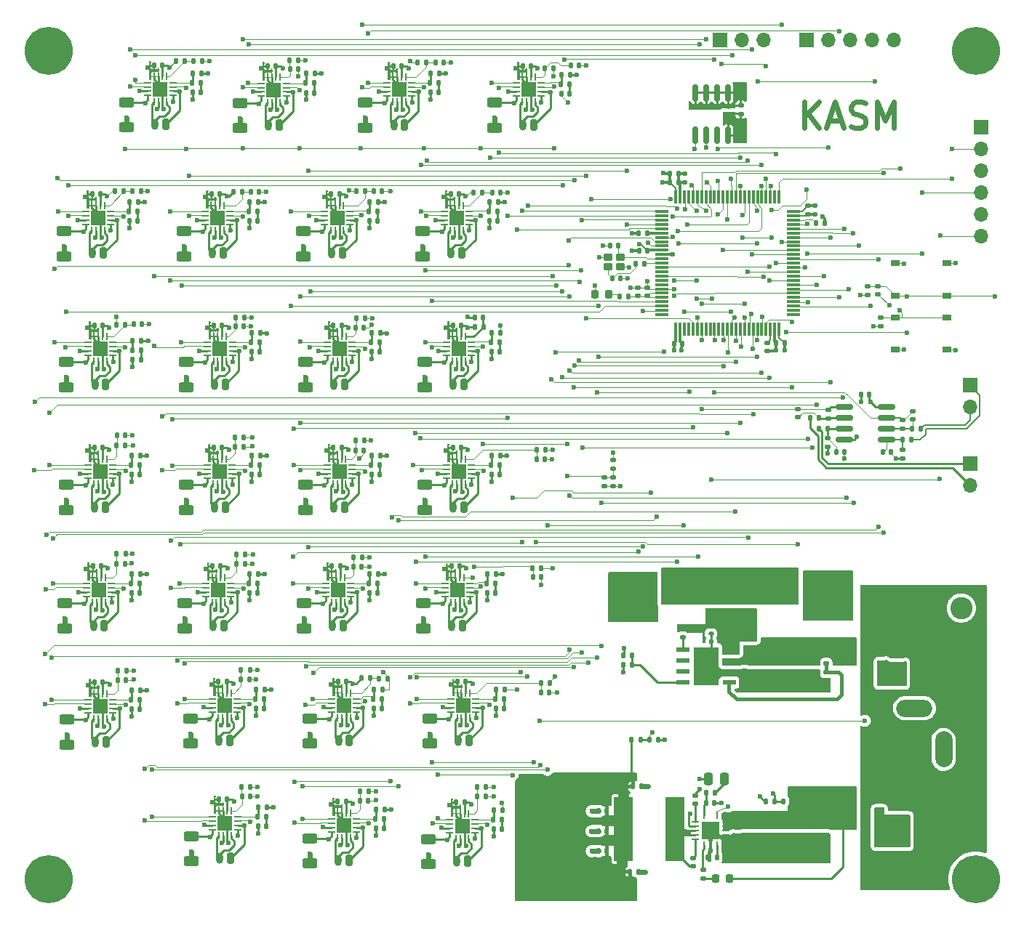
<source format=gbr>
%TF.GenerationSoftware,KiCad,Pcbnew,7.0.7*%
%TF.CreationDate,2024-01-27T11:11:08-08:00*%
%TF.ProjectId,KASM_PCB_REV1,4b41534d-5f50-4434-925f-524556312e6b,rev?*%
%TF.SameCoordinates,Original*%
%TF.FileFunction,Copper,L1,Top*%
%TF.FilePolarity,Positive*%
%FSLAX46Y46*%
G04 Gerber Fmt 4.6, Leading zero omitted, Abs format (unit mm)*
G04 Created by KiCad (PCBNEW 7.0.7) date 2024-01-27 11:11:08*
%MOMM*%
%LPD*%
G01*
G04 APERTURE LIST*
G04 Aperture macros list*
%AMRoundRect*
0 Rectangle with rounded corners*
0 $1 Rounding radius*
0 $2 $3 $4 $5 $6 $7 $8 $9 X,Y pos of 4 corners*
0 Add a 4 corners polygon primitive as box body*
4,1,4,$2,$3,$4,$5,$6,$7,$8,$9,$2,$3,0*
0 Add four circle primitives for the rounded corners*
1,1,$1+$1,$2,$3*
1,1,$1+$1,$4,$5*
1,1,$1+$1,$6,$7*
1,1,$1+$1,$8,$9*
0 Add four rect primitives between the rounded corners*
20,1,$1+$1,$2,$3,$4,$5,0*
20,1,$1+$1,$4,$5,$6,$7,0*
20,1,$1+$1,$6,$7,$8,$9,0*
20,1,$1+$1,$8,$9,$2,$3,0*%
G04 Aperture macros list end*
%ADD10C,0.600000*%
%TA.AperFunction,NonConductor*%
%ADD11C,0.600000*%
%TD*%
%TA.AperFunction,SMDPad,CuDef*%
%ADD12RoundRect,0.140000X0.140000X0.170000X-0.140000X0.170000X-0.140000X-0.170000X0.140000X-0.170000X0*%
%TD*%
%TA.AperFunction,SMDPad,CuDef*%
%ADD13RoundRect,0.140000X-0.170000X0.140000X-0.170000X-0.140000X0.170000X-0.140000X0.170000X0.140000X0*%
%TD*%
%TA.AperFunction,SMDPad,CuDef*%
%ADD14RoundRect,0.140000X0.170000X-0.140000X0.170000X0.140000X-0.170000X0.140000X-0.170000X-0.140000X0*%
%TD*%
%TA.AperFunction,SMDPad,CuDef*%
%ADD15RoundRect,0.250000X-0.650000X0.325000X-0.650000X-0.325000X0.650000X-0.325000X0.650000X0.325000X0*%
%TD*%
%TA.AperFunction,SMDPad,CuDef*%
%ADD16R,0.863600X0.254000*%
%TD*%
%TA.AperFunction,SMDPad,CuDef*%
%ADD17R,0.254000X0.863600*%
%TD*%
%TA.AperFunction,SMDPad,CuDef*%
%ADD18R,1.803400X1.803400*%
%TD*%
%TA.AperFunction,SMDPad,CuDef*%
%ADD19RoundRect,0.135000X-0.135000X-0.185000X0.135000X-0.185000X0.135000X0.185000X-0.135000X0.185000X0*%
%TD*%
%TA.AperFunction,SMDPad,CuDef*%
%ADD20RoundRect,0.135000X-0.185000X0.135000X-0.185000X-0.135000X0.185000X-0.135000X0.185000X0.135000X0*%
%TD*%
%TA.AperFunction,SMDPad,CuDef*%
%ADD21RoundRect,0.135000X0.135000X0.185000X-0.135000X0.185000X-0.135000X-0.185000X0.135000X-0.185000X0*%
%TD*%
%TA.AperFunction,ComponentPad*%
%ADD22RoundRect,0.200000X0.200000X0.450000X-0.200000X0.450000X-0.200000X-0.450000X0.200000X-0.450000X0*%
%TD*%
%TA.AperFunction,ComponentPad*%
%ADD23O,0.800000X1.300000*%
%TD*%
%TA.AperFunction,ComponentPad*%
%ADD24R,1.700000X1.700000*%
%TD*%
%TA.AperFunction,ComponentPad*%
%ADD25O,1.700000X1.700000*%
%TD*%
%TA.AperFunction,SMDPad,CuDef*%
%ADD26RoundRect,0.140000X-0.140000X-0.170000X0.140000X-0.170000X0.140000X0.170000X-0.140000X0.170000X0*%
%TD*%
%TA.AperFunction,SMDPad,CuDef*%
%ADD27RoundRect,0.250000X-0.625000X0.312500X-0.625000X-0.312500X0.625000X-0.312500X0.625000X0.312500X0*%
%TD*%
%TA.AperFunction,SMDPad,CuDef*%
%ADD28RoundRect,0.218750X-0.218750X-0.256250X0.218750X-0.256250X0.218750X0.256250X-0.218750X0.256250X0*%
%TD*%
%TA.AperFunction,SMDPad,CuDef*%
%ADD29R,1.000000X0.750000*%
%TD*%
%TA.AperFunction,ComponentPad*%
%ADD30C,5.600000*%
%TD*%
%TA.AperFunction,SMDPad,CuDef*%
%ADD31RoundRect,0.150000X-0.825000X-0.150000X0.825000X-0.150000X0.825000X0.150000X-0.825000X0.150000X0*%
%TD*%
%TA.AperFunction,SMDPad,CuDef*%
%ADD32R,1.550000X0.600000*%
%TD*%
%TA.AperFunction,ComponentPad*%
%ADD33C,0.600000*%
%TD*%
%TA.AperFunction,SMDPad,CuDef*%
%ADD34R,2.600000X3.100000*%
%TD*%
%TA.AperFunction,SMDPad,CuDef*%
%ADD35R,2.950000X4.500000*%
%TD*%
%TA.AperFunction,SMDPad,CuDef*%
%ADD36RoundRect,0.218750X0.218750X0.256250X-0.218750X0.256250X-0.218750X-0.256250X0.218750X-0.256250X0*%
%TD*%
%TA.AperFunction,SMDPad,CuDef*%
%ADD37RoundRect,0.075000X-0.725000X-0.075000X0.725000X-0.075000X0.725000X0.075000X-0.725000X0.075000X0*%
%TD*%
%TA.AperFunction,SMDPad,CuDef*%
%ADD38RoundRect,0.075000X-0.075000X-0.725000X0.075000X-0.725000X0.075000X0.725000X-0.075000X0.725000X0*%
%TD*%
%TA.AperFunction,SMDPad,CuDef*%
%ADD39R,0.280000X0.850000*%
%TD*%
%TA.AperFunction,SMDPad,CuDef*%
%ADD40R,0.850000X0.280000*%
%TD*%
%TA.AperFunction,SMDPad,CuDef*%
%ADD41R,2.050000X2.050000*%
%TD*%
%TA.AperFunction,SMDPad,CuDef*%
%ADD42RoundRect,0.250000X1.500000X0.550000X-1.500000X0.550000X-1.500000X-0.550000X1.500000X-0.550000X0*%
%TD*%
%TA.AperFunction,SMDPad,CuDef*%
%ADD43RoundRect,0.250000X0.250000X0.475000X-0.250000X0.475000X-0.250000X-0.475000X0.250000X-0.475000X0*%
%TD*%
%TA.AperFunction,SMDPad,CuDef*%
%ADD44RoundRect,0.135000X0.185000X-0.135000X0.185000X0.135000X-0.185000X0.135000X-0.185000X-0.135000X0*%
%TD*%
%TA.AperFunction,ComponentPad*%
%ADD45R,2.000000X4.600000*%
%TD*%
%TA.AperFunction,ComponentPad*%
%ADD46O,2.000000X4.200000*%
%TD*%
%TA.AperFunction,ComponentPad*%
%ADD47O,4.200000X2.000000*%
%TD*%
%TA.AperFunction,SMDPad,CuDef*%
%ADD48R,4.200000X1.400000*%
%TD*%
%TA.AperFunction,SMDPad,CuDef*%
%ADD49RoundRect,0.150000X-0.150000X0.825000X-0.150000X-0.825000X0.150000X-0.825000X0.150000X0.825000X0*%
%TD*%
%TA.AperFunction,SMDPad,CuDef*%
%ADD50RoundRect,0.218750X0.218750X0.381250X-0.218750X0.381250X-0.218750X-0.381250X0.218750X-0.381250X0*%
%TD*%
%TA.AperFunction,SMDPad,CuDef*%
%ADD51R,2.200000X7.500000*%
%TD*%
%TA.AperFunction,SMDPad,CuDef*%
%ADD52RoundRect,0.112500X0.187500X0.112500X-0.187500X0.112500X-0.187500X-0.112500X0.187500X-0.112500X0*%
%TD*%
%TA.AperFunction,SMDPad,CuDef*%
%ADD53RoundRect,0.250000X-1.500000X-0.550000X1.500000X-0.550000X1.500000X0.550000X-1.500000X0.550000X0*%
%TD*%
%TA.AperFunction,SMDPad,CuDef*%
%ADD54RoundRect,0.102000X-0.373000X-0.323000X0.373000X-0.323000X0.373000X0.323000X-0.373000X0.323000X0*%
%TD*%
%TA.AperFunction,ComponentPad*%
%ADD55R,2.600000X2.600000*%
%TD*%
%TA.AperFunction,ComponentPad*%
%ADD56C,2.600000*%
%TD*%
%TA.AperFunction,ViaPad*%
%ADD57C,0.600000*%
%TD*%
%TA.AperFunction,Conductor*%
%ADD58C,0.100000*%
%TD*%
%TA.AperFunction,Conductor*%
%ADD59C,0.254000*%
%TD*%
%TA.AperFunction,Conductor*%
%ADD60C,0.600000*%
%TD*%
%TA.AperFunction,Conductor*%
%ADD61C,0.300000*%
%TD*%
%TA.AperFunction,Conductor*%
%ADD62C,0.200000*%
%TD*%
%TA.AperFunction,Conductor*%
%ADD63C,0.250000*%
%TD*%
%TA.AperFunction,Conductor*%
%ADD64C,0.400000*%
%TD*%
G04 APERTURE END LIST*
D10*
D11*
X156582421Y-58529657D02*
X156582421Y-55529657D01*
X158296707Y-58529657D02*
X157010993Y-56815371D01*
X158296707Y-55529657D02*
X156582421Y-57243942D01*
X159439564Y-57672514D02*
X160868136Y-57672514D01*
X159153850Y-58529657D02*
X160153850Y-55529657D01*
X160153850Y-55529657D02*
X161153850Y-58529657D01*
X162010993Y-58386800D02*
X162439565Y-58529657D01*
X162439565Y-58529657D02*
X163153850Y-58529657D01*
X163153850Y-58529657D02*
X163439565Y-58386800D01*
X163439565Y-58386800D02*
X163582422Y-58243942D01*
X163582422Y-58243942D02*
X163725279Y-57958228D01*
X163725279Y-57958228D02*
X163725279Y-57672514D01*
X163725279Y-57672514D02*
X163582422Y-57386800D01*
X163582422Y-57386800D02*
X163439565Y-57243942D01*
X163439565Y-57243942D02*
X163153850Y-57101085D01*
X163153850Y-57101085D02*
X162582422Y-56958228D01*
X162582422Y-56958228D02*
X162296707Y-56815371D01*
X162296707Y-56815371D02*
X162153850Y-56672514D01*
X162153850Y-56672514D02*
X162010993Y-56386800D01*
X162010993Y-56386800D02*
X162010993Y-56101085D01*
X162010993Y-56101085D02*
X162153850Y-55815371D01*
X162153850Y-55815371D02*
X162296707Y-55672514D01*
X162296707Y-55672514D02*
X162582422Y-55529657D01*
X162582422Y-55529657D02*
X163296707Y-55529657D01*
X163296707Y-55529657D02*
X163725279Y-55672514D01*
X165010993Y-58529657D02*
X165010993Y-55529657D01*
X165010993Y-55529657D02*
X166010993Y-57672514D01*
X166010993Y-57672514D02*
X167010993Y-55529657D01*
X167010993Y-55529657D02*
X167010993Y-58529657D01*
D12*
%TO.P,C76,1*%
%TO.N,GND*%
X166697600Y-96316800D03*
%TO.P,C76,2*%
%TO.N,Net-(U4B-+)*%
X165737600Y-96316800D03*
%TD*%
%TO.P,C75,1*%
%TO.N,GND*%
X161262000Y-96266000D03*
%TO.P,C75,2*%
%TO.N,Net-(U4A-+)*%
X160302000Y-96266000D03*
%TD*%
D13*
%TO.P,C74,2*%
%TO.N,Net-(U4B--)*%
X169164000Y-92529600D03*
%TO.P,C74,1*%
%TO.N,ADC1_INP5*%
X169164000Y-91569600D03*
%TD*%
D14*
%TO.P,C73,2*%
%TO.N,ADC1_INP4*%
X155803600Y-91315600D03*
%TO.P,C73,1*%
%TO.N,Net-(U4A--)*%
X155803600Y-92275600D03*
%TD*%
D15*
%TO.P,C43,1*%
%TO.N,+12V*%
X167208200Y-137437600D03*
%TO.P,C43,2*%
%TO.N,GND*%
X167208200Y-140387600D03*
%TD*%
%TO.P,C41,1*%
%TO.N,+12V*%
X167335200Y-119784600D03*
%TO.P,C41,2*%
%TO.N,GND*%
X167335200Y-122734600D03*
%TD*%
D16*
%TO.P,U39,1,PH*%
%TO.N,HRTIM_CHC2_PHASE*%
X87097326Y-83544627D03*
%TO.P,U39,2,PWM*%
%TO.N,HRTIM_CHC2*%
X87097326Y-84044753D03*
%TO.P,U39,3,OUTA1*%
%TO.N,Net-(J41-Pin_1)*%
X87097326Y-84544879D03*
%TO.P,U39,4,SENSEA*%
%TO.N,Net-(U39-SENSEA)*%
X87097326Y-85045005D03*
D17*
%TO.P,U39,5,OUTA2*%
%TO.N,Net-(J41-Pin_2)*%
X87794937Y-85742616D03*
%TO.P,U39,6,VS*%
%TO.N,+1V8*%
X88295063Y-85742616D03*
%TO.P,U39,7,GND*%
%TO.N,GND*%
X88795189Y-85742616D03*
%TO.P,U39,8,OUTB2*%
%TO.N,Net-(J41-Pin_2)*%
X89295315Y-85742616D03*
D16*
%TO.P,U39,9,SENSEB*%
%TO.N,Net-(U39-SENSEA)*%
X89992926Y-85045005D03*
%TO.P,U39,10,OUTB1*%
%TO.N,Net-(J41-Pin_1)*%
X89992926Y-84544879D03*
%TO.P,U39,11,REF*%
%TO.N,REF*%
X89992926Y-84044753D03*
%TO.P,U39,12,TOFF*%
%TO.N,Net-(U39-TOFF)*%
X89992926Y-83544627D03*
D17*
%TO.P,U39,13,EN/FLT*%
%TO.N,/Drivers/HRTIM_CHC2/EN*%
X89295315Y-82847016D03*
%TO.P,U39,14,STBY/RESET*%
%TO.N,+1V8*%
X88795189Y-82847016D03*
%TO.P,U39,15,TEST0*%
%TO.N,GND*%
X88295063Y-82847016D03*
%TO.P,U39,16,TEST1*%
X87794937Y-82847016D03*
D18*
%TO.P,U39,17,EPAD*%
X88545126Y-84294816D03*
%TD*%
D19*
%TO.P,R134,1*%
%TO.N,Net-(U41-TOFF)*%
X106172000Y-96744200D03*
%TO.P,R134,2*%
%TO.N,GND*%
X107192000Y-96744200D03*
%TD*%
D20*
%TO.P,R24,1*%
%TO.N,+3.3V*%
X134355600Y-97205800D03*
%TO.P,R24,2*%
%TO.N,REF*%
X134355600Y-98225800D03*
%TD*%
D19*
%TO.P,R28,1*%
%TO.N,+1V8*%
X104412000Y-65869600D03*
%TO.P,R28,2*%
%TO.N,/Drivers/TIM15_CH1/EN*%
X105432000Y-65869600D03*
%TD*%
D21*
%TO.P,R27,1*%
%TO.N,+1V8*%
X125958600Y-109822200D03*
%TO.P,R27,2*%
%TO.N,/Drivers/TIM16_CH1/EN*%
X124938600Y-109822200D03*
%TD*%
D22*
%TO.P,J38,1,Pin_1*%
%TO.N,Net-(J38-Pin_1)*%
X116974726Y-88409616D03*
D23*
%TO.P,J38,2,Pin_2*%
%TO.N,Net-(J38-Pin_2)*%
X115724726Y-88409616D03*
%TD*%
D16*
%TO.P,U49,1,PH*%
%TO.N,TIM15_CH2_PHASE*%
X115456510Y-125068611D03*
%TO.P,U49,2,PWM*%
%TO.N,TIM15_CH2*%
X115456510Y-125568737D03*
%TO.P,U49,3,OUTA1*%
%TO.N,Net-(J51-Pin_1)*%
X115456510Y-126068863D03*
%TO.P,U49,4,SENSEA*%
%TO.N,Net-(U49-SENSEA)*%
X115456510Y-126568989D03*
D17*
%TO.P,U49,5,OUTA2*%
%TO.N,Net-(J51-Pin_2)*%
X116154121Y-127266600D03*
%TO.P,U49,6,VS*%
%TO.N,+1V8*%
X116654247Y-127266600D03*
%TO.P,U49,7,GND*%
%TO.N,GND*%
X117154373Y-127266600D03*
%TO.P,U49,8,OUTB2*%
%TO.N,Net-(J51-Pin_2)*%
X117654499Y-127266600D03*
D16*
%TO.P,U49,9,SENSEB*%
%TO.N,Net-(U49-SENSEA)*%
X118352110Y-126568989D03*
%TO.P,U49,10,OUTB1*%
%TO.N,Net-(J51-Pin_1)*%
X118352110Y-126068863D03*
%TO.P,U49,11,REF*%
%TO.N,REF*%
X118352110Y-125568737D03*
%TO.P,U49,12,TOFF*%
%TO.N,Net-(U49-TOFF)*%
X118352110Y-125068611D03*
D17*
%TO.P,U49,13,EN/FLT*%
%TO.N,/Drivers/TIM15_CH2/EN*%
X117654499Y-124371000D03*
%TO.P,U49,14,STBY/RESET*%
%TO.N,+1V8*%
X117154373Y-124371000D03*
%TO.P,U49,15,TEST0*%
%TO.N,GND*%
X116654247Y-124371000D03*
%TO.P,U49,16,TEST1*%
X116154121Y-124371000D03*
D18*
%TO.P,U49,17,EPAD*%
X116904310Y-125818800D03*
%TD*%
D16*
%TO.P,U40,1,PH*%
%TO.N,HRTIM_CHD2_PHASE*%
X73179452Y-97848211D03*
%TO.P,U40,2,PWM*%
%TO.N,HRTIM_CHD2*%
X73179452Y-98348337D03*
%TO.P,U40,3,OUTA1*%
%TO.N,Net-(J42-Pin_1)*%
X73179452Y-98848463D03*
%TO.P,U40,4,SENSEA*%
%TO.N,Net-(U40-SENSEA)*%
X73179452Y-99348589D03*
D17*
%TO.P,U40,5,OUTA2*%
%TO.N,Net-(J42-Pin_2)*%
X73877063Y-100046200D03*
%TO.P,U40,6,VS*%
%TO.N,+1V8*%
X74377189Y-100046200D03*
%TO.P,U40,7,GND*%
%TO.N,GND*%
X74877315Y-100046200D03*
%TO.P,U40,8,OUTB2*%
%TO.N,Net-(J42-Pin_2)*%
X75377441Y-100046200D03*
D16*
%TO.P,U40,9,SENSEB*%
%TO.N,Net-(U40-SENSEA)*%
X76075052Y-99348589D03*
%TO.P,U40,10,OUTB1*%
%TO.N,Net-(J42-Pin_1)*%
X76075052Y-98848463D03*
%TO.P,U40,11,REF*%
%TO.N,REF*%
X76075052Y-98348337D03*
%TO.P,U40,12,TOFF*%
%TO.N,Net-(U40-TOFF)*%
X76075052Y-97848211D03*
D17*
%TO.P,U40,13,EN/FLT*%
%TO.N,/Drivers/HRTIM_CHD2/EN*%
X75377441Y-97150600D03*
%TO.P,U40,14,STBY/RESET*%
%TO.N,+1V8*%
X74877315Y-97150600D03*
%TO.P,U40,15,TEST0*%
%TO.N,GND*%
X74377189Y-97150600D03*
%TO.P,U40,16,TEST1*%
X73877063Y-97150600D03*
D18*
%TO.P,U40,17,EPAD*%
X74627252Y-98598400D03*
%TD*%
D24*
%TO.P,J7,1,Pin_1*%
%TO.N,UART4_RX*%
X146735800Y-48260000D03*
D25*
%TO.P,J7,2,Pin_2*%
%TO.N,GND*%
X149275800Y-48260000D03*
%TO.P,J7,3,Pin_3*%
%TO.N,UART4_TX*%
X151815800Y-48260000D03*
%TD*%
D26*
%TO.P,C24,1*%
%TO.N,+3.3V*%
X137340400Y-72872600D03*
%TO.P,C24,2*%
%TO.N,GND*%
X138300400Y-72872600D03*
%TD*%
D12*
%TO.P,C22,1*%
%TO.N,+3.3V*%
X142364400Y-83642200D03*
%TO.P,C22,2*%
%TO.N,GND*%
X141404400Y-83642200D03*
%TD*%
D22*
%TO.P,J44,1,Pin_1*%
%TO.N,Net-(J44-Pin_1)*%
X89146852Y-102713200D03*
D23*
%TO.P,J44,2,Pin_2*%
%TO.N,Net-(J44-Pin_2)*%
X87896852Y-102713200D03*
%TD*%
D16*
%TO.P,U34,1,PH*%
%TO.N,TIM1_CH1_PHASE*%
X101519488Y-139047011D03*
%TO.P,U34,2,PWM*%
%TO.N,TIM1_CH1*%
X101519488Y-139547137D03*
%TO.P,U34,3,OUTA1*%
%TO.N,Net-(J36-Pin_1)*%
X101519488Y-140047263D03*
%TO.P,U34,4,SENSEA*%
%TO.N,Net-(U34-SENSEA)*%
X101519488Y-140547389D03*
D17*
%TO.P,U34,5,OUTA2*%
%TO.N,Net-(J36-Pin_2)*%
X102217099Y-141245000D03*
%TO.P,U34,6,VS*%
%TO.N,+1V8*%
X102717225Y-141245000D03*
%TO.P,U34,7,GND*%
%TO.N,GND*%
X103217351Y-141245000D03*
%TO.P,U34,8,OUTB2*%
%TO.N,Net-(J36-Pin_2)*%
X103717477Y-141245000D03*
D16*
%TO.P,U34,9,SENSEB*%
%TO.N,Net-(U34-SENSEA)*%
X104415088Y-140547389D03*
%TO.P,U34,10,OUTB1*%
%TO.N,Net-(J36-Pin_1)*%
X104415088Y-140047263D03*
%TO.P,U34,11,REF*%
%TO.N,REF*%
X104415088Y-139547137D03*
%TO.P,U34,12,TOFF*%
%TO.N,Net-(U34-TOFF)*%
X104415088Y-139047011D03*
D17*
%TO.P,U34,13,EN/FLT*%
%TO.N,/Drivers/TIM1_CH1/EN*%
X103717477Y-138349400D03*
%TO.P,U34,14,STBY/RESET*%
%TO.N,+1V8*%
X103217351Y-138349400D03*
%TO.P,U34,15,TEST0*%
%TO.N,GND*%
X102717225Y-138349400D03*
%TO.P,U34,16,TEST1*%
X102217099Y-138349400D03*
D18*
%TO.P,U34,17,EPAD*%
X102967288Y-139797200D03*
%TD*%
D26*
%TO.P,C71,1*%
%TO.N,/Drivers/HRTIM_CHC1/EN*%
X113616800Y-50927000D03*
%TO.P,C71,2*%
%TO.N,GND*%
X114576800Y-50927000D03*
%TD*%
%TO.P,C59,1*%
%TO.N,/Drivers/TIM4_CH2/EN*%
X107085800Y-122716400D03*
%TO.P,C59,2*%
%TO.N,GND*%
X108045800Y-122716400D03*
%TD*%
D27*
%TO.P,R147,1*%
%TO.N,Net-(U46-SENSEA)*%
X98322800Y-113913490D03*
%TO.P,R147,2*%
%TO.N,GND*%
X98322800Y-116838490D03*
%TD*%
D15*
%TO.P,C9,1*%
%TO.N,Net-(D2-A)*%
X158191200Y-138933400D03*
%TO.P,C9,2*%
%TO.N,GND*%
X158191200Y-141883400D03*
%TD*%
D19*
%TO.P,R139,1*%
%TO.N,Net-(U43-TOFF)*%
X106146600Y-83532816D03*
%TO.P,R139,2*%
%TO.N,Net-(C115-Pad1)*%
X107166600Y-83532816D03*
%TD*%
D21*
%TO.P,R37,1*%
%TO.N,+1V8*%
X97690400Y-50647600D03*
%TO.P,R37,2*%
%TO.N,/Drivers/TIM14_CH1/EN*%
X96670400Y-50647600D03*
%TD*%
D12*
%TO.P,C134,1*%
%TO.N,+1V8*%
X74623297Y-66255594D03*
%TO.P,C134,2*%
%TO.N,GND*%
X73663297Y-66255594D03*
%TD*%
D26*
%TO.P,C57,1*%
%TO.N,/Drivers/TIM5_CH3/EN*%
X104091800Y-109651800D03*
%TO.P,C57,2*%
%TO.N,GND*%
X105051800Y-109651800D03*
%TD*%
D28*
%TO.P,D2,1,K*%
%TO.N,Net-(D2-K)*%
X146278500Y-145971000D03*
%TO.P,D2,2,A*%
%TO.N,Net-(D2-A)*%
X147853500Y-145971000D03*
%TD*%
D19*
%TO.P,R133,1*%
%TO.N,Net-(U41-TOFF)*%
X106146600Y-97836400D03*
%TO.P,R133,2*%
%TO.N,Net-(C111-Pad1)*%
X107166600Y-97836400D03*
%TD*%
%TO.P,R136,1*%
%TO.N,Net-(U42-TOFF)*%
X92176600Y-97836400D03*
%TO.P,R136,2*%
%TO.N,Net-(C113-Pad1)*%
X93196600Y-97836400D03*
%TD*%
%TO.P,R182,1*%
%TO.N,Net-(U57-TOFF)*%
X128261463Y-52324000D03*
%TO.P,R182,2*%
%TO.N,GND*%
X129281463Y-52324000D03*
%TD*%
D29*
%TO.P,SW1,1,1*%
%TO.N,GND*%
X167180000Y-74325000D03*
X173180000Y-74325000D03*
%TO.P,SW1,2,2*%
%TO.N,/MCU/NRST*%
X167180000Y-78075000D03*
X173180000Y-78075000D03*
%TD*%
D19*
%TO.P,R164,1*%
%TO.N,Net-(U51-TOFF)*%
X119888000Y-67169994D03*
%TO.P,R164,2*%
%TO.N,GND*%
X120908000Y-67169994D03*
%TD*%
D26*
%TO.P,C65,1*%
%TO.N,/Drivers/HRTIM_CHB2/EN*%
X91094400Y-136465200D03*
%TO.P,C65,2*%
%TO.N,GND*%
X92054400Y-136465200D03*
%TD*%
D19*
%TO.P,R142,1*%
%TO.N,Net-(U44-TOFF)*%
X106400600Y-125044200D03*
%TO.P,R142,2*%
%TO.N,Net-(C117-Pad1)*%
X107420600Y-125044200D03*
%TD*%
D12*
%TO.P,C117,1*%
%TO.N,Net-(C117-Pad1)*%
X107394537Y-126161800D03*
%TO.P,C117,2*%
%TO.N,GND*%
X106434537Y-126161800D03*
%TD*%
D26*
%TO.P,C66,1*%
%TO.N,/Drivers/HRTIM_CHA2/EN*%
X76527600Y-109305200D03*
%TO.P,C66,2*%
%TO.N,GND*%
X77487600Y-109305200D03*
%TD*%
D27*
%TO.P,R159,1*%
%TO.N,Net-(U50-SENSEA)*%
X85125847Y-127353501D03*
%TO.P,R159,2*%
%TO.N,GND*%
X85125847Y-130278501D03*
%TD*%
D16*
%TO.P,U56,1,PH*%
%TO.N,TIM16_CH1_PHASE*%
X114743463Y-111628600D03*
%TO.P,U56,2,PWM*%
%TO.N,TIM16_CH1*%
X114743463Y-112128726D03*
%TO.P,U56,3,OUTA1*%
%TO.N,Net-(J58-Pin_1)*%
X114743463Y-112628852D03*
%TO.P,U56,4,SENSEA*%
%TO.N,Net-(U56-SENSEA)*%
X114743463Y-113128978D03*
D17*
%TO.P,U56,5,OUTA2*%
%TO.N,Net-(J58-Pin_2)*%
X115441074Y-113826589D03*
%TO.P,U56,6,VS*%
%TO.N,+1V8*%
X115941200Y-113826589D03*
%TO.P,U56,7,GND*%
%TO.N,GND*%
X116441326Y-113826589D03*
%TO.P,U56,8,OUTB2*%
%TO.N,Net-(J58-Pin_2)*%
X116941452Y-113826589D03*
D16*
%TO.P,U56,9,SENSEB*%
%TO.N,Net-(U56-SENSEA)*%
X117639063Y-113128978D03*
%TO.P,U56,10,OUTB1*%
%TO.N,Net-(J58-Pin_1)*%
X117639063Y-112628852D03*
%TO.P,U56,11,REF*%
%TO.N,REF*%
X117639063Y-112128726D03*
%TO.P,U56,12,TOFF*%
%TO.N,Net-(U56-TOFF)*%
X117639063Y-111628600D03*
D17*
%TO.P,U56,13,EN/FLT*%
%TO.N,/Drivers/TIM16_CH1/EN*%
X116941452Y-110930989D03*
%TO.P,U56,14,STBY/RESET*%
%TO.N,+1V8*%
X116441326Y-110930989D03*
%TO.P,U56,15,TEST0*%
%TO.N,GND*%
X115941200Y-110930989D03*
%TO.P,U56,16,TEST1*%
X115441074Y-110930989D03*
D18*
%TO.P,U56,17,EPAD*%
X116191263Y-112378789D03*
%TD*%
D30*
%TO.P,H2,1,1*%
%TO.N,GND*%
X68580000Y-146050000D03*
%TD*%
D12*
%TO.P,C118,1*%
%TO.N,+1V8*%
X117003663Y-137106155D03*
%TO.P,C118,2*%
%TO.N,GND*%
X116043663Y-137106155D03*
%TD*%
%TO.P,C138,1*%
%TO.N,+1V8*%
X102443297Y-66255594D03*
%TO.P,C138,2*%
%TO.N,GND*%
X101483297Y-66255594D03*
%TD*%
D14*
%TO.P,C29,1*%
%TO.N,/MCU/VREF+*%
X138303000Y-78127800D03*
%TO.P,C29,2*%
%TO.N,GND*%
X138303000Y-77167800D03*
%TD*%
D22*
%TO.P,J8,1,Pin_1*%
%TO.N,Net-(J8-Pin_1)*%
X75260474Y-130043600D03*
D23*
%TO.P,J8,2,Pin_2*%
%TO.N,Net-(J8-Pin_2)*%
X74010474Y-130043600D03*
%TD*%
D22*
%TO.P,J40,1,Pin_1*%
%TO.N,Net-(J40-Pin_1)*%
X89752063Y-143658000D03*
D23*
%TO.P,J40,2,Pin_2*%
%TO.N,Net-(J40-Pin_2)*%
X88502063Y-143658000D03*
%TD*%
D19*
%TO.P,R109,1*%
%TO.N,Net-(U12-TOFF)*%
X113004600Y-53305800D03*
%TO.P,R109,2*%
%TO.N,Net-(C95-Pad1)*%
X114024600Y-53305800D03*
%TD*%
D27*
%TO.P,R165,1*%
%TO.N,Net-(U52-SENSEA)*%
X70676663Y-85829517D03*
%TO.P,R165,2*%
%TO.N,GND*%
X70676663Y-88754517D03*
%TD*%
D13*
%TO.P,C30,1*%
%TO.N,GND*%
X137185400Y-77167800D03*
%TO.P,C30,2*%
%TO.N,/MCU/VREF+*%
X137185400Y-78127800D03*
%TD*%
D19*
%TO.P,R116,1*%
%TO.N,Net-(U35-TOFF)*%
X91948000Y-110524589D03*
%TO.P,R116,2*%
%TO.N,GND*%
X92968000Y-110524589D03*
%TD*%
D12*
%TO.P,C33,1*%
%TO.N,Net-(U6-PH0)*%
X134896800Y-72212200D03*
%TO.P,C33,2*%
%TO.N,GND*%
X133936800Y-72212200D03*
%TD*%
D16*
%TO.P,U55,1,PH*%
%TO.N,TIM15_CH1_PHASE*%
X100744097Y-68274005D03*
%TO.P,U55,2,PWM*%
%TO.N,TIM15_CH1*%
X100744097Y-68774131D03*
%TO.P,U55,3,OUTA1*%
%TO.N,Net-(J57-Pin_1)*%
X100744097Y-69274257D03*
%TO.P,U55,4,SENSEA*%
%TO.N,Net-(U55-SENSEA)*%
X100744097Y-69774383D03*
D17*
%TO.P,U55,5,OUTA2*%
%TO.N,Net-(J57-Pin_2)*%
X101441708Y-70471994D03*
%TO.P,U55,6,VS*%
%TO.N,+1V8*%
X101941834Y-70471994D03*
%TO.P,U55,7,GND*%
%TO.N,GND*%
X102441960Y-70471994D03*
%TO.P,U55,8,OUTB2*%
%TO.N,Net-(J57-Pin_2)*%
X102942086Y-70471994D03*
D16*
%TO.P,U55,9,SENSEB*%
%TO.N,Net-(U55-SENSEA)*%
X103639697Y-69774383D03*
%TO.P,U55,10,OUTB1*%
%TO.N,Net-(J57-Pin_1)*%
X103639697Y-69274257D03*
%TO.P,U55,11,REF*%
%TO.N,REF*%
X103639697Y-68774131D03*
%TO.P,U55,12,TOFF*%
%TO.N,Net-(U55-TOFF)*%
X103639697Y-68274005D03*
D17*
%TO.P,U55,13,EN/FLT*%
%TO.N,/Drivers/TIM15_CH1/EN*%
X102942086Y-67576394D03*
%TO.P,U55,14,STBY/RESET*%
%TO.N,+1V8*%
X102441960Y-67576394D03*
%TO.P,U55,15,TEST0*%
%TO.N,GND*%
X101941834Y-67576394D03*
%TO.P,U55,16,TEST1*%
X101441708Y-67576394D03*
D18*
%TO.P,U55,17,EPAD*%
X102191897Y-69024194D03*
%TD*%
D26*
%TO.P,C60,1*%
%TO.N,/Drivers/TIM4_CH1/EN*%
X104320400Y-81813400D03*
%TO.P,C60,2*%
%TO.N,GND*%
X105280400Y-81813400D03*
%TD*%
D31*
%TO.P,U4,1*%
%TO.N,ADC1_INP4*%
X161208000Y-91054233D03*
%TO.P,U4,2,-*%
%TO.N,Net-(U4A--)*%
X161208000Y-92324233D03*
%TO.P,U4,3,+*%
%TO.N,Net-(U4A-+)*%
X161208000Y-93594233D03*
%TO.P,U4,4,V-*%
%TO.N,+3.3V*%
X161208000Y-94864233D03*
%TO.P,U4,5,+*%
%TO.N,Net-(U4B-+)*%
X166158000Y-94864233D03*
%TO.P,U4,6,-*%
%TO.N,Net-(U4B--)*%
X166158000Y-93594233D03*
%TO.P,U4,7*%
%TO.N,ADC1_INP5*%
X166158000Y-92324233D03*
%TO.P,U4,8,V+*%
%TO.N,GND*%
X166158000Y-91054233D03*
%TD*%
D24*
%TO.P,J5,1,Pin_1*%
%TO.N,+3.3V*%
X177165000Y-58420000D03*
D25*
%TO.P,J5,2,Pin_2*%
%TO.N,DEBUG_JTCK-SWCLK*%
X177165000Y-60960000D03*
%TO.P,J5,3,Pin_3*%
%TO.N,GND*%
X177165000Y-63500000D03*
%TO.P,J5,4,Pin_4*%
%TO.N,DEBUG_JTMS-SWDIO*%
X177165000Y-66040000D03*
%TO.P,J5,5,Pin_5*%
%TO.N,/MCU/NRST*%
X177165000Y-68580000D03*
%TO.P,J5,6,Pin_6*%
%TO.N,DEBUG_JTDO-SWO*%
X177165000Y-71120000D03*
%TD*%
D26*
%TO.P,C72,1*%
%TO.N,/Drivers/HRTIM_CHB1/EN*%
X85496400Y-50774600D03*
%TO.P,C72,2*%
%TO.N,GND*%
X86456400Y-50774600D03*
%TD*%
D19*
%TO.P,R131,1*%
%TO.N,Net-(U40-TOFF)*%
X78232000Y-96744200D03*
%TO.P,R131,2*%
%TO.N,GND*%
X79252000Y-96744200D03*
%TD*%
D27*
%TO.P,R120,1*%
%TO.N,Net-(U37-SENSEA)*%
X70502800Y-113913490D03*
%TO.P,R120,2*%
%TO.N,GND*%
X70502800Y-116838490D03*
%TD*%
D19*
%TO.P,R33,1*%
%TO.N,Net-(U7-TOFF)*%
X78206600Y-125166800D03*
%TO.P,R33,2*%
%TO.N,Net-(C46-Pad1)*%
X79226600Y-125166800D03*
%TD*%
%TO.P,R30,1*%
%TO.N,+1V8*%
X76310000Y-65929400D03*
%TO.P,R30,2*%
%TO.N,/Drivers/TIM8_CH4/EN*%
X77330000Y-65929400D03*
%TD*%
D16*
%TO.P,U37,1,PH*%
%TO.N,HRTIM_CHA2_PHASE*%
X73013463Y-111628600D03*
%TO.P,U37,2,PWM*%
%TO.N,HRTIM_CHA2*%
X73013463Y-112128726D03*
%TO.P,U37,3,OUTA1*%
%TO.N,Net-(J39-Pin_1)*%
X73013463Y-112628852D03*
%TO.P,U37,4,SENSEA*%
%TO.N,Net-(U37-SENSEA)*%
X73013463Y-113128978D03*
D17*
%TO.P,U37,5,OUTA2*%
%TO.N,Net-(J39-Pin_2)*%
X73711074Y-113826589D03*
%TO.P,U37,6,VS*%
%TO.N,+1V8*%
X74211200Y-113826589D03*
%TO.P,U37,7,GND*%
%TO.N,GND*%
X74711326Y-113826589D03*
%TO.P,U37,8,OUTB2*%
%TO.N,Net-(J39-Pin_2)*%
X75211452Y-113826589D03*
D16*
%TO.P,U37,9,SENSEB*%
%TO.N,Net-(U37-SENSEA)*%
X75909063Y-113128978D03*
%TO.P,U37,10,OUTB1*%
%TO.N,Net-(J39-Pin_1)*%
X75909063Y-112628852D03*
%TO.P,U37,11,REF*%
%TO.N,REF*%
X75909063Y-112128726D03*
%TO.P,U37,12,TOFF*%
%TO.N,Net-(U37-TOFF)*%
X75909063Y-111628600D03*
D17*
%TO.P,U37,13,EN/FLT*%
%TO.N,/Drivers/HRTIM_CHA2/EN*%
X75211452Y-110930989D03*
%TO.P,U37,14,STBY/RESET*%
%TO.N,+1V8*%
X74711326Y-110930989D03*
%TO.P,U37,15,TEST0*%
%TO.N,GND*%
X74211200Y-110930989D03*
%TO.P,U37,16,TEST1*%
X73711074Y-110930989D03*
D18*
%TO.P,U37,17,EPAD*%
X74461263Y-112378789D03*
%TD*%
D21*
%TO.P,R39,1*%
%TO.N,+1V8*%
X126443200Y-96037400D03*
%TO.P,R39,2*%
%TO.N,/Drivers/TIM12_CH2/EN*%
X125423200Y-96037400D03*
%TD*%
D32*
%TO.P,U1,1,BOOT*%
%TO.N,Net-(U1-BOOT)*%
X142426000Y-119351200D03*
%TO.P,U1,2,NC*%
%TO.N,unconnected-(U1-NC-Pad2)*%
X142426000Y-120621200D03*
%TO.P,U1,3,NC*%
%TO.N,unconnected-(U1-NC-Pad3)*%
X142426000Y-121891200D03*
%TO.P,U1,4,VSENSE*%
%TO.N,Net-(U1-VSENSE)*%
X142426000Y-123161200D03*
%TO.P,U1,5,EN*%
%TO.N,Net-(U1-EN)*%
X147826000Y-123161200D03*
%TO.P,U1,6,GND*%
%TO.N,GND*%
X147826000Y-121891200D03*
%TO.P,U1,7,VIN*%
%TO.N,Net-(U1-VIN)*%
X147826000Y-120621200D03*
%TO.P,U1,8,PH*%
%TO.N,Net-(D1-K)*%
X147826000Y-119351200D03*
D33*
%TO.P,U1,9,GNDPAD*%
%TO.N,GND*%
X144526000Y-119456200D03*
X144526000Y-120656200D03*
X144526000Y-121956200D03*
X144526000Y-123056200D03*
D34*
X145126000Y-121256200D03*
D35*
X145126000Y-121256200D03*
D33*
X145726000Y-119456200D03*
X145726000Y-120656200D03*
X145726000Y-121956200D03*
X145726000Y-123056200D03*
%TD*%
D12*
%TO.P,C111,1*%
%TO.N,Net-(C111-Pad1)*%
X107140537Y-98954000D03*
%TO.P,C111,2*%
%TO.N,GND*%
X106180537Y-98954000D03*
%TD*%
D26*
%TO.P,C58,1*%
%TO.N,/Drivers/TIM4_CH4/EN*%
X118523600Y-136423400D03*
%TO.P,C58,2*%
%TO.N,GND*%
X119483600Y-136423400D03*
%TD*%
D22*
%TO.P,J35,1,Pin_1*%
%TO.N,Net-(J35-Pin_1)*%
X110046663Y-58182600D03*
D23*
%TO.P,J35,2,Pin_2*%
%TO.N,Net-(J35-Pin_2)*%
X108796663Y-58182600D03*
%TD*%
D20*
%TO.P,R19,1*%
%TO.N,ADC1_INP5*%
X168026400Y-92576233D03*
%TO.P,R19,2*%
%TO.N,Net-(U4B--)*%
X168026400Y-93596233D03*
%TD*%
D30*
%TO.P,H4,1,1*%
%TO.N,GND*%
X176530000Y-146050000D03*
%TD*%
D19*
%TO.P,R118,1*%
%TO.N,Net-(U36-TOFF)*%
X120116600Y-83532816D03*
%TO.P,R118,2*%
%TO.N,Net-(C101-Pad1)*%
X121136600Y-83532816D03*
%TD*%
D12*
%TO.P,C95,1*%
%TO.N,Net-(C95-Pad1)*%
X113998537Y-54423400D03*
%TO.P,C95,2*%
%TO.N,GND*%
X113038537Y-54423400D03*
%TD*%
D22*
%TO.P,J13,1,Pin_1*%
%TO.N,Net-(J13-Pin_1)*%
X82215863Y-58125574D03*
D23*
%TO.P,J13,2,Pin_2*%
%TO.N,Net-(J13-Pin_2)*%
X80965863Y-58125574D03*
%TD*%
D26*
%TO.P,C52,1*%
%TO.N,/Drivers/TIM4_CH3/EN*%
X120246200Y-66040000D03*
%TO.P,C52,2*%
%TO.N,GND*%
X121206200Y-66040000D03*
%TD*%
D12*
%TO.P,C112,1*%
%TO.N,+1V8*%
X88788652Y-95829800D03*
%TO.P,C112,2*%
%TO.N,GND*%
X87828652Y-95829800D03*
%TD*%
%TO.P,C135,1*%
%TO.N,Net-(C135-Pad1)*%
X78946537Y-69379794D03*
%TO.P,C135,2*%
%TO.N,GND*%
X77986537Y-69379794D03*
%TD*%
D21*
%TO.P,R12,1*%
%TO.N,/MCU/VREF+*%
X136120600Y-78155800D03*
%TO.P,R12,2*%
%TO.N,Net-(L3-Pad1)*%
X135100600Y-78155800D03*
%TD*%
D12*
%TO.P,C110,1*%
%TO.N,+1V8*%
X102698652Y-95829800D03*
%TO.P,C110,2*%
%TO.N,GND*%
X101738652Y-95829800D03*
%TD*%
%TO.P,C125,1*%
%TO.N,Net-(C125-Pad1)*%
X99520537Y-54432200D03*
%TO.P,C125,2*%
%TO.N,GND*%
X98560537Y-54432200D03*
%TD*%
D19*
%TO.P,R128,1*%
%TO.N,Net-(U39-TOFF)*%
X92202000Y-82440616D03*
%TO.P,R128,2*%
%TO.N,GND*%
X93222000Y-82440616D03*
%TD*%
D21*
%TO.P,R36,1*%
%TO.N,+1V8*%
X126951200Y-123190000D03*
%TO.P,R36,2*%
%TO.N,/Drivers/TIM15_CH2/EN*%
X125931200Y-123190000D03*
%TD*%
D12*
%TO.P,C101,1*%
%TO.N,Net-(C101-Pad1)*%
X121110537Y-84650416D03*
%TO.P,C101,2*%
%TO.N,GND*%
X120150537Y-84650416D03*
%TD*%
D19*
%TO.P,R2,1*%
%TO.N,+3.3V*%
X135507000Y-120015000D03*
%TO.P,R2,2*%
%TO.N,Net-(U1-VSENSE)*%
X136527000Y-120015000D03*
%TD*%
D36*
%TO.P,L3,1*%
%TO.N,Net-(L3-Pad1)*%
X133807300Y-77927200D03*
%TO.P,L3,2*%
%TO.N,+3.3V*%
X132232300Y-77927200D03*
%TD*%
D22*
%TO.P,J48,1,Pin_1*%
%TO.N,Net-(J48-Pin_1)*%
X102890863Y-116493589D03*
D23*
%TO.P,J48,2,Pin_2*%
%TO.N,Net-(J48-Pin_2)*%
X101640863Y-116493589D03*
%TD*%
D16*
%TO.P,U12,1,PH*%
%TO.N,HRTIM_CHC1_PHASE*%
X107989263Y-53317611D03*
%TO.P,U12,2,PWM*%
%TO.N,HRTIM_CHC1*%
X107989263Y-53817737D03*
%TO.P,U12,3,OUTA1*%
%TO.N,Net-(J35-Pin_1)*%
X107989263Y-54317863D03*
%TO.P,U12,4,SENSEA*%
%TO.N,Net-(U12-SENSEA)*%
X107989263Y-54817989D03*
D17*
%TO.P,U12,5,OUTA2*%
%TO.N,Net-(J35-Pin_2)*%
X108686874Y-55515600D03*
%TO.P,U12,6,VS*%
%TO.N,+1V8*%
X109187000Y-55515600D03*
%TO.P,U12,7,GND*%
%TO.N,GND*%
X109687126Y-55515600D03*
%TO.P,U12,8,OUTB2*%
%TO.N,Net-(J35-Pin_2)*%
X110187252Y-55515600D03*
D16*
%TO.P,U12,9,SENSEB*%
%TO.N,Net-(U12-SENSEA)*%
X110884863Y-54817989D03*
%TO.P,U12,10,OUTB1*%
%TO.N,Net-(J35-Pin_1)*%
X110884863Y-54317863D03*
%TO.P,U12,11,REF*%
%TO.N,REF*%
X110884863Y-53817737D03*
%TO.P,U12,12,TOFF*%
%TO.N,Net-(U12-TOFF)*%
X110884863Y-53317611D03*
D17*
%TO.P,U12,13,EN/FLT*%
%TO.N,/Drivers/HRTIM_CHC1/EN*%
X110187252Y-52620000D03*
%TO.P,U12,14,STBY/RESET*%
%TO.N,+1V8*%
X109687126Y-52620000D03*
%TO.P,U12,15,TEST0*%
%TO.N,GND*%
X109187000Y-52620000D03*
%TO.P,U12,16,TEST1*%
X108686874Y-52620000D03*
D18*
%TO.P,U12,17,EPAD*%
X109437063Y-54067800D03*
%TD*%
D12*
%TO.P,C130,1*%
%TO.N,+1V8*%
X116353297Y-66255594D03*
%TO.P,C130,2*%
%TO.N,GND*%
X115393297Y-66255594D03*
%TD*%
D19*
%TO.P,R56,1*%
%TO.N,+1V8*%
X111554800Y-50927000D03*
%TO.P,R56,2*%
%TO.N,/Drivers/HRTIM_CHC1/EN*%
X112574800Y-50927000D03*
%TD*%
D21*
%TO.P,R55,1*%
%TO.N,+1V8*%
X77647800Y-121793000D03*
%TO.P,R55,2*%
%TO.N,/Drivers/HRTIM_CHD1/EN*%
X76627800Y-121793000D03*
%TD*%
D14*
%TO.P,C21,1*%
%TO.N,+3.3V*%
X149174200Y-56893400D03*
%TO.P,C21,2*%
%TO.N,GND*%
X149174200Y-55933400D03*
%TD*%
D21*
%TO.P,R8,1*%
%TO.N,Net-(U2-EN)*%
X153087800Y-137004800D03*
%TO.P,R8,2*%
%TO.N,GND*%
X152067800Y-137004800D03*
%TD*%
D19*
%TO.P,R125,1*%
%TO.N,Net-(U38-TOFF)*%
X92964000Y-137668000D03*
%TO.P,R125,2*%
%TO.N,GND*%
X93984000Y-137668000D03*
%TD*%
D20*
%TO.P,R1,1*%
%TO.N,Net-(U1-VIN)*%
X159131000Y-119936800D03*
%TO.P,R1,2*%
%TO.N,Net-(U1-EN)*%
X159131000Y-120956800D03*
%TD*%
D26*
%TO.P,C69,1*%
%TO.N,/Drivers/TIM1_CH1/EN*%
X104833000Y-136915000D03*
%TO.P,C69,2*%
%TO.N,GND*%
X105793000Y-136915000D03*
%TD*%
D37*
%TO.P,U6,1,PE2*%
%TO.N,TIM1_CH3_PHASE*%
X139949800Y-68295000D03*
%TO.P,U6,2,PE3*%
%TO.N,TIM1_CH4_PHASE*%
X139949800Y-68795000D03*
%TO.P,U6,3,PE4*%
%TO.N,TIM2_CH1_PHASE*%
X139949800Y-69295000D03*
%TO.P,U6,4,PE5*%
%TO.N,TIM15_CH1*%
X139949800Y-69795000D03*
%TO.P,U6,5,PE6*%
%TO.N,TIM15_CH2*%
X139949800Y-70295000D03*
%TO.P,U6,6,VBAT*%
%TO.N,Net-(U6-VBAT)*%
X139949800Y-70795000D03*
%TO.P,U6,7,PC13*%
%TO.N,TIM4_CH4_PHASE*%
X139949800Y-71295000D03*
%TO.P,U6,8,PC14*%
%TO.N,TIM5_CH2_PHASE*%
X139949800Y-71795000D03*
%TO.P,U6,9,PC15*%
%TO.N,TIM5_CH3_PHASE*%
X139949800Y-72295000D03*
%TO.P,U6,10,VSS*%
%TO.N,GND*%
X139949800Y-72795000D03*
%TO.P,U6,11,VDD*%
%TO.N,+3.3V*%
X139949800Y-73295000D03*
%TO.P,U6,12,PH0*%
%TO.N,Net-(U6-PH0)*%
X139949800Y-73795000D03*
%TO.P,U6,13,PH1*%
%TO.N,Net-(U6-PH1)*%
X139949800Y-74295000D03*
%TO.P,U6,14,NRST*%
%TO.N,/MCU/NRST*%
X139949800Y-74795000D03*
%TO.P,U6,15,PC0*%
%TO.N,unconnected-(U6-PC0-Pad15)*%
X139949800Y-75295000D03*
%TO.P,U6,16,PC1*%
%TO.N,SPI2_MOSI*%
X139949800Y-75795000D03*
%TO.P,U6,17,PC2_C*%
%TO.N,unconnected-(U6-PC2_C-Pad17)*%
X139949800Y-76295000D03*
%TO.P,U6,18,PC3_C*%
%TO.N,unconnected-(U6-PC3_C-Pad18)*%
X139949800Y-76795000D03*
%TO.P,U6,19,VSSA*%
%TO.N,GND*%
X139949800Y-77295000D03*
%TO.P,U6,20,VREF+*%
%TO.N,/MCU/VREF+*%
X139949800Y-77795000D03*
%TO.P,U6,21,VDDA*%
X139949800Y-78295000D03*
%TO.P,U6,22,PA0*%
%TO.N,TIM2_CH1*%
X139949800Y-78795000D03*
%TO.P,U6,23,PA1*%
%TO.N,TIM5_CH2*%
X139949800Y-79295000D03*
%TO.P,U6,24,PA2*%
%TO.N,TIM5_CH3*%
X139949800Y-79795000D03*
%TO.P,U6,25,PA3*%
%TO.N,unconnected-(U6-PA3-Pad25)*%
X139949800Y-80295000D03*
D38*
%TO.P,U6,26,VSS*%
%TO.N,GND*%
X141624800Y-81970000D03*
%TO.P,U6,27,VDD*%
%TO.N,+3.3V*%
X142124800Y-81970000D03*
%TO.P,U6,28,PA4*%
%TO.N,unconnected-(U6-PA4-Pad28)*%
X142624800Y-81970000D03*
%TO.P,U6,29,PA5*%
%TO.N,unconnected-(U6-PA5-Pad29)*%
X143124800Y-81970000D03*
%TO.P,U6,30,PA6*%
%TO.N,TIM13_CH1*%
X143624800Y-81970000D03*
%TO.P,U6,31,PA7*%
%TO.N,TIM14_CH1*%
X144124800Y-81970000D03*
%TO.P,U6,32,PC4*%
%TO.N,ADC1_INP4*%
X144624800Y-81970000D03*
%TO.P,U6,33,PC5*%
%TO.N,unconnected-(U6-PC5-Pad33)*%
X145124800Y-81970000D03*
%TO.P,U6,34,PB0*%
%TO.N,unconnected-(U6-PB0-Pad34)*%
X145624800Y-81970000D03*
%TO.P,U6,35,PB1*%
%TO.N,ADC1_INP5*%
X146124800Y-81970000D03*
%TO.P,U6,36,PB2*%
%TO.N,unconnected-(U6-PB2-Pad36)*%
X146624800Y-81970000D03*
%TO.P,U6,37,PE7*%
%TO.N,TIM8_CH4_PHASE*%
X147124800Y-81970000D03*
%TO.P,U6,38,PE8*%
%TO.N,TIM12_CH2_PHASE*%
X147624800Y-81970000D03*
%TO.P,U6,39,PE9*%
%TO.N,TIM1_CH1*%
X148124800Y-81970000D03*
%TO.P,U6,40,PE10*%
%TO.N,TIM13_CH1_PHASE*%
X148624800Y-81970000D03*
%TO.P,U6,41,PE11*%
%TO.N,TIM1_CH2*%
X149124800Y-81970000D03*
%TO.P,U6,42,PE12*%
%TO.N,TIM14_CH1_PHASE*%
X149624800Y-81970000D03*
%TO.P,U6,43,PE13*%
%TO.N,TIM1_CH3*%
X150124800Y-81970000D03*
%TO.P,U6,44,PE14*%
%TO.N,TIM1_CH4*%
X150624800Y-81970000D03*
%TO.P,U6,45,PE15*%
%TO.N,TIM15_CH1_PHASE*%
X151124800Y-81970000D03*
%TO.P,U6,46,PB10*%
%TO.N,TIM4_CH1_PHASE*%
X151624800Y-81970000D03*
%TO.P,U6,47,PB11*%
%TO.N,TIM4_CH2_PHASE*%
X152124800Y-81970000D03*
%TO.P,U6,48,VCAP*%
%TO.N,Net-(C35-Pad1)*%
X152624800Y-81970000D03*
%TO.P,U6,49,VSS*%
%TO.N,GND*%
X153124800Y-81970000D03*
%TO.P,U6,50,VDD*%
%TO.N,+3.3V*%
X153624800Y-81970000D03*
D37*
%TO.P,U6,51,PB12*%
%TO.N,unconnected-(U6-PB12-Pad51)*%
X155299800Y-80295000D03*
%TO.P,U6,52,PB13*%
%TO.N,unconnected-(U6-PB13-Pad52)*%
X155299800Y-79795000D03*
%TO.P,U6,53,PB14*%
%TO.N,SPI2_MISO*%
X155299800Y-79295000D03*
%TO.P,U6,54,PB15*%
%TO.N,TIM12_CH2*%
X155299800Y-78795000D03*
%TO.P,U6,55,PD8*%
%TO.N,HRTIM_CHC1_PHASE*%
X155299800Y-78295000D03*
%TO.P,U6,56,PD9*%
%TO.N,HRTIM_CHC2_PHASE*%
X155299800Y-77795000D03*
%TO.P,U6,57,PD10*%
%TO.N,HRTIM_CHD1_PHASE*%
X155299800Y-77295000D03*
%TO.P,U6,58,PD11*%
%TO.N,HRTIM_CHD2_PHASE*%
X155299800Y-76795000D03*
%TO.P,U6,59,PD12*%
%TO.N,TIM4_CH1*%
X155299800Y-76295000D03*
%TO.P,U6,60,PD13*%
%TO.N,LPTIM1_OUT*%
X155299800Y-75795000D03*
%TO.P,U6,61,PD14*%
%TO.N,TIM4_CH3*%
X155299800Y-75295000D03*
%TO.P,U6,62,PD15*%
%TO.N,TIM4_CH4*%
X155299800Y-74795000D03*
%TO.P,U6,63,PC6*%
%TO.N,HRTIM_CHA1*%
X155299800Y-74295000D03*
%TO.P,U6,64,PC7*%
%TO.N,HRTIM_CHA2*%
X155299800Y-73795000D03*
%TO.P,U6,65,PC8*%
%TO.N,HRTIM_CHB1*%
X155299800Y-73295000D03*
%TO.P,U6,66,PC9*%
%TO.N,TIM8_CH4*%
X155299800Y-72795000D03*
%TO.P,U6,67,PA8*%
%TO.N,HRTIM_CHB2*%
X155299800Y-72295000D03*
%TO.P,U6,68,PA9*%
%TO.N,HRTIM_CHC1*%
X155299800Y-71795000D03*
%TO.P,U6,69,PA10*%
%TO.N,HRTIM_CHC2*%
X155299800Y-71295000D03*
%TO.P,U6,70,PA11*%
%TO.N,HRTIM_CHD1*%
X155299800Y-70795000D03*
%TO.P,U6,71,PA12*%
%TO.N,HRTIM_CHD2*%
X155299800Y-70295000D03*
%TO.P,U6,72,PA13*%
%TO.N,DEBUG_JTMS-SWDIO*%
X155299800Y-69795000D03*
%TO.P,U6,73,VCAP*%
%TO.N,Net-(C36-Pad1)*%
X155299800Y-69295000D03*
%TO.P,U6,74,VSS*%
%TO.N,GND*%
X155299800Y-68795000D03*
%TO.P,U6,75,VDD*%
%TO.N,+3.3V*%
X155299800Y-68295000D03*
D38*
%TO.P,U6,76,PA14*%
%TO.N,DEBUG_JTCK-SWCLK*%
X153624800Y-66620000D03*
%TO.P,U6,77,PA15*%
%TO.N,DRIVER_ENABLE*%
X153124800Y-66620000D03*
%TO.P,U6,78,PC10*%
%TO.N,UART4_TX*%
X152624800Y-66620000D03*
%TO.P,U6,79,PC11*%
%TO.N,UART4_RX*%
X152124800Y-66620000D03*
%TO.P,U6,80,PC12*%
%TO.N,TIM4_CH3_PHASE*%
X151624800Y-66620000D03*
%TO.P,U6,81,PD0*%
%TO.N,TIM15_CH2_PHASE*%
X151124800Y-66620000D03*
%TO.P,U6,82,PD1*%
%TO.N,TIM16_CH1_PHASE*%
X150624800Y-66620000D03*
%TO.P,U6,83,PD2*%
%TO.N,LPTIM1_OUT_PHASE*%
X150124800Y-66620000D03*
%TO.P,U6,84,PD3*%
%TO.N,SPI2_SCK*%
X149624800Y-66620000D03*
%TO.P,U6,85,PD4*%
%TO.N,HRTIM_CHA1_PHASE*%
X149124800Y-66620000D03*
%TO.P,U6,86,PD5*%
%TO.N,HRTIM_CHA2_PHASE*%
X148624800Y-66620000D03*
%TO.P,U6,87,PD6*%
%TO.N,HRTIM_CHB1_PHASE*%
X148124800Y-66620000D03*
%TO.P,U6,88,PD7*%
%TO.N,HRTIM_CHB2_PHASE*%
X147624800Y-66620000D03*
%TO.P,U6,89,PB3*%
%TO.N,DEBUG_JTDO-SWO*%
X147124800Y-66620000D03*
%TO.P,U6,90,PB4*%
%TO.N,SPI2_NSS*%
X146624800Y-66620000D03*
%TO.P,U6,91,PB5*%
%TO.N,unconnected-(U6-PB5-Pad91)*%
X146124800Y-66620000D03*
%TO.P,U6,92,PB6*%
%TO.N,I2C4_SCL*%
X145624800Y-66620000D03*
%TO.P,U6,93,PB7*%
%TO.N,TIM4_CH2*%
X145124800Y-66620000D03*
%TO.P,U6,94,BOOT0*%
%TO.N,/MCU/BOOT0*%
X144624800Y-66620000D03*
%TO.P,U6,95,PB8*%
%TO.N,TIM16_CH1*%
X144124800Y-66620000D03*
%TO.P,U6,96,PB9*%
%TO.N,I2C4_SDA*%
X143624800Y-66620000D03*
%TO.P,U6,97,PE0*%
%TO.N,TIM1_CH1_PHASE*%
X143124800Y-66620000D03*
%TO.P,U6,98,PE1*%
%TO.N,TIM1_CH2_PHASE*%
X142624800Y-66620000D03*
%TO.P,U6,99,VSS*%
%TO.N,GND*%
X142124800Y-66620000D03*
%TO.P,U6,100,VDD*%
%TO.N,+3.3V*%
X141624800Y-66620000D03*
%TD*%
D21*
%TO.P,R47,1*%
%TO.N,+1V8*%
X105337800Y-94945200D03*
%TO.P,R47,2*%
%TO.N,/Drivers/TIM1_CH2/EN*%
X104317800Y-94945200D03*
%TD*%
D12*
%TO.P,C99,1*%
%TO.N,Net-(C99-Pad1)*%
X92916537Y-112734389D03*
%TO.P,C99,2*%
%TO.N,GND*%
X91956537Y-112734389D03*
%TD*%
%TO.P,C27,1*%
%TO.N,GND*%
X141907200Y-63830200D03*
%TO.P,C27,2*%
%TO.N,+3.3V*%
X140947200Y-63830200D03*
%TD*%
D19*
%TO.P,R57,1*%
%TO.N,+1V8*%
X83433600Y-50783600D03*
%TO.P,R57,2*%
%TO.N,/Drivers/HRTIM_CHB1/EN*%
X84453600Y-50783600D03*
%TD*%
D27*
%TO.P,R138,1*%
%TO.N,Net-(U43-SENSEA)*%
X98496663Y-85829517D03*
%TO.P,R138,2*%
%TO.N,GND*%
X98496663Y-88754517D03*
%TD*%
%TO.P,R168,1*%
%TO.N,Net-(U53-SENSEA)*%
X70413434Y-70558895D03*
%TO.P,R168,2*%
%TO.N,GND*%
X70413434Y-73483895D03*
%TD*%
D19*
%TO.P,R29,1*%
%TO.N,+1V8*%
X90091800Y-66014600D03*
%TO.P,R29,2*%
%TO.N,/Drivers/TIM13_CH1/EN*%
X91111800Y-66014600D03*
%TD*%
D21*
%TO.P,R46,1*%
%TO.N,+1V8*%
X91315000Y-94615000D03*
%TO.P,R46,2*%
%TO.N,/Drivers/TIM1_CH4/EN*%
X90295000Y-94615000D03*
%TD*%
D15*
%TO.P,C4,1*%
%TO.N,Net-(U1-VIN)*%
X156692600Y-119937000D03*
%TO.P,C4,2*%
%TO.N,GND*%
X156692600Y-122887000D03*
%TD*%
D22*
%TO.P,J43,1,Pin_1*%
%TO.N,Net-(J43-Pin_1)*%
X103056852Y-102713200D03*
D23*
%TO.P,J43,2,Pin_2*%
%TO.N,Net-(J43-Pin_2)*%
X101806852Y-102713200D03*
%TD*%
D19*
%TO.P,R157,1*%
%TO.N,Net-(U49-TOFF)*%
X120624600Y-125044200D03*
%TO.P,R157,2*%
%TO.N,Net-(C127-Pad1)*%
X121644600Y-125044200D03*
%TD*%
D27*
%TO.P,R132,1*%
%TO.N,Net-(U41-SENSEA)*%
X98488789Y-100133101D03*
%TO.P,R132,2*%
%TO.N,GND*%
X98488789Y-103058101D03*
%TD*%
D12*
%TO.P,C67,1*%
%TO.N,/Drivers/TIM2_CH1/EN*%
X119174200Y-80594200D03*
%TO.P,C67,2*%
%TO.N,GND*%
X118214200Y-80594200D03*
%TD*%
D39*
%TO.P,U2,1,RT/CLK*%
%TO.N,Net-(U2-RT{slash}CLK)*%
X146410002Y-142129999D03*
D40*
%TO.P,U2,2,GND*%
%TO.N,GND*%
X147429002Y-141399000D03*
%TO.P,U2,3,GND*%
X147429002Y-140898998D03*
%TO.P,U2,4,PVIN*%
%TO.N,Net-(D2-A)*%
X147429002Y-140398999D03*
%TO.P,U2,5,PVIN*%
X147429002Y-139899000D03*
%TO.P,U2,6,VIN*%
X147429002Y-139398998D03*
D39*
%TO.P,U2,7,VSENSE*%
%TO.N,Net-(U2-VSENSE)*%
X146410002Y-138667999D03*
%TO.P,U2,8,COMP*%
%TO.N,Net-(U2-COMP)*%
X144910000Y-138667999D03*
D40*
%TO.P,U2,9,SS/TR*%
%TO.N,Net-(U2-SS{slash}TR)*%
X143891000Y-139398998D03*
%TO.P,U2,10,EN*%
%TO.N,Net-(U2-EN)*%
X143891000Y-139899000D03*
%TO.P,U2,11,PH*%
%TO.N,Net-(C12-Pad2)*%
X143891000Y-140398999D03*
%TO.P,U2,12,PH*%
X143891000Y-140898998D03*
%TO.P,U2,13,BOOT*%
%TO.N,Net-(U2-BOOT)*%
X143891000Y-141399000D03*
D39*
%TO.P,U2,14,PWRGD*%
%TO.N,Net-(U2-PWRGD)*%
X144910000Y-142129999D03*
D41*
%TO.P,U2,15,PAD_GND*%
%TO.N,GND*%
X145660001Y-140398999D03*
D33*
%TO.P,U2,V*%
X146053701Y-140792699D03*
X146053701Y-140005299D03*
X145266301Y-140792699D03*
X145266301Y-140005299D03*
%TD*%
D16*
%TO.P,U47,1,PH*%
%TO.N,TIM12_CH2_PHASE*%
X114909452Y-97848211D03*
%TO.P,U47,2,PWM*%
%TO.N,TIM12_CH2*%
X114909452Y-98348337D03*
%TO.P,U47,3,OUTA1*%
%TO.N,Net-(J49-Pin_1)*%
X114909452Y-98848463D03*
%TO.P,U47,4,SENSEA*%
%TO.N,Net-(U47-SENSEA)*%
X114909452Y-99348589D03*
D17*
%TO.P,U47,5,OUTA2*%
%TO.N,Net-(J49-Pin_2)*%
X115607063Y-100046200D03*
%TO.P,U47,6,VS*%
%TO.N,+1V8*%
X116107189Y-100046200D03*
%TO.P,U47,7,GND*%
%TO.N,GND*%
X116607315Y-100046200D03*
%TO.P,U47,8,OUTB2*%
%TO.N,Net-(J49-Pin_2)*%
X117107441Y-100046200D03*
D16*
%TO.P,U47,9,SENSEB*%
%TO.N,Net-(U47-SENSEA)*%
X117805052Y-99348589D03*
%TO.P,U47,10,OUTB1*%
%TO.N,Net-(J49-Pin_1)*%
X117805052Y-98848463D03*
%TO.P,U47,11,REF*%
%TO.N,REF*%
X117805052Y-98348337D03*
%TO.P,U47,12,TOFF*%
%TO.N,Net-(U47-TOFF)*%
X117805052Y-97848211D03*
D17*
%TO.P,U47,13,EN/FLT*%
%TO.N,/Drivers/TIM12_CH2/EN*%
X117107441Y-97150600D03*
%TO.P,U47,14,STBY/RESET*%
%TO.N,+1V8*%
X116607315Y-97150600D03*
%TO.P,U47,15,TEST0*%
%TO.N,GND*%
X116107189Y-97150600D03*
%TO.P,U47,16,TEST1*%
X115607063Y-97150600D03*
D18*
%TO.P,U47,17,EPAD*%
X116357252Y-98598400D03*
%TD*%
D27*
%TO.P,R111,1*%
%TO.N,Net-(U34-SENSEA)*%
X99008825Y-141331901D03*
%TO.P,R111,2*%
%TO.N,GND*%
X99008825Y-144256901D03*
%TD*%
D19*
%TO.P,R152,1*%
%TO.N,Net-(U47-TOFF)*%
X120142000Y-96744200D03*
%TO.P,R152,2*%
%TO.N,GND*%
X121162000Y-96744200D03*
%TD*%
D20*
%TO.P,R6,1*%
%TO.N,Net-(U2-PWRGD)*%
X144780000Y-144953000D03*
%TO.P,R6,2*%
%TO.N,Net-(D2-K)*%
X144780000Y-145973000D03*
%TD*%
D13*
%TO.P,C12,1*%
%TO.N,Net-(U2-BOOT)*%
X143611600Y-143586000D03*
%TO.P,C12,2*%
%TO.N,Net-(C12-Pad2)*%
X143611600Y-144546000D03*
%TD*%
D22*
%TO.P,J52,1,Pin_1*%
%TO.N,Net-(J52-Pin_1)*%
X89693910Y-129933600D03*
D23*
%TO.P,J52,2,Pin_2*%
%TO.N,Net-(J52-Pin_2)*%
X88443910Y-129933600D03*
%TD*%
D26*
%TO.P,C62,1*%
%TO.N,/Drivers/TIM1_CH2/EN*%
X104327800Y-96088200D03*
%TO.P,C62,2*%
%TO.N,GND*%
X105287800Y-96088200D03*
%TD*%
D19*
%TO.P,R21,1*%
%TO.N,Net-(U4B-+)*%
X167999000Y-94889633D03*
%TO.P,R21,2*%
%TO.N,/MCU/CAP_SENSOR_OUT_2*%
X169019000Y-94889633D03*
%TD*%
%TO.P,R161,1*%
%TO.N,Net-(U50-TOFF)*%
X92710000Y-123964600D03*
%TO.P,R161,2*%
%TO.N,GND*%
X93730000Y-123964600D03*
%TD*%
D12*
%TO.P,C116,1*%
%TO.N,+1V8*%
X103245710Y-123050200D03*
%TO.P,C116,2*%
%TO.N,GND*%
X102285710Y-123050200D03*
%TD*%
%TO.P,C128,1*%
%TO.N,+1V8*%
X89335710Y-123050200D03*
%TO.P,C128,2*%
%TO.N,GND*%
X88375710Y-123050200D03*
%TD*%
%TO.P,C114,1*%
%TO.N,+1V8*%
X102706526Y-81526216D03*
%TO.P,C114,2*%
%TO.N,GND*%
X101746526Y-81526216D03*
%TD*%
%TO.P,C14,1*%
%TO.N,+1V8*%
X133576000Y-138147800D03*
%TO.P,C14,2*%
%TO.N,GND*%
X132616000Y-138147800D03*
%TD*%
D22*
%TO.P,J50,1,Pin_1*%
%TO.N,Net-(J50-Pin_1)*%
X95423488Y-58208000D03*
D23*
%TO.P,J50,2,Pin_2*%
%TO.N,Net-(J50-Pin_2)*%
X94173488Y-58208000D03*
%TD*%
D12*
%TO.P,C127,1*%
%TO.N,Net-(C127-Pad1)*%
X121618537Y-126161800D03*
%TO.P,C127,2*%
%TO.N,GND*%
X120658537Y-126161800D03*
%TD*%
%TO.P,C123,1*%
%TO.N,Net-(C123-Pad1)*%
X121110537Y-98954000D03*
%TO.P,C123,2*%
%TO.N,GND*%
X120150537Y-98954000D03*
%TD*%
D21*
%TO.P,R23,1*%
%TO.N,+1V8*%
X127408400Y-51587400D03*
%TO.P,R23,2*%
%TO.N,/Drivers/HRTIM_CHA1/EN*%
X126388400Y-51587400D03*
%TD*%
D16*
%TO.P,U36,1,PH*%
%TO.N,TIM2_CH1_PHASE*%
X114917326Y-83544627D03*
%TO.P,U36,2,PWM*%
%TO.N,TIM2_CH1*%
X114917326Y-84044753D03*
%TO.P,U36,3,OUTA1*%
%TO.N,Net-(J38-Pin_1)*%
X114917326Y-84544879D03*
%TO.P,U36,4,SENSEA*%
%TO.N,Net-(U36-SENSEA)*%
X114917326Y-85045005D03*
D17*
%TO.P,U36,5,OUTA2*%
%TO.N,Net-(J38-Pin_2)*%
X115614937Y-85742616D03*
%TO.P,U36,6,VS*%
%TO.N,+1V8*%
X116115063Y-85742616D03*
%TO.P,U36,7,GND*%
%TO.N,GND*%
X116615189Y-85742616D03*
%TO.P,U36,8,OUTB2*%
%TO.N,Net-(J38-Pin_2)*%
X117115315Y-85742616D03*
D16*
%TO.P,U36,9,SENSEB*%
%TO.N,Net-(U36-SENSEA)*%
X117812926Y-85045005D03*
%TO.P,U36,10,OUTB1*%
%TO.N,Net-(J38-Pin_1)*%
X117812926Y-84544879D03*
%TO.P,U36,11,REF*%
%TO.N,REF*%
X117812926Y-84044753D03*
%TO.P,U36,12,TOFF*%
%TO.N,Net-(U36-TOFF)*%
X117812926Y-83544627D03*
D17*
%TO.P,U36,13,EN/FLT*%
%TO.N,/Drivers/TIM2_CH1/EN*%
X117115315Y-82847016D03*
%TO.P,U36,14,STBY/RESET*%
%TO.N,+1V8*%
X116615189Y-82847016D03*
%TO.P,U36,15,TEST0*%
%TO.N,GND*%
X116115063Y-82847016D03*
%TO.P,U36,16,TEST1*%
X115614937Y-82847016D03*
D18*
%TO.P,U36,17,EPAD*%
X116365126Y-84294816D03*
%TD*%
D19*
%TO.P,R43,1*%
%TO.N,+1V8*%
X105052400Y-122656600D03*
%TO.P,R43,2*%
%TO.N,/Drivers/TIM4_CH2/EN*%
X106072400Y-122656600D03*
%TD*%
%TO.P,R7,1*%
%TO.N,+1V8*%
X136470200Y-129867400D03*
%TO.P,R7,2*%
%TO.N,Net-(U2-VSENSE)*%
X137490200Y-129867400D03*
%TD*%
%TO.P,R176,1*%
%TO.N,Net-(U55-TOFF)*%
X105918000Y-67169994D03*
%TO.P,R176,2*%
%TO.N,GND*%
X106938000Y-67169994D03*
%TD*%
D13*
%TO.P,C38,1*%
%TO.N,REF*%
X134355600Y-99293200D03*
%TO.P,C38,2*%
%TO.N,GND*%
X134355600Y-100253200D03*
%TD*%
%TO.P,C32,1*%
%TO.N,/MCU/NRST*%
X165100000Y-76970000D03*
%TO.P,C32,2*%
%TO.N,GND*%
X165100000Y-77930000D03*
%TD*%
D19*
%TO.P,R34,1*%
%TO.N,+1V8*%
X118082600Y-66040000D03*
%TO.P,R34,2*%
%TO.N,/Drivers/TIM4_CH3/EN*%
X119102600Y-66040000D03*
%TD*%
%TO.P,R178,1*%
%TO.N,Net-(U56-TOFF)*%
X119608600Y-111616789D03*
%TO.P,R178,2*%
%TO.N,Net-(C141-Pad1)*%
X120628600Y-111616789D03*
%TD*%
D21*
%TO.P,R44,1*%
%TO.N,+1V8*%
X105412000Y-80721200D03*
%TO.P,R44,2*%
%TO.N,/Drivers/TIM4_CH1/EN*%
X104392000Y-80721200D03*
%TD*%
D26*
%TO.P,C49,1*%
%TO.N,/Drivers/TIM8_CH4/EN*%
X78384400Y-65938400D03*
%TO.P,C49,2*%
%TO.N,GND*%
X79344400Y-65938400D03*
%TD*%
D22*
%TO.P,J56,1,Pin_1*%
%TO.N,Net-(J56-Pin_1)*%
X88891497Y-73138994D03*
D23*
%TO.P,J56,2,Pin_2*%
%TO.N,Net-(J56-Pin_2)*%
X87641497Y-73138994D03*
%TD*%
D27*
%TO.P,R162,1*%
%TO.N,Net-(U51-SENSEA)*%
X112143434Y-70558895D03*
%TO.P,R162,2*%
%TO.N,GND*%
X112143434Y-73483895D03*
%TD*%
D19*
%TO.P,R166,1*%
%TO.N,Net-(U52-TOFF)*%
X78357000Y-84429600D03*
%TO.P,R166,2*%
%TO.N,Net-(C133-Pad1)*%
X79377000Y-84429600D03*
%TD*%
D24*
%TO.P,J3,1,Pin_1*%
%TO.N,/MCU/CAP_SENSOR_OUT_1*%
X175900000Y-97678233D03*
D25*
%TO.P,J3,2,Pin_2*%
%TO.N,/MCU/CAP_SENSOR_RET_1*%
X175900000Y-100218233D03*
%TD*%
D13*
%TO.P,C44,1*%
%TO.N,+12V*%
X165354000Y-137061000D03*
%TO.P,C44,2*%
%TO.N,GND*%
X165354000Y-138021000D03*
%TD*%
D42*
%TO.P,C7,1*%
%TO.N,+3.3V*%
X142697200Y-112318800D03*
%TO.P,C7,2*%
%TO.N,GND*%
X137097200Y-112318800D03*
%TD*%
D22*
%TO.P,J37,1,Pin_1*%
%TO.N,Net-(J37-Pin_1)*%
X88980863Y-116493589D03*
D23*
%TO.P,J37,2,Pin_2*%
%TO.N,Net-(J37-Pin_2)*%
X87730863Y-116493589D03*
%TD*%
D19*
%TO.P,R113,1*%
%TO.N,Net-(U34-TOFF)*%
X106680000Y-137943000D03*
%TO.P,R113,2*%
%TO.N,GND*%
X107700000Y-137943000D03*
%TD*%
D27*
%TO.P,R141,1*%
%TO.N,Net-(U44-SENSEA)*%
X99035847Y-127353501D03*
%TO.P,R141,2*%
%TO.N,GND*%
X99035847Y-130278501D03*
%TD*%
D26*
%TO.P,C64,1*%
%TO.N,/Drivers/HRTIM_CHC2/EN*%
X90370600Y-81686400D03*
%TO.P,C64,2*%
%TO.N,GND*%
X91330600Y-81686400D03*
%TD*%
D20*
%TO.P,R22,1*%
%TO.N,Net-(U4B-+)*%
X168051800Y-96005233D03*
%TO.P,R22,2*%
%TO.N,GND*%
X168051800Y-97025233D03*
%TD*%
D27*
%TO.P,R177,1*%
%TO.N,Net-(U56-SENSEA)*%
X112232800Y-113913490D03*
%TO.P,R177,2*%
%TO.N,GND*%
X112232800Y-116838490D03*
%TD*%
D12*
%TO.P,C139,1*%
%TO.N,Net-(C139-Pad1)*%
X106886537Y-69379794D03*
%TO.P,C139,2*%
%TO.N,GND*%
X105926537Y-69379794D03*
%TD*%
D26*
%TO.P,C13,1*%
%TO.N,+1V8*%
X136629200Y-135277600D03*
%TO.P,C13,2*%
%TO.N,GND*%
X137589200Y-135277600D03*
%TD*%
D22*
%TO.P,J54,1,Pin_1*%
%TO.N,Net-(J54-Pin_1)*%
X75244726Y-88409616D03*
D23*
%TO.P,J54,2,Pin_2*%
%TO.N,Net-(J54-Pin_2)*%
X73994726Y-88409616D03*
%TD*%
D22*
%TO.P,J41,1,Pin_1*%
%TO.N,Net-(J41-Pin_1)*%
X89154726Y-88409616D03*
D23*
%TO.P,J41,2,Pin_2*%
%TO.N,Net-(J41-Pin_2)*%
X87904726Y-88409616D03*
%TD*%
D19*
%TO.P,R32,1*%
%TO.N,+1V8*%
X76502800Y-81457800D03*
%TO.P,R32,2*%
%TO.N,/Drivers/TIM5_CH2/EN*%
X77522800Y-81457800D03*
%TD*%
D12*
%TO.P,C137,1*%
%TO.N,Net-(C137-Pad1)*%
X92916537Y-69379794D03*
%TO.P,C137,2*%
%TO.N,GND*%
X91956537Y-69379794D03*
%TD*%
D26*
%TO.P,C45,1*%
%TO.N,/Drivers/TIM16_CH1/EN*%
X124985400Y-110896400D03*
%TO.P,C45,2*%
%TO.N,GND*%
X125945400Y-110896400D03*
%TD*%
D15*
%TO.P,C3,1*%
%TO.N,Net-(U1-VIN)*%
X154127200Y-119937000D03*
%TO.P,C3,2*%
%TO.N,GND*%
X154127200Y-122887000D03*
%TD*%
D26*
%TO.P,C54,1*%
%TO.N,/Drivers/TIM15_CH2/EN*%
X125935800Y-124282200D03*
%TO.P,C54,2*%
%TO.N,GND*%
X126895800Y-124282200D03*
%TD*%
D19*
%TO.P,R11,1*%
%TO.N,Net-(U2-COMP)*%
X145133600Y-136014200D03*
%TO.P,R11,2*%
%TO.N,Net-(C20-Pad1)*%
X146153600Y-136014200D03*
%TD*%
%TO.P,R158,1*%
%TO.N,Net-(U49-TOFF)*%
X120650000Y-123952000D03*
%TO.P,R158,2*%
%TO.N,GND*%
X121670000Y-123952000D03*
%TD*%
D12*
%TO.P,C107,1*%
%TO.N,Net-(C107-Pad1)*%
X93170537Y-84650416D03*
%TO.P,C107,2*%
%TO.N,GND*%
X92210537Y-84650416D03*
%TD*%
D14*
%TO.P,C18,1*%
%TO.N,Net-(U2-SS{slash}TR)*%
X143916400Y-137281600D03*
%TO.P,C18,2*%
%TO.N,GND*%
X143916400Y-136321600D03*
%TD*%
D16*
%TO.P,U35,1,PH*%
%TO.N,TIM1_CH3_PHASE*%
X86923463Y-111628600D03*
%TO.P,U35,2,PWM*%
%TO.N,TIM1_CH3*%
X86923463Y-112128726D03*
%TO.P,U35,3,OUTA1*%
%TO.N,Net-(J37-Pin_1)*%
X86923463Y-112628852D03*
%TO.P,U35,4,SENSEA*%
%TO.N,Net-(U35-SENSEA)*%
X86923463Y-113128978D03*
D17*
%TO.P,U35,5,OUTA2*%
%TO.N,Net-(J37-Pin_2)*%
X87621074Y-113826589D03*
%TO.P,U35,6,VS*%
%TO.N,+1V8*%
X88121200Y-113826589D03*
%TO.P,U35,7,GND*%
%TO.N,GND*%
X88621326Y-113826589D03*
%TO.P,U35,8,OUTB2*%
%TO.N,Net-(J37-Pin_2)*%
X89121452Y-113826589D03*
D16*
%TO.P,U35,9,SENSEB*%
%TO.N,Net-(U35-SENSEA)*%
X89819063Y-113128978D03*
%TO.P,U35,10,OUTB1*%
%TO.N,Net-(J37-Pin_1)*%
X89819063Y-112628852D03*
%TO.P,U35,11,REF*%
%TO.N,REF*%
X89819063Y-112128726D03*
%TO.P,U35,12,TOFF*%
%TO.N,Net-(U35-TOFF)*%
X89819063Y-111628600D03*
D17*
%TO.P,U35,13,EN/FLT*%
%TO.N,/Drivers/TIM1_CH3/EN*%
X89121452Y-110930989D03*
%TO.P,U35,14,STBY/RESET*%
%TO.N,+1V8*%
X88621326Y-110930989D03*
%TO.P,U35,15,TEST0*%
%TO.N,GND*%
X88121200Y-110930989D03*
%TO.P,U35,16,TEST1*%
X87621074Y-110930989D03*
D18*
%TO.P,U35,17,EPAD*%
X88371263Y-112378789D03*
%TD*%
D12*
%TO.P,C120,1*%
%TO.N,+1V8*%
X102532663Y-109610189D03*
%TO.P,C120,2*%
%TO.N,GND*%
X101572663Y-109610189D03*
%TD*%
D16*
%TO.P,U52,1,PH*%
%TO.N,TIM5_CH2_PHASE*%
X73187326Y-83544627D03*
%TO.P,U52,2,PWM*%
%TO.N,TIM5_CH2*%
X73187326Y-84044753D03*
%TO.P,U52,3,OUTA1*%
%TO.N,Net-(J54-Pin_1)*%
X73187326Y-84544879D03*
%TO.P,U52,4,SENSEA*%
%TO.N,Net-(U52-SENSEA)*%
X73187326Y-85045005D03*
D17*
%TO.P,U52,5,OUTA2*%
%TO.N,Net-(J54-Pin_2)*%
X73884937Y-85742616D03*
%TO.P,U52,6,VS*%
%TO.N,+1V8*%
X74385063Y-85742616D03*
%TO.P,U52,7,GND*%
%TO.N,GND*%
X74885189Y-85742616D03*
%TO.P,U52,8,OUTB2*%
%TO.N,Net-(J54-Pin_2)*%
X75385315Y-85742616D03*
D16*
%TO.P,U52,9,SENSEB*%
%TO.N,Net-(U52-SENSEA)*%
X76082926Y-85045005D03*
%TO.P,U52,10,OUTB1*%
%TO.N,Net-(J54-Pin_1)*%
X76082926Y-84544879D03*
%TO.P,U52,11,REF*%
%TO.N,REF*%
X76082926Y-84044753D03*
%TO.P,U52,12,TOFF*%
%TO.N,Net-(U52-TOFF)*%
X76082926Y-83544627D03*
D17*
%TO.P,U52,13,EN/FLT*%
%TO.N,/Drivers/TIM5_CH2/EN*%
X75385315Y-82847016D03*
%TO.P,U52,14,STBY/RESET*%
%TO.N,+1V8*%
X74885189Y-82847016D03*
%TO.P,U52,15,TEST0*%
%TO.N,GND*%
X74385063Y-82847016D03*
%TO.P,U52,16,TEST1*%
X73884937Y-82847016D03*
D18*
%TO.P,U52,17,EPAD*%
X74635126Y-84294816D03*
%TD*%
D16*
%TO.P,U53,1,PH*%
%TO.N,TIM8_CH4_PHASE*%
X72924097Y-68274005D03*
%TO.P,U53,2,PWM*%
%TO.N,TIM8_CH4*%
X72924097Y-68774131D03*
%TO.P,U53,3,OUTA1*%
%TO.N,Net-(J55-Pin_1)*%
X72924097Y-69274257D03*
%TO.P,U53,4,SENSEA*%
%TO.N,Net-(U53-SENSEA)*%
X72924097Y-69774383D03*
D17*
%TO.P,U53,5,OUTA2*%
%TO.N,Net-(J55-Pin_2)*%
X73621708Y-70471994D03*
%TO.P,U53,6,VS*%
%TO.N,+1V8*%
X74121834Y-70471994D03*
%TO.P,U53,7,GND*%
%TO.N,GND*%
X74621960Y-70471994D03*
%TO.P,U53,8,OUTB2*%
%TO.N,Net-(J55-Pin_2)*%
X75122086Y-70471994D03*
D16*
%TO.P,U53,9,SENSEB*%
%TO.N,Net-(U53-SENSEA)*%
X75819697Y-69774383D03*
%TO.P,U53,10,OUTB1*%
%TO.N,Net-(J55-Pin_1)*%
X75819697Y-69274257D03*
%TO.P,U53,11,REF*%
%TO.N,REF*%
X75819697Y-68774131D03*
%TO.P,U53,12,TOFF*%
%TO.N,Net-(U53-TOFF)*%
X75819697Y-68274005D03*
D17*
%TO.P,U53,13,EN/FLT*%
%TO.N,/Drivers/TIM8_CH4/EN*%
X75122086Y-67576394D03*
%TO.P,U53,14,STBY/RESET*%
%TO.N,+1V8*%
X74621960Y-67576394D03*
%TO.P,U53,15,TEST0*%
%TO.N,GND*%
X74121834Y-67576394D03*
%TO.P,U53,16,TEST1*%
X73621708Y-67576394D03*
D18*
%TO.P,U53,17,EPAD*%
X74371897Y-69024194D03*
%TD*%
D13*
%TO.P,C93,1*%
%TO.N,Net-(D2-A)*%
X148844000Y-140080800D03*
%TO.P,C93,2*%
%TO.N,GND*%
X148844000Y-141040800D03*
%TD*%
D26*
%TO.P,C34,1*%
%TO.N,Net-(C34-Pad1)*%
X134241600Y-76047600D03*
%TO.P,C34,2*%
%TO.N,GND*%
X135201600Y-76047600D03*
%TD*%
D19*
%TO.P,R172,1*%
%TO.N,Net-(U54-TOFF)*%
X91922600Y-68262194D03*
%TO.P,R172,2*%
%TO.N,Net-(C137-Pad1)*%
X92942600Y-68262194D03*
%TD*%
D12*
%TO.P,C96,1*%
%TO.N,+1V8*%
X103218688Y-137028600D03*
%TO.P,C96,2*%
%TO.N,GND*%
X102258688Y-137028600D03*
%TD*%
D26*
%TO.P,C53,1*%
%TO.N,/Drivers/LPTIM1_OUT/EN*%
X90988000Y-122834400D03*
%TO.P,C53,2*%
%TO.N,GND*%
X91948000Y-122834400D03*
%TD*%
D12*
%TO.P,C98,1*%
%TO.N,+1V8*%
X88622663Y-109610189D03*
%TO.P,C98,2*%
%TO.N,GND*%
X87662663Y-109610189D03*
%TD*%
D22*
%TO.P,J58,1,Pin_1*%
%TO.N,Net-(J58-Pin_1)*%
X116800863Y-116493589D03*
D23*
%TO.P,J58,2,Pin_2*%
%TO.N,Net-(J58-Pin_2)*%
X115550863Y-116493589D03*
%TD*%
D12*
%TO.P,C143,1*%
%TO.N,Net-(C143-Pad1)*%
X129230000Y-54533800D03*
%TO.P,C143,2*%
%TO.N,GND*%
X128270000Y-54533800D03*
%TD*%
D21*
%TO.P,R49,1*%
%TO.N,+1V8*%
X91363800Y-80594200D03*
%TO.P,R49,2*%
%TO.N,/Drivers/HRTIM_CHC2/EN*%
X90343800Y-80594200D03*
%TD*%
D19*
%TO.P,R52,1*%
%TO.N,+1V8*%
X118211600Y-81711800D03*
%TO.P,R52,2*%
%TO.N,/Drivers/TIM2_CH1/EN*%
X119231600Y-81711800D03*
%TD*%
%TO.P,R130,1*%
%TO.N,Net-(U40-TOFF)*%
X78206600Y-97836400D03*
%TO.P,R130,2*%
%TO.N,Net-(C109-Pad1)*%
X79226600Y-97836400D03*
%TD*%
%TO.P,R119,1*%
%TO.N,Net-(U36-TOFF)*%
X120142000Y-82440616D03*
%TO.P,R119,2*%
%TO.N,GND*%
X121162000Y-82440616D03*
%TD*%
D16*
%TO.P,U54,1,PH*%
%TO.N,TIM13_CH1_PHASE*%
X86834097Y-68274005D03*
%TO.P,U54,2,PWM*%
%TO.N,TIM13_CH1*%
X86834097Y-68774131D03*
%TO.P,U54,3,OUTA1*%
%TO.N,Net-(J56-Pin_1)*%
X86834097Y-69274257D03*
%TO.P,U54,4,SENSEA*%
%TO.N,Net-(U54-SENSEA)*%
X86834097Y-69774383D03*
D17*
%TO.P,U54,5,OUTA2*%
%TO.N,Net-(J56-Pin_2)*%
X87531708Y-70471994D03*
%TO.P,U54,6,VS*%
%TO.N,+1V8*%
X88031834Y-70471994D03*
%TO.P,U54,7,GND*%
%TO.N,GND*%
X88531960Y-70471994D03*
%TO.P,U54,8,OUTB2*%
%TO.N,Net-(J56-Pin_2)*%
X89032086Y-70471994D03*
D16*
%TO.P,U54,9,SENSEB*%
%TO.N,Net-(U54-SENSEA)*%
X89729697Y-69774383D03*
%TO.P,U54,10,OUTB1*%
%TO.N,Net-(J56-Pin_1)*%
X89729697Y-69274257D03*
%TO.P,U54,11,REF*%
%TO.N,REF*%
X89729697Y-68774131D03*
%TO.P,U54,12,TOFF*%
%TO.N,Net-(U54-TOFF)*%
X89729697Y-68274005D03*
D17*
%TO.P,U54,13,EN/FLT*%
%TO.N,/Drivers/TIM13_CH1/EN*%
X89032086Y-67576394D03*
%TO.P,U54,14,STBY/RESET*%
%TO.N,+1V8*%
X88531960Y-67576394D03*
%TO.P,U54,15,TEST0*%
%TO.N,GND*%
X88031834Y-67576394D03*
%TO.P,U54,16,TEST1*%
X87531708Y-67576394D03*
D18*
%TO.P,U54,17,EPAD*%
X88281897Y-69024194D03*
%TD*%
D19*
%TO.P,R121,1*%
%TO.N,Net-(U37-TOFF)*%
X78204600Y-111616789D03*
%TO.P,R121,2*%
%TO.N,Net-(C103-Pad1)*%
X79224600Y-111616789D03*
%TD*%
D12*
%TO.P,C94,1*%
%TO.N,+1V8*%
X109688463Y-51299200D03*
%TO.P,C94,2*%
%TO.N,GND*%
X108728463Y-51299200D03*
%TD*%
D19*
%TO.P,R151,1*%
%TO.N,Net-(U47-TOFF)*%
X120116600Y-97836400D03*
%TO.P,R151,2*%
%TO.N,Net-(C123-Pad1)*%
X121136600Y-97836400D03*
%TD*%
D12*
%TO.P,C133,1*%
%TO.N,Net-(C133-Pad1)*%
X79350937Y-85547200D03*
%TO.P,C133,2*%
%TO.N,GND*%
X78390937Y-85547200D03*
%TD*%
D43*
%TO.P,C20,1*%
%TO.N,Net-(C20-Pad1)*%
X147279400Y-134363200D03*
%TO.P,C20,2*%
%TO.N,GND*%
X145379400Y-134363200D03*
%TD*%
D27*
%TO.P,R108,1*%
%TO.N,Net-(U12-SENSEA)*%
X105478600Y-55602500D03*
%TO.P,R108,2*%
%TO.N,GND*%
X105478600Y-58527500D03*
%TD*%
D16*
%TO.P,U5,1,PH*%
%TO.N,HRTIM_CHB1_PHASE*%
X80158463Y-53260585D03*
%TO.P,U5,2,PWM*%
%TO.N,HRTIM_CHB1*%
X80158463Y-53760711D03*
%TO.P,U5,3,OUTA1*%
%TO.N,Net-(J13-Pin_1)*%
X80158463Y-54260837D03*
%TO.P,U5,4,SENSEA*%
%TO.N,Net-(U5-SENSEA)*%
X80158463Y-54760963D03*
D17*
%TO.P,U5,5,OUTA2*%
%TO.N,Net-(J13-Pin_2)*%
X80856074Y-55458574D03*
%TO.P,U5,6,VS*%
%TO.N,+1V8*%
X81356200Y-55458574D03*
%TO.P,U5,7,GND*%
%TO.N,GND*%
X81856326Y-55458574D03*
%TO.P,U5,8,OUTB2*%
%TO.N,Net-(J13-Pin_2)*%
X82356452Y-55458574D03*
D16*
%TO.P,U5,9,SENSEB*%
%TO.N,Net-(U5-SENSEA)*%
X83054063Y-54760963D03*
%TO.P,U5,10,OUTB1*%
%TO.N,Net-(J13-Pin_1)*%
X83054063Y-54260837D03*
%TO.P,U5,11,REF*%
%TO.N,REF*%
X83054063Y-53760711D03*
%TO.P,U5,12,TOFF*%
%TO.N,Net-(U5-TOFF)*%
X83054063Y-53260585D03*
D17*
%TO.P,U5,13,EN/FLT*%
%TO.N,/Drivers/HRTIM_CHB1/EN*%
X82356452Y-52562974D03*
%TO.P,U5,14,STBY/RESET*%
%TO.N,+1V8*%
X81856326Y-52562974D03*
%TO.P,U5,15,TEST0*%
%TO.N,GND*%
X81356200Y-52562974D03*
%TO.P,U5,16,TEST1*%
X80856074Y-52562974D03*
D18*
%TO.P,U5,17,EPAD*%
X81606263Y-54010774D03*
%TD*%
D16*
%TO.P,U44,1,PH*%
%TO.N,TIM4_CH2_PHASE*%
X101546510Y-125068611D03*
%TO.P,U44,2,PWM*%
%TO.N,TIM4_CH2*%
X101546510Y-125568737D03*
%TO.P,U44,3,OUTA1*%
%TO.N,Net-(J46-Pin_1)*%
X101546510Y-126068863D03*
%TO.P,U44,4,SENSEA*%
%TO.N,Net-(U44-SENSEA)*%
X101546510Y-126568989D03*
D17*
%TO.P,U44,5,OUTA2*%
%TO.N,Net-(J46-Pin_2)*%
X102244121Y-127266600D03*
%TO.P,U44,6,VS*%
%TO.N,+1V8*%
X102744247Y-127266600D03*
%TO.P,U44,7,GND*%
%TO.N,GND*%
X103244373Y-127266600D03*
%TO.P,U44,8,OUTB2*%
%TO.N,Net-(J46-Pin_2)*%
X103744499Y-127266600D03*
D16*
%TO.P,U44,9,SENSEB*%
%TO.N,Net-(U44-SENSEA)*%
X104442110Y-126568989D03*
%TO.P,U44,10,OUTB1*%
%TO.N,Net-(J46-Pin_1)*%
X104442110Y-126068863D03*
%TO.P,U44,11,REF*%
%TO.N,REF*%
X104442110Y-125568737D03*
%TO.P,U44,12,TOFF*%
%TO.N,Net-(U44-TOFF)*%
X104442110Y-125068611D03*
D17*
%TO.P,U44,13,EN/FLT*%
%TO.N,/Drivers/TIM4_CH2/EN*%
X103744499Y-124371000D03*
%TO.P,U44,14,STBY/RESET*%
%TO.N,+1V8*%
X103244373Y-124371000D03*
%TO.P,U44,15,TEST0*%
%TO.N,GND*%
X102744247Y-124371000D03*
%TO.P,U44,16,TEST1*%
X102244121Y-124371000D03*
D18*
%TO.P,U44,17,EPAD*%
X102994310Y-125818800D03*
%TD*%
D22*
%TO.P,J46,1,Pin_1*%
%TO.N,Net-(J46-Pin_1)*%
X103603910Y-129933600D03*
D23*
%TO.P,J46,2,Pin_2*%
%TO.N,Net-(J46-Pin_2)*%
X102353910Y-129933600D03*
%TD*%
D27*
%TO.P,R126,1*%
%TO.N,Net-(U39-SENSEA)*%
X84586663Y-85829517D03*
%TO.P,R126,2*%
%TO.N,GND*%
X84586663Y-88754517D03*
%TD*%
%TO.P,R174,1*%
%TO.N,Net-(U55-SENSEA)*%
X98233434Y-70558895D03*
%TO.P,R174,2*%
%TO.N,GND*%
X98233434Y-73483895D03*
%TD*%
D16*
%TO.P,U38,1,PH*%
%TO.N,HRTIM_CHB2_PHASE*%
X87694663Y-138793011D03*
%TO.P,U38,2,PWM*%
%TO.N,HRTIM_CHB2*%
X87694663Y-139293137D03*
%TO.P,U38,3,OUTA1*%
%TO.N,Net-(J40-Pin_1)*%
X87694663Y-139793263D03*
%TO.P,U38,4,SENSEA*%
%TO.N,Net-(U38-SENSEA)*%
X87694663Y-140293389D03*
D17*
%TO.P,U38,5,OUTA2*%
%TO.N,Net-(J40-Pin_2)*%
X88392274Y-140991000D03*
%TO.P,U38,6,VS*%
%TO.N,+1V8*%
X88892400Y-140991000D03*
%TO.P,U38,7,GND*%
%TO.N,GND*%
X89392526Y-140991000D03*
%TO.P,U38,8,OUTB2*%
%TO.N,Net-(J40-Pin_2)*%
X89892652Y-140991000D03*
D16*
%TO.P,U38,9,SENSEB*%
%TO.N,Net-(U38-SENSEA)*%
X90590263Y-140293389D03*
%TO.P,U38,10,OUTB1*%
%TO.N,Net-(J40-Pin_1)*%
X90590263Y-139793263D03*
%TO.P,U38,11,REF*%
%TO.N,REF*%
X90590263Y-139293137D03*
%TO.P,U38,12,TOFF*%
%TO.N,Net-(U38-TOFF)*%
X90590263Y-138793011D03*
D17*
%TO.P,U38,13,EN/FLT*%
%TO.N,/Drivers/HRTIM_CHB2/EN*%
X89892652Y-138095400D03*
%TO.P,U38,14,STBY/RESET*%
%TO.N,+1V8*%
X89392526Y-138095400D03*
%TO.P,U38,15,TEST0*%
%TO.N,GND*%
X88892400Y-138095400D03*
%TO.P,U38,16,TEST1*%
X88392274Y-138095400D03*
D18*
%TO.P,U38,17,EPAD*%
X89142463Y-139543200D03*
%TD*%
D21*
%TO.P,R42,1*%
%TO.N,+1V8*%
X119532400Y-135356600D03*
%TO.P,R42,2*%
%TO.N,/Drivers/TIM4_CH4/EN*%
X118512400Y-135356600D03*
%TD*%
D19*
%TO.P,R146,1*%
%TO.N,Net-(U45-TOFF)*%
X120396000Y-138020555D03*
%TO.P,R146,2*%
%TO.N,GND*%
X121416000Y-138020555D03*
%TD*%
D27*
%TO.P,R171,1*%
%TO.N,Net-(U54-SENSEA)*%
X84323434Y-70558895D03*
%TO.P,R171,2*%
%TO.N,GND*%
X84323434Y-73483895D03*
%TD*%
D12*
%TO.P,C106,1*%
%TO.N,+1V8*%
X88796526Y-81526216D03*
%TO.P,C106,2*%
%TO.N,GND*%
X87836526Y-81526216D03*
%TD*%
D20*
%TO.P,R14,1*%
%TO.N,ADC1_INP4*%
X159339600Y-91357033D03*
%TO.P,R14,2*%
%TO.N,Net-(U4A--)*%
X159339600Y-92377033D03*
%TD*%
D12*
%TO.P,C113,1*%
%TO.N,Net-(C113-Pad1)*%
X93170537Y-98954000D03*
%TO.P,C113,2*%
%TO.N,GND*%
X92210537Y-98954000D03*
%TD*%
%TO.P,C103,1*%
%TO.N,Net-(C103-Pad1)*%
X79198537Y-112734389D03*
%TO.P,C103,2*%
%TO.N,GND*%
X78238537Y-112734389D03*
%TD*%
D19*
%TO.P,R154,1*%
%TO.N,Net-(U48-TOFF)*%
X98526600Y-53314600D03*
%TO.P,R154,2*%
%TO.N,Net-(C125-Pad1)*%
X99546600Y-53314600D03*
%TD*%
D27*
%TO.P,R144,1*%
%TO.N,Net-(U45-SENSEA)*%
X112793800Y-141409456D03*
%TO.P,R144,2*%
%TO.N,GND*%
X112793800Y-144334456D03*
%TD*%
D19*
%TO.P,R45,1*%
%TO.N,Net-(U5-TOFF)*%
X85344000Y-52156574D03*
%TO.P,R45,2*%
%TO.N,GND*%
X86364000Y-52156574D03*
%TD*%
D20*
%TO.P,R3,1*%
%TO.N,Net-(U1-EN)*%
X159131000Y-121994200D03*
%TO.P,R3,2*%
%TO.N,GND*%
X159131000Y-123014200D03*
%TD*%
D24*
%TO.P,J6,1,Pin_1*%
%TO.N,SPI2_SCK*%
X156845000Y-48260000D03*
D25*
%TO.P,J6,2,Pin_2*%
%TO.N,SPI2_NSS*%
X159385000Y-48260000D03*
%TO.P,J6,3,Pin_3*%
%TO.N,SPI2_MISO*%
X161925000Y-48260000D03*
%TO.P,J6,4,Pin_4*%
%TO.N,SPI2_MOSI*%
X164465000Y-48260000D03*
%TO.P,J6,5,Pin_5*%
%TO.N,GND*%
X167005000Y-48260000D03*
%TD*%
D12*
%TO.P,C97,1*%
%TO.N,Net-(C97-Pad1)*%
X107648537Y-140152800D03*
%TO.P,C97,2*%
%TO.N,GND*%
X106688537Y-140152800D03*
%TD*%
D19*
%TO.P,R137,1*%
%TO.N,Net-(U42-TOFF)*%
X92202000Y-96744200D03*
%TO.P,R137,2*%
%TO.N,GND*%
X93222000Y-96744200D03*
%TD*%
D15*
%TO.P,C8,1*%
%TO.N,Net-(D2-A)*%
X150622000Y-138933400D03*
%TO.P,C8,2*%
%TO.N,GND*%
X150622000Y-141883400D03*
%TD*%
D13*
%TO.P,C35,1*%
%TO.N,Net-(C35-Pad1)*%
X152273000Y-83594000D03*
%TO.P,C35,2*%
%TO.N,GND*%
X152273000Y-84554000D03*
%TD*%
D16*
%TO.P,U46,1,PH*%
%TO.N,TIM5_CH3_PHASE*%
X100833463Y-111628600D03*
%TO.P,U46,2,PWM*%
%TO.N,TIM5_CH3*%
X100833463Y-112128726D03*
%TO.P,U46,3,OUTA1*%
%TO.N,Net-(J48-Pin_1)*%
X100833463Y-112628852D03*
%TO.P,U46,4,SENSEA*%
%TO.N,Net-(U46-SENSEA)*%
X100833463Y-113128978D03*
D17*
%TO.P,U46,5,OUTA2*%
%TO.N,Net-(J48-Pin_2)*%
X101531074Y-113826589D03*
%TO.P,U46,6,VS*%
%TO.N,+1V8*%
X102031200Y-113826589D03*
%TO.P,U46,7,GND*%
%TO.N,GND*%
X102531326Y-113826589D03*
%TO.P,U46,8,OUTB2*%
%TO.N,Net-(J48-Pin_2)*%
X103031452Y-113826589D03*
D16*
%TO.P,U46,9,SENSEB*%
%TO.N,Net-(U46-SENSEA)*%
X103729063Y-113128978D03*
%TO.P,U46,10,OUTB1*%
%TO.N,Net-(J48-Pin_1)*%
X103729063Y-112628852D03*
%TO.P,U46,11,REF*%
%TO.N,REF*%
X103729063Y-112128726D03*
%TO.P,U46,12,TOFF*%
%TO.N,Net-(U46-TOFF)*%
X103729063Y-111628600D03*
D17*
%TO.P,U46,13,EN/FLT*%
%TO.N,/Drivers/TIM5_CH3/EN*%
X103031452Y-110930989D03*
%TO.P,U46,14,STBY/RESET*%
%TO.N,+1V8*%
X102531326Y-110930989D03*
%TO.P,U46,15,TEST0*%
%TO.N,GND*%
X102031200Y-110930989D03*
%TO.P,U46,16,TEST1*%
X101531074Y-110930989D03*
D18*
%TO.P,U46,17,EPAD*%
X102281263Y-112378789D03*
%TD*%
D26*
%TO.P,C50,1*%
%TO.N,/Drivers/TIM5_CH2/EN*%
X78488600Y-81432400D03*
%TO.P,C50,2*%
%TO.N,GND*%
X79448600Y-81432400D03*
%TD*%
D27*
%TO.P,R180,1*%
%TO.N,Net-(U57-SENSEA)*%
X120536863Y-55602500D03*
%TO.P,R180,2*%
%TO.N,GND*%
X120536863Y-58527500D03*
%TD*%
D12*
%TO.P,C16,1*%
%TO.N,+1V8*%
X133576000Y-140471900D03*
%TO.P,C16,2*%
%TO.N,GND*%
X132616000Y-140471900D03*
%TD*%
D44*
%TO.P,R13,1*%
%TO.N,+3.3V*%
X163906200Y-77980000D03*
%TO.P,R13,2*%
%TO.N,/MCU/NRST*%
X163906200Y-76960000D03*
%TD*%
D19*
%TO.P,R110,1*%
%TO.N,Net-(U12-TOFF)*%
X113030000Y-52213600D03*
%TO.P,R110,2*%
%TO.N,GND*%
X114050000Y-52213600D03*
%TD*%
D22*
%TO.P,J53,1,Pin_1*%
%TO.N,Net-(J53-Pin_1)*%
X116711497Y-73138994D03*
D23*
%TO.P,J53,2,Pin_2*%
%TO.N,Net-(J53-Pin_2)*%
X115461497Y-73138994D03*
%TD*%
D19*
%TO.P,R179,1*%
%TO.N,Net-(U56-TOFF)*%
X119634000Y-110524589D03*
%TO.P,R179,2*%
%TO.N,GND*%
X120654000Y-110524589D03*
%TD*%
D20*
%TO.P,R107,1*%
%TO.N,/MCU/BOOT0*%
X165481000Y-80645000D03*
%TO.P,R107,2*%
%TO.N,GND*%
X165481000Y-81665000D03*
%TD*%
D12*
%TO.P,C102,1*%
%TO.N,+1V8*%
X74712663Y-109610189D03*
%TO.P,C102,2*%
%TO.N,GND*%
X73752663Y-109610189D03*
%TD*%
D22*
%TO.P,J45,1,Pin_1*%
%TO.N,Net-(J45-Pin_1)*%
X103064726Y-88409616D03*
D23*
%TO.P,J45,2,Pin_2*%
%TO.N,Net-(J45-Pin_2)*%
X101814726Y-88409616D03*
%TD*%
D12*
%TO.P,C131,1*%
%TO.N,Net-(C131-Pad1)*%
X120856537Y-69379794D03*
%TO.P,C131,2*%
%TO.N,GND*%
X119896537Y-69379794D03*
%TD*%
D26*
%TO.P,C48,1*%
%TO.N,/Drivers/TIM13_CH1/EN*%
X92128400Y-65989200D03*
%TO.P,C48,2*%
%TO.N,GND*%
X93088400Y-65989200D03*
%TD*%
D27*
%TO.P,R135,1*%
%TO.N,Net-(U42-SENSEA)*%
X84578789Y-100133101D03*
%TO.P,R135,2*%
%TO.N,GND*%
X84578789Y-103058101D03*
%TD*%
D26*
%TO.P,C26,1*%
%TO.N,+3.3V*%
X140947200Y-64922400D03*
%TO.P,C26,2*%
%TO.N,GND*%
X141907200Y-64922400D03*
%TD*%
D19*
%TO.P,R181,1*%
%TO.N,Net-(U57-TOFF)*%
X128236063Y-53416200D03*
%TO.P,R181,2*%
%TO.N,Net-(C143-Pad1)*%
X129256063Y-53416200D03*
%TD*%
%TO.P,R155,1*%
%TO.N,Net-(U48-TOFF)*%
X98552000Y-52222400D03*
%TO.P,R155,2*%
%TO.N,GND*%
X99572000Y-52222400D03*
%TD*%
D22*
%TO.P,J42,1,Pin_1*%
%TO.N,Net-(J42-Pin_1)*%
X75236852Y-102713200D03*
D23*
%TO.P,J42,2,Pin_2*%
%TO.N,Net-(J42-Pin_2)*%
X73986852Y-102713200D03*
%TD*%
D19*
%TO.P,R124,1*%
%TO.N,Net-(U38-TOFF)*%
X92938600Y-138760200D03*
%TO.P,R124,2*%
%TO.N,Net-(C105-Pad1)*%
X93958600Y-138760200D03*
%TD*%
D26*
%TO.P,C15,1*%
%TO.N,+1V8*%
X136299000Y-145209000D03*
%TO.P,C15,2*%
%TO.N,GND*%
X137259000Y-145209000D03*
%TD*%
D19*
%TO.P,R160,1*%
%TO.N,Net-(U50-TOFF)*%
X92684600Y-125056800D03*
%TO.P,R160,2*%
%TO.N,Net-(C129-Pad1)*%
X93704600Y-125056800D03*
%TD*%
D22*
%TO.P,J51,1,Pin_1*%
%TO.N,Net-(J51-Pin_1)*%
X117513910Y-129933600D03*
D23*
%TO.P,J51,2,Pin_2*%
%TO.N,Net-(J51-Pin_2)*%
X116263910Y-129933600D03*
%TD*%
D12*
%TO.P,C100,1*%
%TO.N,+1V8*%
X116616526Y-81526216D03*
%TO.P,C100,2*%
%TO.N,GND*%
X115656526Y-81526216D03*
%TD*%
D13*
%TO.P,C39,1*%
%TO.N,+12V*%
X165557200Y-119913400D03*
%TO.P,C39,2*%
%TO.N,GND*%
X165557200Y-120873400D03*
%TD*%
D21*
%TO.P,R17,1*%
%TO.N,Net-(U4A-+)*%
X159316200Y-93594233D03*
%TO.P,R17,2*%
%TO.N,/MCU/CAP_SENSOR_OUT_1*%
X158296200Y-93594233D03*
%TD*%
D16*
%TO.P,U57,1,PH*%
%TO.N,HRTIM_CHA1_PHASE*%
X123047526Y-53317611D03*
%TO.P,U57,2,PWM*%
%TO.N,HRTIM_CHA1*%
X123047526Y-53817737D03*
%TO.P,U57,3,OUTA1*%
%TO.N,Net-(J59-Pin_1)*%
X123047526Y-54317863D03*
%TO.P,U57,4,SENSEA*%
%TO.N,Net-(U57-SENSEA)*%
X123047526Y-54817989D03*
D17*
%TO.P,U57,5,OUTA2*%
%TO.N,Net-(J59-Pin_2)*%
X123745137Y-55515600D03*
%TO.P,U57,6,VS*%
%TO.N,+1V8*%
X124245263Y-55515600D03*
%TO.P,U57,7,GND*%
%TO.N,GND*%
X124745389Y-55515600D03*
%TO.P,U57,8,OUTB2*%
%TO.N,Net-(J59-Pin_2)*%
X125245515Y-55515600D03*
D16*
%TO.P,U57,9,SENSEB*%
%TO.N,Net-(U57-SENSEA)*%
X125943126Y-54817989D03*
%TO.P,U57,10,OUTB1*%
%TO.N,Net-(J59-Pin_1)*%
X125943126Y-54317863D03*
%TO.P,U57,11,REF*%
%TO.N,REF*%
X125943126Y-53817737D03*
%TO.P,U57,12,TOFF*%
%TO.N,Net-(U57-TOFF)*%
X125943126Y-53317611D03*
D17*
%TO.P,U57,13,EN/FLT*%
%TO.N,/Drivers/HRTIM_CHA1/EN*%
X125245515Y-52620000D03*
%TO.P,U57,14,STBY/RESET*%
%TO.N,+1V8*%
X124745389Y-52620000D03*
%TO.P,U57,15,TEST0*%
%TO.N,GND*%
X124245263Y-52620000D03*
%TO.P,U57,16,TEST1*%
X123745137Y-52620000D03*
D18*
%TO.P,U57,17,EPAD*%
X124495326Y-54067800D03*
%TD*%
D21*
%TO.P,R54,1*%
%TO.N,+1V8*%
X105843800Y-135813800D03*
%TO.P,R54,2*%
%TO.N,/Drivers/TIM1_CH1/EN*%
X104823800Y-135813800D03*
%TD*%
D19*
%TO.P,R122,1*%
%TO.N,Net-(U37-TOFF)*%
X78230000Y-110524589D03*
%TO.P,R122,2*%
%TO.N,GND*%
X79250000Y-110524589D03*
%TD*%
%TO.P,R175,1*%
%TO.N,Net-(U55-TOFF)*%
X105892600Y-68262194D03*
%TO.P,R175,2*%
%TO.N,Net-(C139-Pad1)*%
X106912600Y-68262194D03*
%TD*%
D12*
%TO.P,C132,1*%
%TO.N,+1V8*%
X74886526Y-81526216D03*
%TO.P,C132,2*%
%TO.N,GND*%
X73926526Y-81526216D03*
%TD*%
D19*
%TO.P,R143,1*%
%TO.N,Net-(U44-TOFF)*%
X106426000Y-123952000D03*
%TO.P,R143,2*%
%TO.N,GND*%
X107446000Y-123952000D03*
%TD*%
D22*
%TO.P,J39,1,Pin_1*%
%TO.N,Net-(J39-Pin_1)*%
X75070863Y-116493589D03*
D23*
%TO.P,J39,2,Pin_2*%
%TO.N,Net-(J39-Pin_2)*%
X73820863Y-116493589D03*
%TD*%
D21*
%TO.P,R9,1*%
%TO.N,Net-(U2-RT{slash}CLK)*%
X146382200Y-143507200D03*
%TO.P,R9,2*%
%TO.N,GND*%
X145362200Y-143507200D03*
%TD*%
D19*
%TO.P,R140,1*%
%TO.N,Net-(U43-TOFF)*%
X106172000Y-82440616D03*
%TO.P,R140,2*%
%TO.N,GND*%
X107192000Y-82440616D03*
%TD*%
D26*
%TO.P,C19,1*%
%TO.N,Net-(U2-COMP)*%
X145163600Y-137157200D03*
%TO.P,C19,2*%
%TO.N,GND*%
X146123600Y-137157200D03*
%TD*%
D16*
%TO.P,U50,1,PH*%
%TO.N,LPTIM1_OUT_PHASE*%
X87636510Y-125068611D03*
%TO.P,U50,2,PWM*%
%TO.N,LPTIM1_OUT*%
X87636510Y-125568737D03*
%TO.P,U50,3,OUTA1*%
%TO.N,Net-(J52-Pin_1)*%
X87636510Y-126068863D03*
%TO.P,U50,4,SENSEA*%
%TO.N,Net-(U50-SENSEA)*%
X87636510Y-126568989D03*
D17*
%TO.P,U50,5,OUTA2*%
%TO.N,Net-(J52-Pin_2)*%
X88334121Y-127266600D03*
%TO.P,U50,6,VS*%
%TO.N,+1V8*%
X88834247Y-127266600D03*
%TO.P,U50,7,GND*%
%TO.N,GND*%
X89334373Y-127266600D03*
%TO.P,U50,8,OUTB2*%
%TO.N,Net-(J52-Pin_2)*%
X89834499Y-127266600D03*
D16*
%TO.P,U50,9,SENSEB*%
%TO.N,Net-(U50-SENSEA)*%
X90532110Y-126568989D03*
%TO.P,U50,10,OUTB1*%
%TO.N,Net-(J52-Pin_1)*%
X90532110Y-126068863D03*
%TO.P,U50,11,REF*%
%TO.N,REF*%
X90532110Y-125568737D03*
%TO.P,U50,12,TOFF*%
%TO.N,Net-(U50-TOFF)*%
X90532110Y-125068611D03*
D17*
%TO.P,U50,13,EN/FLT*%
%TO.N,/Drivers/LPTIM1_OUT/EN*%
X89834499Y-124371000D03*
%TO.P,U50,14,STBY/RESET*%
%TO.N,+1V8*%
X89334373Y-124371000D03*
%TO.P,U50,15,TEST0*%
%TO.N,GND*%
X88834247Y-124371000D03*
%TO.P,U50,16,TEST1*%
X88334121Y-124371000D03*
D18*
%TO.P,U50,17,EPAD*%
X89084310Y-125818800D03*
%TD*%
D15*
%TO.P,C11,1*%
%TO.N,Net-(D2-A)*%
X153136600Y-138933400D03*
%TO.P,C11,2*%
%TO.N,GND*%
X153136600Y-141883400D03*
%TD*%
D12*
%TO.P,C104,1*%
%TO.N,+1V8*%
X89393863Y-136774600D03*
%TO.P,C104,2*%
%TO.N,GND*%
X88433863Y-136774600D03*
%TD*%
D27*
%TO.P,R153,1*%
%TO.N,Net-(U48-SENSEA)*%
X90855425Y-55627901D03*
%TO.P,R153,2*%
%TO.N,GND*%
X90855425Y-58552901D03*
%TD*%
D30*
%TO.P,H1,1,1*%
%TO.N,GND*%
X68580000Y-49530000D03*
%TD*%
D45*
%TO.P,J1,1*%
%TO.N,+12V*%
X166497000Y-130952000D03*
D46*
%TO.P,J1,2*%
%TO.N,GND*%
X172797000Y-130952000D03*
D47*
%TO.P,J1,3*%
%TO.N,unconnected-(J1-Pad3)*%
X169397000Y-126152000D03*
%TD*%
D21*
%TO.P,R35,1*%
%TO.N,+1V8*%
X92026200Y-121666000D03*
%TO.P,R35,2*%
%TO.N,/Drivers/LPTIM1_OUT/EN*%
X91006200Y-121666000D03*
%TD*%
D19*
%TO.P,R40,1*%
%TO.N,Net-(U7-TOFF)*%
X78232000Y-124074600D03*
%TO.P,R40,2*%
%TO.N,GND*%
X79252000Y-124074600D03*
%TD*%
D12*
%TO.P,C126,1*%
%TO.N,+1V8*%
X117155710Y-123050200D03*
%TO.P,C126,2*%
%TO.N,GND*%
X116195710Y-123050200D03*
%TD*%
%TO.P,C122,1*%
%TO.N,+1V8*%
X116608652Y-95829800D03*
%TO.P,C122,2*%
%TO.N,GND*%
X115648652Y-95829800D03*
%TD*%
%TO.P,C51,1*%
%TO.N,Net-(C51-Pad1)*%
X86312537Y-54366374D03*
%TO.P,C51,2*%
%TO.N,GND*%
X85352537Y-54366374D03*
%TD*%
D16*
%TO.P,U43,1,PH*%
%TO.N,TIM4_CH1_PHASE*%
X101007326Y-83544627D03*
%TO.P,U43,2,PWM*%
%TO.N,TIM4_CH1*%
X101007326Y-84044753D03*
%TO.P,U43,3,OUTA1*%
%TO.N,Net-(J45-Pin_1)*%
X101007326Y-84544879D03*
%TO.P,U43,4,SENSEA*%
%TO.N,Net-(U43-SENSEA)*%
X101007326Y-85045005D03*
D17*
%TO.P,U43,5,OUTA2*%
%TO.N,Net-(J45-Pin_2)*%
X101704937Y-85742616D03*
%TO.P,U43,6,VS*%
%TO.N,+1V8*%
X102205063Y-85742616D03*
%TO.P,U43,7,GND*%
%TO.N,GND*%
X102705189Y-85742616D03*
%TO.P,U43,8,OUTB2*%
%TO.N,Net-(J45-Pin_2)*%
X103205315Y-85742616D03*
D16*
%TO.P,U43,9,SENSEB*%
%TO.N,Net-(U43-SENSEA)*%
X103902926Y-85045005D03*
%TO.P,U43,10,OUTB1*%
%TO.N,Net-(J45-Pin_1)*%
X103902926Y-84544879D03*
%TO.P,U43,11,REF*%
%TO.N,REF*%
X103902926Y-84044753D03*
%TO.P,U43,12,TOFF*%
%TO.N,Net-(U43-TOFF)*%
X103902926Y-83544627D03*
D17*
%TO.P,U43,13,EN/FLT*%
%TO.N,/Drivers/TIM4_CH1/EN*%
X103205315Y-82847016D03*
%TO.P,U43,14,STBY/RESET*%
%TO.N,+1V8*%
X102705189Y-82847016D03*
%TO.P,U43,15,TEST0*%
%TO.N,GND*%
X102205063Y-82847016D03*
%TO.P,U43,16,TEST1*%
X101704937Y-82847016D03*
D18*
%TO.P,U43,17,EPAD*%
X102455126Y-84294816D03*
%TD*%
D21*
%TO.P,R48,1*%
%TO.N,+1V8*%
X77527400Y-95522000D03*
%TO.P,R48,2*%
%TO.N,/Drivers/HRTIM_CHD2/EN*%
X76507400Y-95522000D03*
%TD*%
D19*
%TO.P,R163,1*%
%TO.N,Net-(U51-TOFF)*%
X119862600Y-68262194D03*
%TO.P,R163,2*%
%TO.N,Net-(C131-Pad1)*%
X120882600Y-68262194D03*
%TD*%
D29*
%TO.P,SW2,1,1*%
%TO.N,/MCU/BOOT0*%
X167180000Y-80651600D03*
X173180000Y-80651600D03*
%TO.P,SW2,2,2*%
%TO.N,+3.3V*%
X167180000Y-84401600D03*
X173180000Y-84401600D03*
%TD*%
D24*
%TO.P,J4,1,Pin_1*%
%TO.N,/MCU/CAP_SENSOR_OUT_2*%
X175875000Y-88544400D03*
D25*
%TO.P,J4,2,Pin_2*%
%TO.N,/MCU/CAP_SENSOR_RET_2*%
X175875000Y-91084400D03*
%TD*%
D12*
%TO.P,C142,1*%
%TO.N,+1V8*%
X124746726Y-51299200D03*
%TO.P,C142,2*%
%TO.N,GND*%
X123786726Y-51299200D03*
%TD*%
D16*
%TO.P,U45,1,PH*%
%TO.N,TIM4_CH4_PHASE*%
X115304463Y-139124566D03*
%TO.P,U45,2,PWM*%
%TO.N,TIM4_CH4*%
X115304463Y-139624692D03*
%TO.P,U45,3,OUTA1*%
%TO.N,Net-(J47-Pin_1)*%
X115304463Y-140124818D03*
%TO.P,U45,4,SENSEA*%
%TO.N,Net-(U45-SENSEA)*%
X115304463Y-140624944D03*
D17*
%TO.P,U45,5,OUTA2*%
%TO.N,Net-(J47-Pin_2)*%
X116002074Y-141322555D03*
%TO.P,U45,6,VS*%
%TO.N,+1V8*%
X116502200Y-141322555D03*
%TO.P,U45,7,GND*%
%TO.N,GND*%
X117002326Y-141322555D03*
%TO.P,U45,8,OUTB2*%
%TO.N,Net-(J47-Pin_2)*%
X117502452Y-141322555D03*
D16*
%TO.P,U45,9,SENSEB*%
%TO.N,Net-(U45-SENSEA)*%
X118200063Y-140624944D03*
%TO.P,U45,10,OUTB1*%
%TO.N,Net-(J47-Pin_1)*%
X118200063Y-140124818D03*
%TO.P,U45,11,REF*%
%TO.N,REF*%
X118200063Y-139624692D03*
%TO.P,U45,12,TOFF*%
%TO.N,Net-(U45-TOFF)*%
X118200063Y-139124566D03*
D17*
%TO.P,U45,13,EN/FLT*%
%TO.N,/Drivers/TIM4_CH4/EN*%
X117502452Y-138426955D03*
%TO.P,U45,14,STBY/RESET*%
%TO.N,+1V8*%
X117002326Y-138426955D03*
%TO.P,U45,15,TEST0*%
%TO.N,GND*%
X116502200Y-138426955D03*
%TO.P,U45,16,TEST1*%
X116002074Y-138426955D03*
D18*
%TO.P,U45,17,EPAD*%
X116752263Y-139874755D03*
%TD*%
D48*
%TO.P,L1,1,1*%
%TO.N,Net-(D1-K)*%
X147955000Y-115337200D03*
%TO.P,L1,2,2*%
%TO.N,+3.3V*%
X147955000Y-111637200D03*
%TD*%
D13*
%TO.P,C25,1*%
%TO.N,+3.3V*%
X156997400Y-67617400D03*
%TO.P,C25,2*%
%TO.N,GND*%
X156997400Y-68577400D03*
%TD*%
D26*
%TO.P,C28,1*%
%TO.N,+3.3V*%
X163152200Y-89631833D03*
%TO.P,C28,2*%
%TO.N,GND*%
X164112200Y-89631833D03*
%TD*%
D19*
%TO.P,R170,1*%
%TO.N,Net-(U53-TOFF)*%
X77978000Y-67169994D03*
%TO.P,R170,2*%
%TO.N,GND*%
X78998000Y-67169994D03*
%TD*%
%TO.P,R149,1*%
%TO.N,Net-(U46-TOFF)*%
X105918000Y-110524589D03*
%TO.P,R149,2*%
%TO.N,GND*%
X106938000Y-110524589D03*
%TD*%
D12*
%TO.P,C23,1*%
%TO.N,+3.3V*%
X154277000Y-83616800D03*
%TO.P,C23,2*%
%TO.N,GND*%
X153317000Y-83616800D03*
%TD*%
D21*
%TO.P,R50,1*%
%TO.N,+1V8*%
X92104400Y-135331200D03*
%TO.P,R50,2*%
%TO.N,/Drivers/HRTIM_CHB2/EN*%
X91084400Y-135331200D03*
%TD*%
D12*
%TO.P,C124,1*%
%TO.N,+1V8*%
X95065288Y-51324600D03*
%TO.P,C124,2*%
%TO.N,GND*%
X94105288Y-51324600D03*
%TD*%
D20*
%TO.P,R18,1*%
%TO.N,Net-(U4A-+)*%
X159263400Y-94659033D03*
%TO.P,R18,2*%
%TO.N,GND*%
X159263400Y-95679033D03*
%TD*%
%TO.P,R25,1*%
%TO.N,REF*%
X133288800Y-99263200D03*
%TO.P,R25,2*%
%TO.N,GND*%
X133288800Y-100283200D03*
%TD*%
D49*
%TO.P,U3,1,E0*%
%TO.N,GND*%
X147701000Y-54446400D03*
%TO.P,U3,2,E1*%
X146431000Y-54446400D03*
%TO.P,U3,3,E2*%
X145161000Y-54446400D03*
%TO.P,U3,4,VSS*%
X143891000Y-54446400D03*
%TO.P,U3,5,SDA*%
%TO.N,I2C4_SDA*%
X143891000Y-59396400D03*
%TO.P,U3,6,SCL*%
%TO.N,I2C4_SCL*%
X145161000Y-59396400D03*
%TO.P,U3,7,~{WC}*%
%TO.N,unconnected-(U3-~{WC}-Pad7)*%
X146431000Y-59396400D03*
%TO.P,U3,8,VCC*%
%TO.N,+3.3V*%
X147701000Y-59396400D03*
%TD*%
D19*
%TO.P,R145,1*%
%TO.N,Net-(U45-TOFF)*%
X120370600Y-139112755D03*
%TO.P,R145,2*%
%TO.N,Net-(C119-Pad1)*%
X121390600Y-139112755D03*
%TD*%
D26*
%TO.P,C56,1*%
%TO.N,/Drivers/TIM12_CH2/EN*%
X125433200Y-97155000D03*
%TO.P,C56,2*%
%TO.N,GND*%
X126393200Y-97155000D03*
%TD*%
D15*
%TO.P,C2,1*%
%TO.N,Net-(U1-VIN)*%
X151511000Y-119937000D03*
%TO.P,C2,2*%
%TO.N,GND*%
X151511000Y-122887000D03*
%TD*%
D12*
%TO.P,C136,1*%
%TO.N,+1V8*%
X88533297Y-66255594D03*
%TO.P,C136,2*%
%TO.N,GND*%
X87573297Y-66255594D03*
%TD*%
D19*
%TO.P,R169,1*%
%TO.N,Net-(U53-TOFF)*%
X77952600Y-68262194D03*
%TO.P,R169,2*%
%TO.N,Net-(C135-Pad1)*%
X78972600Y-68262194D03*
%TD*%
%TO.P,R167,1*%
%TO.N,Net-(U52-TOFF)*%
X78382400Y-83337400D03*
%TO.P,R167,2*%
%TO.N,GND*%
X79402400Y-83337400D03*
%TD*%
D27*
%TO.P,R123,1*%
%TO.N,Net-(U38-SENSEA)*%
X85184000Y-141077901D03*
%TO.P,R123,2*%
%TO.N,GND*%
X85184000Y-144002901D03*
%TD*%
D12*
%TO.P,C46,1*%
%TO.N,Net-(C46-Pad1)*%
X79200537Y-126284400D03*
%TO.P,C46,2*%
%TO.N,GND*%
X78240537Y-126284400D03*
%TD*%
D19*
%TO.P,R15,1*%
%TO.N,Net-(C34-Pad1)*%
X136954800Y-74345800D03*
%TO.P,R15,2*%
%TO.N,Net-(U6-PH1)*%
X137974800Y-74345800D03*
%TD*%
D12*
%TO.P,C108,1*%
%TO.N,+1V8*%
X74878652Y-95829800D03*
%TO.P,C108,2*%
%TO.N,GND*%
X73918652Y-95829800D03*
%TD*%
D27*
%TO.P,R26,1*%
%TO.N,Net-(U7-SENSEA)*%
X70692411Y-127463501D03*
%TO.P,R26,2*%
%TO.N,GND*%
X70692411Y-130388501D03*
%TD*%
D16*
%TO.P,U51,1,PH*%
%TO.N,TIM4_CH3_PHASE*%
X114654097Y-68274005D03*
%TO.P,U51,2,PWM*%
%TO.N,TIM4_CH3*%
X114654097Y-68774131D03*
%TO.P,U51,3,OUTA1*%
%TO.N,Net-(J53-Pin_1)*%
X114654097Y-69274257D03*
%TO.P,U51,4,SENSEA*%
%TO.N,Net-(U51-SENSEA)*%
X114654097Y-69774383D03*
D17*
%TO.P,U51,5,OUTA2*%
%TO.N,Net-(J53-Pin_2)*%
X115351708Y-70471994D03*
%TO.P,U51,6,VS*%
%TO.N,+1V8*%
X115851834Y-70471994D03*
%TO.P,U51,7,GND*%
%TO.N,GND*%
X116351960Y-70471994D03*
%TO.P,U51,8,OUTB2*%
%TO.N,Net-(J53-Pin_2)*%
X116852086Y-70471994D03*
D16*
%TO.P,U51,9,SENSEB*%
%TO.N,Net-(U51-SENSEA)*%
X117549697Y-69774383D03*
%TO.P,U51,10,OUTB1*%
%TO.N,Net-(J53-Pin_1)*%
X117549697Y-69274257D03*
%TO.P,U51,11,REF*%
%TO.N,REF*%
X117549697Y-68774131D03*
%TO.P,U51,12,TOFF*%
%TO.N,Net-(U51-TOFF)*%
X117549697Y-68274005D03*
D17*
%TO.P,U51,13,EN/FLT*%
%TO.N,/Drivers/TIM4_CH3/EN*%
X116852086Y-67576394D03*
%TO.P,U51,14,STBY/RESET*%
%TO.N,+1V8*%
X116351960Y-67576394D03*
%TO.P,U51,15,TEST0*%
%TO.N,GND*%
X115851834Y-67576394D03*
%TO.P,U51,16,TEST1*%
X115351708Y-67576394D03*
D18*
%TO.P,U51,17,EPAD*%
X116101897Y-69024194D03*
%TD*%
D26*
%TO.P,C61,1*%
%TO.N,/Drivers/TIM1_CH4/EN*%
X90305000Y-95680600D03*
%TO.P,C61,2*%
%TO.N,GND*%
X91265000Y-95680600D03*
%TD*%
D19*
%TO.P,R115,1*%
%TO.N,Net-(U35-TOFF)*%
X91922600Y-111616789D03*
%TO.P,R115,2*%
%TO.N,Net-(C99-Pad1)*%
X92942600Y-111616789D03*
%TD*%
D12*
%TO.P,C129,1*%
%TO.N,Net-(C129-Pad1)*%
X93678537Y-126174400D03*
%TO.P,C129,2*%
%TO.N,GND*%
X92718537Y-126174400D03*
%TD*%
D16*
%TO.P,U41,1,PH*%
%TO.N,TIM1_CH2_PHASE*%
X100999452Y-97848211D03*
%TO.P,U41,2,PWM*%
%TO.N,TIM1_CH2*%
X100999452Y-98348337D03*
%TO.P,U41,3,OUTA1*%
%TO.N,Net-(J43-Pin_1)*%
X100999452Y-98848463D03*
%TO.P,U41,4,SENSEA*%
%TO.N,Net-(U41-SENSEA)*%
X100999452Y-99348589D03*
D17*
%TO.P,U41,5,OUTA2*%
%TO.N,Net-(J43-Pin_2)*%
X101697063Y-100046200D03*
%TO.P,U41,6,VS*%
%TO.N,+1V8*%
X102197189Y-100046200D03*
%TO.P,U41,7,GND*%
%TO.N,GND*%
X102697315Y-100046200D03*
%TO.P,U41,8,OUTB2*%
%TO.N,Net-(J43-Pin_2)*%
X103197441Y-100046200D03*
D16*
%TO.P,U41,9,SENSEB*%
%TO.N,Net-(U41-SENSEA)*%
X103895052Y-99348589D03*
%TO.P,U41,10,OUTB1*%
%TO.N,Net-(J43-Pin_1)*%
X103895052Y-98848463D03*
%TO.P,U41,11,REF*%
%TO.N,REF*%
X103895052Y-98348337D03*
%TO.P,U41,12,TOFF*%
%TO.N,Net-(U41-TOFF)*%
X103895052Y-97848211D03*
D17*
%TO.P,U41,13,EN/FLT*%
%TO.N,/Drivers/TIM1_CH2/EN*%
X103197441Y-97150600D03*
%TO.P,U41,14,STBY/RESET*%
%TO.N,+1V8*%
X102697315Y-97150600D03*
%TO.P,U41,15,TEST0*%
%TO.N,GND*%
X102197189Y-97150600D03*
%TO.P,U41,16,TEST1*%
X101697063Y-97150600D03*
D18*
%TO.P,U41,17,EPAD*%
X102447252Y-98598400D03*
%TD*%
D27*
%TO.P,R156,1*%
%TO.N,Net-(U49-SENSEA)*%
X112945847Y-127353501D03*
%TO.P,R156,2*%
%TO.N,GND*%
X112945847Y-130278501D03*
%TD*%
D26*
%TO.P,C36,1*%
%TO.N,Net-(C36-Pad1)*%
X157965200Y-69646800D03*
%TO.P,C36,2*%
%TO.N,GND*%
X158925200Y-69646800D03*
%TD*%
D16*
%TO.P,U48,1,PH*%
%TO.N,TIM14_CH1_PHASE*%
X93366088Y-53343011D03*
%TO.P,U48,2,PWM*%
%TO.N,TIM14_CH1*%
X93366088Y-53843137D03*
%TO.P,U48,3,OUTA1*%
%TO.N,Net-(J50-Pin_1)*%
X93366088Y-54343263D03*
%TO.P,U48,4,SENSEA*%
%TO.N,Net-(U48-SENSEA)*%
X93366088Y-54843389D03*
D17*
%TO.P,U48,5,OUTA2*%
%TO.N,Net-(J50-Pin_2)*%
X94063699Y-55541000D03*
%TO.P,U48,6,VS*%
%TO.N,+1V8*%
X94563825Y-55541000D03*
%TO.P,U48,7,GND*%
%TO.N,GND*%
X95063951Y-55541000D03*
%TO.P,U48,8,OUTB2*%
%TO.N,Net-(J50-Pin_2)*%
X95564077Y-55541000D03*
D16*
%TO.P,U48,9,SENSEB*%
%TO.N,Net-(U48-SENSEA)*%
X96261688Y-54843389D03*
%TO.P,U48,10,OUTB1*%
%TO.N,Net-(J50-Pin_1)*%
X96261688Y-54343263D03*
%TO.P,U48,11,REF*%
%TO.N,REF*%
X96261688Y-53843137D03*
%TO.P,U48,12,TOFF*%
%TO.N,Net-(U48-TOFF)*%
X96261688Y-53343011D03*
D17*
%TO.P,U48,13,EN/FLT*%
%TO.N,/Drivers/TIM14_CH1/EN*%
X95564077Y-52645400D03*
%TO.P,U48,14,STBY/RESET*%
%TO.N,+1V8*%
X95063951Y-52645400D03*
%TO.P,U48,15,TEST0*%
%TO.N,GND*%
X94563825Y-52645400D03*
%TO.P,U48,16,TEST1*%
X94063699Y-52645400D03*
D18*
%TO.P,U48,17,EPAD*%
X94813888Y-54093200D03*
%TD*%
D27*
%TO.P,R31,1*%
%TO.N,Net-(U5-SENSEA)*%
X77647800Y-55545474D03*
%TO.P,R31,2*%
%TO.N,GND*%
X77647800Y-58470474D03*
%TD*%
D16*
%TO.P,U7,1,PH*%
%TO.N,HRTIM_CHD1_PHASE*%
X73203074Y-125178611D03*
%TO.P,U7,2,PWM*%
%TO.N,HRTIM_CHD1*%
X73203074Y-125678737D03*
%TO.P,U7,3,OUTA1*%
%TO.N,Net-(J8-Pin_1)*%
X73203074Y-126178863D03*
%TO.P,U7,4,SENSEA*%
%TO.N,Net-(U7-SENSEA)*%
X73203074Y-126678989D03*
D17*
%TO.P,U7,5,OUTA2*%
%TO.N,Net-(J8-Pin_2)*%
X73900685Y-127376600D03*
%TO.P,U7,6,VS*%
%TO.N,+1V8*%
X74400811Y-127376600D03*
%TO.P,U7,7,GND*%
%TO.N,GND*%
X74900937Y-127376600D03*
%TO.P,U7,8,OUTB2*%
%TO.N,Net-(J8-Pin_2)*%
X75401063Y-127376600D03*
D16*
%TO.P,U7,9,SENSEB*%
%TO.N,Net-(U7-SENSEA)*%
X76098674Y-126678989D03*
%TO.P,U7,10,OUTB1*%
%TO.N,Net-(J8-Pin_1)*%
X76098674Y-126178863D03*
%TO.P,U7,11,REF*%
%TO.N,REF*%
X76098674Y-125678737D03*
%TO.P,U7,12,TOFF*%
%TO.N,Net-(U7-TOFF)*%
X76098674Y-125178611D03*
D17*
%TO.P,U7,13,EN/FLT*%
%TO.N,/Drivers/HRTIM_CHD1/EN*%
X75401063Y-124481000D03*
%TO.P,U7,14,STBY/RESET*%
%TO.N,+1V8*%
X74900937Y-124481000D03*
%TO.P,U7,15,TEST0*%
%TO.N,GND*%
X74400811Y-124481000D03*
%TO.P,U7,16,TEST1*%
X73900685Y-124481000D03*
D18*
%TO.P,U7,17,EPAD*%
X74650874Y-125928800D03*
%TD*%
D27*
%TO.P,R150,1*%
%TO.N,Net-(U47-SENSEA)*%
X112398789Y-100133101D03*
%TO.P,R150,2*%
%TO.N,GND*%
X112398789Y-103058101D03*
%TD*%
D22*
%TO.P,J57,1,Pin_1*%
%TO.N,Net-(J57-Pin_1)*%
X102801497Y-73138994D03*
D23*
%TO.P,J57,2,Pin_2*%
%TO.N,Net-(J57-Pin_2)*%
X101551497Y-73138994D03*
%TD*%
D50*
%TO.P,FB1,1*%
%TO.N,+12V*%
X164079700Y-119405400D03*
%TO.P,FB1,2*%
%TO.N,Net-(U1-VIN)*%
X161954700Y-119405400D03*
%TD*%
%TO.P,FB2,1*%
%TO.N,+12V*%
X163876500Y-136779000D03*
%TO.P,FB2,2*%
%TO.N,Net-(D2-A)*%
X161751500Y-136779000D03*
%TD*%
D21*
%TO.P,R53,1*%
%TO.N,+1V8*%
X91496000Y-108195000D03*
%TO.P,R53,2*%
%TO.N,/Drivers/TIM1_CH3/EN*%
X90476000Y-108195000D03*
%TD*%
D22*
%TO.P,J36,1,Pin_1*%
%TO.N,Net-(J36-Pin_1)*%
X103576888Y-143912000D03*
D23*
%TO.P,J36,2,Pin_2*%
%TO.N,Net-(J36-Pin_2)*%
X102326888Y-143912000D03*
%TD*%
D21*
%TO.P,R41,1*%
%TO.N,+1V8*%
X105100600Y-108585000D03*
%TO.P,R41,2*%
%TO.N,/Drivers/TIM5_CH3/EN*%
X104080600Y-108585000D03*
%TD*%
D15*
%TO.P,C10,1*%
%TO.N,Net-(D2-A)*%
X155663900Y-138933400D03*
%TO.P,C10,2*%
%TO.N,GND*%
X155663900Y-141883400D03*
%TD*%
D22*
%TO.P,J59,1,Pin_1*%
%TO.N,Net-(J59-Pin_1)*%
X125104926Y-58182600D03*
D23*
%TO.P,J59,2,Pin_2*%
%TO.N,Net-(J59-Pin_2)*%
X123854926Y-58182600D03*
%TD*%
D12*
%TO.P,C40,1*%
%TO.N,+1V8*%
X81857663Y-51242174D03*
%TO.P,C40,2*%
%TO.N,GND*%
X80897663Y-51242174D03*
%TD*%
D26*
%TO.P,C47,1*%
%TO.N,/Drivers/TIM15_CH1/EN*%
X106454000Y-65862200D03*
%TO.P,C47,2*%
%TO.N,GND*%
X107414000Y-65862200D03*
%TD*%
D19*
%TO.P,R38,1*%
%TO.N,Net-(U5-TOFF)*%
X85318600Y-53248774D03*
%TO.P,R38,2*%
%TO.N,Net-(C51-Pad1)*%
X86338600Y-53248774D03*
%TD*%
D26*
%TO.P,C55,1*%
%TO.N,/Drivers/TIM14_CH1/EN*%
X96680400Y-51707000D03*
%TO.P,C55,2*%
%TO.N,GND*%
X97640400Y-51707000D03*
%TD*%
%TO.P,C37,1*%
%TO.N,/Drivers/HRTIM_CHA1/EN*%
X129390200Y-51282600D03*
%TO.P,C37,2*%
%TO.N,GND*%
X130350200Y-51282600D03*
%TD*%
D21*
%TO.P,R4,1*%
%TO.N,Net-(U1-VSENSE)*%
X136527000Y-121107200D03*
%TO.P,R4,2*%
%TO.N,GND*%
X135507000Y-121107200D03*
%TD*%
D13*
%TO.P,C5,1*%
%TO.N,Net-(U1-VIN)*%
X149606000Y-120830400D03*
%TO.P,C5,2*%
%TO.N,GND*%
X149606000Y-121790400D03*
%TD*%
D16*
%TO.P,U42,1,PH*%
%TO.N,TIM1_CH4_PHASE*%
X87089452Y-97848211D03*
%TO.P,U42,2,PWM*%
%TO.N,TIM1_CH4*%
X87089452Y-98348337D03*
%TO.P,U42,3,OUTA1*%
%TO.N,Net-(J44-Pin_1)*%
X87089452Y-98848463D03*
%TO.P,U42,4,SENSEA*%
%TO.N,Net-(U42-SENSEA)*%
X87089452Y-99348589D03*
D17*
%TO.P,U42,5,OUTA2*%
%TO.N,Net-(J44-Pin_2)*%
X87787063Y-100046200D03*
%TO.P,U42,6,VS*%
%TO.N,+1V8*%
X88287189Y-100046200D03*
%TO.P,U42,7,GND*%
%TO.N,GND*%
X88787315Y-100046200D03*
%TO.P,U42,8,OUTB2*%
%TO.N,Net-(J44-Pin_2)*%
X89287441Y-100046200D03*
D16*
%TO.P,U42,9,SENSEB*%
%TO.N,Net-(U42-SENSEA)*%
X89985052Y-99348589D03*
%TO.P,U42,10,OUTB1*%
%TO.N,Net-(J44-Pin_1)*%
X89985052Y-98848463D03*
%TO.P,U42,11,REF*%
%TO.N,REF*%
X89985052Y-98348337D03*
%TO.P,U42,12,TOFF*%
%TO.N,Net-(U42-TOFF)*%
X89985052Y-97848211D03*
D17*
%TO.P,U42,13,EN/FLT*%
%TO.N,/Drivers/TIM1_CH4/EN*%
X89287441Y-97150600D03*
%TO.P,U42,14,STBY/RESET*%
%TO.N,+1V8*%
X88787315Y-97150600D03*
%TO.P,U42,15,TEST0*%
%TO.N,GND*%
X88287189Y-97150600D03*
%TO.P,U42,16,TEST1*%
X87787063Y-97150600D03*
D18*
%TO.P,U42,17,EPAD*%
X88537252Y-98598400D03*
%TD*%
D21*
%TO.P,R5,1*%
%TO.N,Net-(D2-A)*%
X155143200Y-137004800D03*
%TO.P,R5,2*%
%TO.N,Net-(U2-EN)*%
X154123200Y-137004800D03*
%TD*%
D51*
%TO.P,L2,1,1*%
%TO.N,Net-(C12-Pad2)*%
X141531600Y-140230600D03*
%TO.P,L2,2,2*%
%TO.N,+1V8*%
X135531600Y-140230600D03*
%TD*%
D27*
%TO.P,R114,1*%
%TO.N,Net-(U35-SENSEA)*%
X84412800Y-113913490D03*
%TO.P,R114,2*%
%TO.N,GND*%
X84412800Y-116838490D03*
%TD*%
D12*
%TO.P,C105,1*%
%TO.N,Net-(C105-Pad1)*%
X93932537Y-139877800D03*
%TO.P,C105,2*%
%TO.N,GND*%
X92972537Y-139877800D03*
%TD*%
D52*
%TO.P,D1,1,K*%
%TO.N,Net-(D1-K)*%
X147811200Y-117475000D03*
%TO.P,D1,2,A*%
%TO.N,GND*%
X145711200Y-117475000D03*
%TD*%
D19*
%TO.P,R127,1*%
%TO.N,Net-(U39-TOFF)*%
X92176600Y-83532816D03*
%TO.P,R127,2*%
%TO.N,Net-(C107-Pad1)*%
X93196600Y-83532816D03*
%TD*%
D12*
%TO.P,C119,1*%
%TO.N,Net-(C119-Pad1)*%
X121364537Y-140230355D03*
%TO.P,C119,2*%
%TO.N,GND*%
X120404537Y-140230355D03*
%TD*%
D30*
%TO.P,H3,1,1*%
%TO.N,GND*%
X176530000Y-49530000D03*
%TD*%
D22*
%TO.P,J55,1,Pin_1*%
%TO.N,Net-(J55-Pin_1)*%
X74981497Y-73138994D03*
D23*
%TO.P,J55,2,Pin_2*%
%TO.N,Net-(J55-Pin_2)*%
X73731497Y-73138994D03*
%TD*%
D12*
%TO.P,C121,1*%
%TO.N,Net-(C121-Pad1)*%
X106886537Y-112734389D03*
%TO.P,C121,2*%
%TO.N,GND*%
X105926537Y-112734389D03*
%TD*%
D27*
%TO.P,R129,1*%
%TO.N,Net-(U40-SENSEA)*%
X70668789Y-100133101D03*
%TO.P,R129,2*%
%TO.N,GND*%
X70668789Y-103058101D03*
%TD*%
D26*
%TO.P,C70,1*%
%TO.N,/Drivers/HRTIM_CHD1/EN*%
X76627200Y-122850800D03*
%TO.P,C70,2*%
%TO.N,GND*%
X77587200Y-122850800D03*
%TD*%
D53*
%TO.P,C6,1*%
%TO.N,+3.3V*%
X153105200Y-112903000D03*
%TO.P,C6,2*%
%TO.N,GND*%
X158705200Y-112903000D03*
%TD*%
D12*
%TO.P,C109,1*%
%TO.N,Net-(C109-Pad1)*%
X79200537Y-98954000D03*
%TO.P,C109,2*%
%TO.N,GND*%
X78240537Y-98954000D03*
%TD*%
%TO.P,C42,1*%
%TO.N,+1V8*%
X74902274Y-123160200D03*
%TO.P,C42,2*%
%TO.N,GND*%
X73942274Y-123160200D03*
%TD*%
D27*
%TO.P,R117,1*%
%TO.N,Net-(U36-SENSEA)*%
X112406663Y-85829517D03*
%TO.P,R117,2*%
%TO.N,GND*%
X112406663Y-88754517D03*
%TD*%
D19*
%TO.P,R20,1*%
%TO.N,Net-(U4B--)*%
X169091200Y-93594233D03*
%TO.P,R20,2*%
%TO.N,/MCU/CAP_SENSOR_RET_2*%
X170111200Y-93594233D03*
%TD*%
%TO.P,R112,1*%
%TO.N,Net-(U34-TOFF)*%
X106654600Y-139035200D03*
%TO.P,R112,2*%
%TO.N,Net-(C97-Pad1)*%
X107674600Y-139035200D03*
%TD*%
D14*
%TO.P,C1,1*%
%TO.N,Net-(U1-BOOT)*%
X142443200Y-117878800D03*
%TO.P,C1,2*%
%TO.N,Net-(D1-K)*%
X142443200Y-116918800D03*
%TD*%
D19*
%TO.P,R10,1*%
%TO.N,Net-(U2-VSENSE)*%
X138553000Y-129867400D03*
%TO.P,R10,2*%
%TO.N,GND*%
X139573000Y-129867400D03*
%TD*%
D12*
%TO.P,C141,1*%
%TO.N,Net-(C141-Pad1)*%
X120602537Y-112734389D03*
%TO.P,C141,2*%
%TO.N,GND*%
X119642537Y-112734389D03*
%TD*%
D19*
%TO.P,R148,1*%
%TO.N,Net-(U46-TOFF)*%
X105892600Y-111616789D03*
%TO.P,R148,2*%
%TO.N,Net-(C121-Pad1)*%
X106912600Y-111616789D03*
%TD*%
D54*
%TO.P,Y1,1,1*%
%TO.N,Net-(C34-Pad1)*%
X133742600Y-74743000D03*
%TO.P,Y1,2,2*%
%TO.N,GND*%
X135192600Y-74743000D03*
%TO.P,Y1,3,3*%
%TO.N,Net-(U6-PH0)*%
X135192600Y-73593000D03*
%TO.P,Y1,4,4*%
%TO.N,GND*%
X133742600Y-73593000D03*
%TD*%
D21*
%TO.P,R51,1*%
%TO.N,+1V8*%
X77546200Y-108178600D03*
%TO.P,R51,2*%
%TO.N,/Drivers/HRTIM_CHA2/EN*%
X76526200Y-108178600D03*
%TD*%
D22*
%TO.P,J49,1,Pin_1*%
%TO.N,Net-(J49-Pin_1)*%
X116966852Y-102713200D03*
D23*
%TO.P,J49,2,Pin_2*%
%TO.N,Net-(J49-Pin_2)*%
X115716852Y-102713200D03*
%TD*%
D26*
%TO.P,C63,1*%
%TO.N,/Drivers/HRTIM_CHD2/EN*%
X76532800Y-94386400D03*
%TO.P,C63,2*%
%TO.N,GND*%
X77492800Y-94386400D03*
%TD*%
D12*
%TO.P,C140,1*%
%TO.N,+1V8*%
X116442663Y-109610189D03*
%TO.P,C140,2*%
%TO.N,GND*%
X115482663Y-109610189D03*
%TD*%
%TO.P,C115,1*%
%TO.N,Net-(C115-Pad1)*%
X107140537Y-84650416D03*
%TO.P,C115,2*%
%TO.N,GND*%
X106180537Y-84650416D03*
%TD*%
D26*
%TO.P,C68,1*%
%TO.N,/Drivers/TIM1_CH3/EN*%
X90477400Y-109321600D03*
%TO.P,C68,2*%
%TO.N,GND*%
X91437400Y-109321600D03*
%TD*%
D12*
%TO.P,C17,1*%
%TO.N,+1V8*%
X133576000Y-142796000D03*
%TO.P,C17,2*%
%TO.N,GND*%
X132616000Y-142796000D03*
%TD*%
D21*
%TO.P,R16,1*%
%TO.N,Net-(U4A--)*%
X158274800Y-92324233D03*
%TO.P,R16,2*%
%TO.N,/MCU/CAP_SENSOR_RET_1*%
X157254800Y-92324233D03*
%TD*%
D19*
%TO.P,R173,1*%
%TO.N,Net-(U54-TOFF)*%
X91948000Y-67169994D03*
%TO.P,R173,2*%
%TO.N,GND*%
X92968000Y-67169994D03*
%TD*%
D26*
%TO.P,C31,1*%
%TO.N,+3.3V*%
X137315000Y-70789800D03*
%TO.P,C31,2*%
%TO.N,Net-(U6-VBAT)*%
X138275000Y-70789800D03*
%TD*%
D55*
%TO.P,J2,1,Pin_1*%
%TO.N,+12V*%
X174853800Y-119562800D03*
D56*
%TO.P,J2,2,Pin_2*%
%TO.N,GND*%
X174853800Y-114482800D03*
%TD*%
D22*
%TO.P,J47,1,Pin_1*%
%TO.N,Net-(J47-Pin_1)*%
X117361863Y-143989555D03*
D23*
%TO.P,J47,2,Pin_2*%
%TO.N,Net-(J47-Pin_2)*%
X116111863Y-143989555D03*
%TD*%
D57*
%TO.N,GND*%
X161239200Y-97078800D03*
X167335200Y-121742200D03*
%TO.N,Net-(U2-VSENSE)*%
X138887200Y-128981200D03*
%TO.N,GND*%
X165836600Y-141605000D03*
X167182800Y-141605000D03*
X166243000Y-139166600D03*
X165836600Y-140385800D03*
X167259000Y-139319000D03*
X165354000Y-138811000D03*
X92913200Y-136448800D03*
X84578789Y-101900400D03*
X99035847Y-129120800D03*
X167213600Y-97023233D03*
X120401938Y-141068555D03*
X127787400Y-124282200D03*
X91953938Y-113572589D03*
X157657800Y-143075400D03*
X80162400Y-65913000D03*
X70676663Y-87596816D03*
X87153337Y-52181974D03*
X105923938Y-70217994D03*
X114696600Y-109914989D03*
X115468400Y-50927000D03*
X158775400Y-143075400D03*
X92760800Y-122834400D03*
X149555200Y-123850400D03*
X102615226Y-71361038D03*
X138474800Y-110972600D03*
X153695400Y-143075400D03*
X150139400Y-143024600D03*
X137503000Y-113665000D03*
X73132589Y-96134600D03*
X138074400Y-145209000D03*
X74795226Y-71361038D03*
X70668789Y-101900400D03*
X92207938Y-99792200D03*
X159454600Y-114249200D03*
X135509000Y-121945400D03*
X72877234Y-66560394D03*
X78384400Y-94386400D03*
X131826000Y-138147800D03*
X143891000Y-56032400D03*
X142697200Y-64922400D03*
X115409647Y-123355000D03*
X88705226Y-71361038D03*
X108407200Y-65913000D03*
X164592000Y-81686400D03*
X89565792Y-141880044D03*
X121961412Y-96744200D03*
X131800600Y-140484600D03*
X84586663Y-87596816D03*
X144370800Y-134366000D03*
X101472625Y-137333400D03*
X112232800Y-115680789D03*
X98322800Y-115680789D03*
X114862589Y-96134600D03*
X135503000Y-113665000D03*
X145745200Y-118389400D03*
X141401800Y-84455000D03*
X92715938Y-127012600D03*
X127228600Y-97155000D03*
X148869400Y-141805400D03*
X147726400Y-56007000D03*
X125958600Y-111752600D03*
X103390617Y-142134044D03*
X124918655Y-56404644D03*
X80035401Y-110511000D03*
X102870581Y-100935244D03*
X107543600Y-121940200D03*
X106195018Y-81518932D03*
X158454600Y-114249200D03*
X152095200Y-123977400D03*
X77647800Y-57312774D03*
X114870463Y-81831016D03*
X70692411Y-129230800D03*
X121158000Y-81534000D03*
X120147938Y-85488616D03*
X149199600Y-54965600D03*
X136169400Y-74752200D03*
X89507639Y-128155644D03*
X156159200Y-123977400D03*
X93319225Y-51629400D03*
X159263400Y-96464433D03*
X138503000Y-113665000D03*
X84412800Y-115680789D03*
X100786600Y-109914989D03*
X109860392Y-56404644D03*
X165557200Y-121691400D03*
X138303000Y-76377800D03*
X147447000Y-141957800D03*
X94782567Y-137666645D03*
X106685938Y-140991000D03*
X137474800Y-110972600D03*
X73140463Y-81831016D03*
X116614592Y-114715633D03*
X107754967Y-67178600D03*
X98557938Y-55270400D03*
X153619200Y-123977400D03*
X93929200Y-65989200D03*
X87299800Y-50749200D03*
X116788455Y-86631660D03*
X87050463Y-81831016D03*
X100697234Y-66560394D03*
X117327639Y-128155644D03*
X78282800Y-109270800D03*
X107956812Y-96744200D03*
X131191000Y-51257200D03*
X99008825Y-143099200D03*
X94003012Y-96744200D03*
X157454600Y-114249200D03*
X93750367Y-67178600D03*
X97612200Y-52552600D03*
X121683367Y-67178600D03*
X164292600Y-90470033D03*
X85125847Y-129120800D03*
X121374738Y-137160000D03*
X98233434Y-72326194D03*
X80023812Y-96744200D03*
X88960581Y-100935244D03*
X146405600Y-56032400D03*
X70413434Y-72326194D03*
X174218600Y-74320400D03*
X120655938Y-127000000D03*
X78237938Y-99792200D03*
X132740400Y-73583800D03*
X100952589Y-96134600D03*
X88794592Y-114715633D03*
X101499647Y-123355000D03*
X136474800Y-110972600D03*
X105963112Y-109651800D03*
X121441601Y-110511000D03*
X84323434Y-72326194D03*
X85349937Y-55204574D03*
X117175592Y-142211599D03*
X135991600Y-76047600D03*
X120437500Y-136398000D03*
X145669000Y-142694400D03*
X112945847Y-129120800D03*
X92125800Y-81610200D03*
X152577800Y-143075400D03*
X114607234Y-66560394D03*
X106177938Y-85488616D03*
X105478600Y-57369800D03*
X157426400Y-111556800D03*
X131826000Y-142821400D03*
X120536863Y-57369800D03*
X80324100Y-81432400D03*
X112143434Y-72326194D03*
X102878455Y-86631660D03*
X79796567Y-67153200D03*
X100960463Y-81831016D03*
X107942400Y-51604000D03*
X92329000Y-109296200D03*
X80191738Y-83340784D03*
X135474800Y-110972600D03*
X104749600Y-97053400D03*
X98488789Y-101900400D03*
X159426400Y-111556800D03*
X70502800Y-115680789D03*
X149555200Y-122707400D03*
X154889200Y-123977400D03*
X100350176Y-52222400D03*
X112406663Y-87596816D03*
X94522754Y-123973000D03*
X78388338Y-86385400D03*
X92278200Y-95656400D03*
X86787234Y-66560394D03*
X108505792Y-137945582D03*
X136503000Y-113665000D03*
X92207938Y-85488616D03*
X148869400Y-142669000D03*
X80111600Y-51546974D03*
X116525226Y-71361038D03*
X75050581Y-100935244D03*
X123000663Y-51604000D03*
X166446200Y-79222600D03*
X157810200Y-68580000D03*
X102704592Y-114715633D03*
X140335000Y-129842000D03*
X115257600Y-137410955D03*
X119639938Y-113572589D03*
X158673800Y-68834000D03*
X80076390Y-124074600D03*
X78486000Y-122834400D03*
X157429200Y-123977400D03*
X136347200Y-77165200D03*
X158426400Y-111556800D03*
X135153400Y-100253800D03*
X95237217Y-56430044D03*
X150825200Y-123977400D03*
X142722600Y-63830200D03*
X130096200Y-52324000D03*
X98496663Y-87596816D03*
X153314400Y-84455000D03*
X85184000Y-142845200D03*
X90855425Y-57395200D03*
X91953938Y-70217994D03*
X88968455Y-86631660D03*
X87042589Y-96134600D03*
X145161000Y-56032400D03*
X112793800Y-143176755D03*
X87589647Y-123355000D03*
X92969938Y-140716000D03*
X165938200Y-122732800D03*
X75058455Y-86631660D03*
X93995138Y-82469400D03*
X133121400Y-72212200D03*
X93762601Y-110511000D03*
X160454600Y-114249200D03*
X119893938Y-70217994D03*
X117373400Y-80534100D03*
X86876600Y-109914989D03*
X107999738Y-82469400D03*
X114835400Y-52213600D03*
X87647800Y-137079400D03*
X146910800Y-137160000D03*
X105923938Y-113572589D03*
X168198800Y-74345800D03*
X155168600Y-143075400D03*
X137342944Y-72063100D03*
X107741801Y-110511000D03*
X77983938Y-70217994D03*
X122072400Y-66040000D03*
X78235938Y-113572589D03*
X151384000Y-136471400D03*
X156286200Y-143075400D03*
X141427200Y-77292200D03*
X120147938Y-99792200D03*
X138404600Y-135277600D03*
X75074203Y-128265644D03*
X73156211Y-123465000D03*
X106431938Y-127000000D03*
X72966600Y-109914989D03*
X160426400Y-111556800D03*
X78237938Y-127122600D03*
X74884592Y-114715633D03*
X112398789Y-101900400D03*
X82029592Y-56347618D03*
X116780581Y-100935244D03*
X151257000Y-143024600D03*
X106680000Y-136880600D03*
X123155300Y-124002800D03*
X144414204Y-135582072D03*
X113035937Y-55261600D03*
X103417639Y-128155644D03*
X148742400Y-54406800D03*
X106177938Y-99792200D03*
X129057400Y-55575200D03*
%TO.N,REF*%
X104902000Y-60892600D03*
X77513791Y-84094127D03*
X118865416Y-111982629D03*
X128955800Y-95377000D03*
X105826985Y-139570996D03*
X84582000Y-60960000D03*
X77548110Y-98461843D03*
X105413612Y-98550434D03*
X105455760Y-125322679D03*
X97800980Y-54098142D03*
X92012088Y-125693553D03*
X112268000Y-60892600D03*
X77552552Y-125760828D03*
X77339951Y-112177572D03*
X119278539Y-98461951D03*
X119183548Y-84020513D03*
X91186000Y-60892600D03*
X119888000Y-125730000D03*
X97790000Y-60892600D03*
X77470000Y-60960000D03*
X119644551Y-139692769D03*
X92048322Y-139381682D03*
X127477152Y-53714494D03*
X91273075Y-112211024D03*
X118872000Y-60892600D03*
X91488663Y-98518701D03*
X84582000Y-53848000D03*
X105201695Y-112240895D03*
X91440000Y-84074000D03*
X105433850Y-84278196D03*
X105000259Y-68739265D03*
X118941928Y-68774109D03*
X91186000Y-68834000D03*
X112288440Y-53831263D03*
X127440600Y-60892600D03*
X77293447Y-68888776D03*
X119183548Y-95357300D03*
X128955800Y-99060000D03*
%TO.N,+1V8*%
X126238000Y-139446000D03*
X123698000Y-134366000D03*
X106146600Y-94945200D03*
X87906063Y-71337749D03*
X78409800Y-95529400D03*
X115726063Y-71337749D03*
X78511400Y-121793000D03*
X103492589Y-96083800D03*
X125540663Y-51553200D03*
X123698000Y-147066000D03*
X101905429Y-114692344D03*
X123698000Y-141986000D03*
X115981418Y-100911955D03*
X116376429Y-142188310D03*
X120437500Y-135356600D03*
X90187800Y-137028600D03*
X88766629Y-141856755D03*
X82651600Y-51496174D03*
X117410463Y-81780216D03*
X94438054Y-56406755D03*
X123698000Y-144526000D03*
X102591454Y-142110755D03*
X127508000Y-122478800D03*
X92887800Y-121666000D03*
X90129647Y-123304200D03*
X95859225Y-51578600D03*
X76504800Y-80534100D03*
X88169292Y-86608371D03*
X127254000Y-96062800D03*
X103555800Y-65786000D03*
X74259292Y-86608371D03*
X102079292Y-86608371D03*
X106680000Y-135839200D03*
X117797600Y-137360155D03*
X75672589Y-96083800D03*
X75680463Y-81780216D03*
X74275040Y-128242355D03*
X92938600Y-135331200D03*
X110693200Y-50774600D03*
X74085429Y-114692344D03*
X123698000Y-136906000D03*
X88161418Y-100911955D03*
X126238000Y-134366000D03*
X89590463Y-81780216D03*
X92202000Y-80594200D03*
X102071418Y-100911955D03*
X117236600Y-109864189D03*
X106248200Y-80721200D03*
X117147234Y-66509594D03*
X81230429Y-56324329D03*
X89582589Y-96083800D03*
X101816063Y-71337749D03*
X126238000Y-136906000D03*
X98501200Y-50673000D03*
X116528476Y-128132355D03*
X75417234Y-66509594D03*
X74251418Y-100911955D03*
X75506600Y-109864189D03*
X126238000Y-147066000D03*
X126238000Y-144526000D03*
X104012625Y-137282600D03*
X126238000Y-141986000D03*
X89327234Y-66509594D03*
X124119492Y-56381355D03*
X88708476Y-128132355D03*
X78333600Y-108153200D03*
X75696211Y-123414200D03*
X109061229Y-56381355D03*
X92278200Y-94615000D03*
X115815429Y-114692344D03*
X104039647Y-123304200D03*
X87995429Y-114692344D03*
X117949647Y-123304200D03*
X103500463Y-81780216D03*
X92430600Y-108229400D03*
X115989292Y-86608371D03*
X105963112Y-108559600D03*
X117402589Y-96083800D03*
X110482400Y-51553200D03*
X127279400Y-109822200D03*
X89416600Y-109864189D03*
X102618476Y-128132355D03*
X123698000Y-139446000D03*
X73996063Y-71337749D03*
X127406400Y-52501800D03*
X103237234Y-66509594D03*
X103326600Y-109864189D03*
%TO.N,+3.3V*%
X142265400Y-84455000D03*
X148936200Y-112877600D03*
X149936200Y-112877600D03*
X143690600Y-110972600D03*
X145936200Y-112877600D03*
X154092400Y-111556800D03*
X162692400Y-94559433D03*
X157835600Y-67614800D03*
X151092400Y-111556800D03*
X140106400Y-64922400D03*
X146936200Y-112877600D03*
X140335000Y-112344200D03*
X136499600Y-70789800D03*
X141690600Y-110972600D03*
X140690600Y-110972600D03*
X134355600Y-96397000D03*
X153092400Y-111556800D03*
X132232400Y-76936600D03*
X155092400Y-111556800D03*
X174193200Y-84404200D03*
X163068000Y-78003400D03*
X148615400Y-59385200D03*
X140157200Y-63804800D03*
X149174200Y-57759600D03*
X163149600Y-90444633D03*
X135559800Y-119151400D03*
X154279600Y-84455000D03*
X136525000Y-72872600D03*
X152092400Y-111556800D03*
X142690600Y-110972600D03*
X147701000Y-57886600D03*
X147936200Y-112877600D03*
X168198800Y-84378800D03*
X141274800Y-73304400D03*
X144690600Y-110972600D03*
%TO.N,/MCU/NRST*%
X168529000Y-78181200D03*
X168478200Y-82372200D03*
X178739800Y-78206600D03*
X154457400Y-82296000D03*
X152476200Y-74736100D03*
%TO.N,DEBUG_JTCK-SWCLK*%
X173736000Y-64439800D03*
X173736000Y-61010800D03*
%TO.N,DEBUG_JTMS-SWDIO*%
X156895800Y-69732300D03*
X170332400Y-73152000D03*
X170332400Y-66065400D03*
X156895800Y-73152000D03*
%TO.N,DEBUG_JTDO-SWO*%
X172339000Y-99466400D03*
X146516500Y-68605400D03*
X145752500Y-99491800D03*
X172389800Y-71094600D03*
%TO.N,SPI2_SCK*%
X156870400Y-65760600D03*
X149421400Y-68681600D03*
X152739500Y-68097400D03*
X152739500Y-71297800D03*
X149421400Y-71323200D03*
%TO.N,SPI2_NSS*%
X146481800Y-60960000D03*
X159410400Y-60807600D03*
X146516500Y-64719200D03*
%TO.N,SPI2_MISO*%
X164249100Y-79273400D03*
%TO.N,SPI2_MOSI*%
X151861774Y-75858116D03*
X164798600Y-53111400D03*
X151155400Y-53136800D03*
%TO.N,UART4_RX*%
X146888200Y-51079400D03*
X152121825Y-64467133D03*
X152120600Y-51358800D03*
%TO.N,UART4_TX*%
X152674300Y-65278000D03*
%TO.N,Net-(J35-Pin_1)*%
X107028000Y-54296400D03*
X111669864Y-54337788D03*
%TO.N,Net-(J13-Pin_1)*%
X79197200Y-54239374D03*
X83839064Y-54280762D03*
%TO.N,Net-(U2-EN)*%
X143289900Y-138503400D03*
X152908000Y-136090400D03*
%TO.N,Net-(U2-VSENSE)*%
X147701000Y-137614400D03*
%TO.N,ADC1_INP4*%
X144653000Y-91313000D03*
X144627600Y-83286600D03*
%TO.N,ADC1_INP5*%
X146126200Y-83286600D03*
X146100800Y-89331800D03*
%TO.N,Net-(U5-SENSEA)*%
X83083400Y-55483974D03*
X79883000Y-55636374D03*
%TO.N,Net-(U12-SENSEA)*%
X107713800Y-55693400D03*
X110914200Y-55541000D03*
%TO.N,/MCU/BOOT0*%
X167716200Y-63271400D03*
X167640000Y-79756000D03*
%TO.N,I2C4_SDA*%
X143441338Y-65214740D03*
X143794544Y-60980256D03*
%TO.N,I2C4_SCL*%
X145161000Y-60858400D03*
X145237200Y-64922400D03*
%TO.N,TIM1_CH3_PHASE*%
X83896200Y-107061000D03*
X123748800Y-106758116D03*
X123748800Y-68217100D03*
X83870800Y-111607600D03*
%TO.N,TIM1_CH4_PHASE*%
X83007200Y-97866200D03*
X122021600Y-92347100D03*
X122021600Y-68808600D03*
X83007200Y-92481400D03*
%TO.N,TIM2_CH1_PHASE*%
X112471200Y-75133200D03*
X130632200Y-69316600D03*
X112475227Y-83544627D03*
X130606800Y-75107800D03*
%TO.N,TIM15_CH1*%
X98856800Y-63500000D03*
X98882200Y-68823505D03*
X135915400Y-69773800D03*
X135915400Y-63500000D03*
%TO.N,TIM15_CH2*%
X110718600Y-125628400D03*
X110655697Y-122580400D03*
X123164600Y-70358000D03*
X123520200Y-121940700D03*
%TO.N,TIM4_CH4_PHASE*%
X113868200Y-138998100D03*
X113919000Y-133883400D03*
X138734800Y-101041200D03*
X141224000Y-71272400D03*
X122605800Y-133934200D03*
X122605800Y-101650800D03*
%TO.N,TIM5_CH2_PHASE*%
X69316600Y-74930000D03*
X129184400Y-74574400D03*
X69316600Y-83540600D03*
X129159000Y-71628000D03*
%TO.N,TIM5_CH3_PHASE*%
X97053400Y-111633000D03*
X137261600Y-107899200D03*
X97028000Y-108483400D03*
X138353800Y-71899300D03*
%TO.N,TIM2_CH1*%
X113207800Y-84094127D03*
X113207800Y-78723900D03*
%TO.N,TIM5_CH2*%
X70612000Y-79984600D03*
X70535800Y-84124800D03*
%TO.N,TIM5_CH3*%
X137811100Y-79844500D03*
X98806000Y-112178100D03*
X98831400Y-107393200D03*
X137811100Y-107307616D03*
%TO.N,TIM13_CH1*%
X131191000Y-64109600D03*
X131216400Y-80721200D03*
X84988400Y-68823505D03*
X84963000Y-64109600D03*
%TO.N,TIM14_CH1*%
X91236800Y-48183800D03*
X91230579Y-53802880D03*
X145161000Y-48209200D03*
X145796000Y-78409800D03*
X144061500Y-78409800D03*
X144094200Y-80670400D03*
%TO.N,TIM8_CH4_PHASE*%
X69672200Y-68275200D03*
X129794000Y-64659100D03*
X129813720Y-86213821D03*
X69646800Y-64389000D03*
X147142200Y-83261200D03*
X147142200Y-86316500D03*
%TO.N,TIM12_CH2_PHASE*%
X111277400Y-94132400D03*
X111005411Y-97848211D03*
X147599400Y-94132400D03*
X147691700Y-84658200D03*
%TO.N,TIM1_CH1*%
X148444873Y-80658091D03*
X148539200Y-103251000D03*
X108585000Y-103886000D03*
X108381800Y-134645400D03*
X97256600Y-139496800D03*
X97205800Y-134721600D03*
%TO.N,TIM13_CH1_PHASE*%
X82778600Y-76352400D03*
X130352800Y-85623400D03*
X130378200Y-76454000D03*
X148615400Y-83312000D03*
X82727800Y-68275200D03*
X148615400Y-85766500D03*
%TO.N,TIM1_CH2*%
X149174200Y-84048600D03*
X97942400Y-92932900D03*
X97891600Y-98397711D03*
X149123400Y-92938600D03*
%TO.N,TIM14_CH1_PHASE*%
X149631400Y-79019400D03*
X149631400Y-80670400D03*
X91821000Y-53263800D03*
X144399000Y-48810500D03*
X91871800Y-48793400D03*
X144627600Y-78994000D03*
%TO.N,TIM1_CH3*%
X150368000Y-80238600D03*
X82854800Y-112141000D03*
X150063200Y-106248200D03*
X82854800Y-106654600D03*
%TO.N,TIM1_CH4*%
X81838800Y-92176600D03*
X81838800Y-98374200D03*
X150555100Y-84251800D03*
X150622000Y-91922600D03*
%TO.N,TIM15_CH1_PHASE*%
X132613400Y-79273400D03*
X151104600Y-83286600D03*
X132613400Y-85217000D03*
X96799400Y-79273400D03*
X96799400Y-68275200D03*
X151104600Y-85217000D03*
%TO.N,TIM4_CH1_PHASE*%
X97866200Y-83388200D03*
X97866200Y-78206600D03*
X151561800Y-87096600D03*
X129235200Y-78155800D03*
X129260600Y-86791800D03*
X151663400Y-80543400D03*
%TO.N,TIM4_CH2_PHASE*%
X99415600Y-122047000D03*
X155143200Y-81127600D03*
X129768600Y-88729500D03*
X155168600Y-88782300D03*
X129768600Y-121386600D03*
X99339400Y-125120400D03*
%TO.N,TIM12_CH2*%
X156997400Y-94767400D03*
X111887000Y-94681900D03*
X156997400Y-78841600D03*
X112039400Y-98397711D03*
%TO.N,HRTIM_CHC1_PHASE*%
X160680400Y-47269400D03*
X105765600Y-53314600D03*
X160629600Y-78282800D03*
X105765600Y-47498000D03*
%TO.N,HRTIM_CHC2_PHASE*%
X140258800Y-84607400D03*
X141427200Y-78130400D03*
X127685800Y-76901900D03*
X127660400Y-84709000D03*
X84099400Y-76901900D03*
X84048600Y-83540600D03*
%TO.N,HRTIM_CHD1_PHASE*%
X68961000Y-120218200D03*
X68961000Y-125145800D03*
X161772600Y-77317600D03*
X161493200Y-101625400D03*
X129219100Y-101346000D03*
X129216802Y-119353722D03*
%TO.N,HRTIM_CHD2_PHASE*%
X157988000Y-90763500D03*
X157988000Y-76835000D03*
X68656200Y-91744800D03*
X68656200Y-97840800D03*
%TO.N,TIM4_CH1*%
X128422400Y-77597000D03*
X152501600Y-87630000D03*
X128422400Y-87553800D03*
X99085400Y-77597000D03*
X152527000Y-76301600D03*
X99009200Y-84094127D03*
%TO.N,LPTIM1_OUT*%
X130733800Y-95783400D03*
X158877000Y-75819000D03*
X83616800Y-125552200D03*
X157535900Y-95758000D03*
X83616800Y-120599200D03*
X130708400Y-119694100D03*
%TO.N,TIM4_CH3*%
X112573749Y-68823505D03*
X149987000Y-75285600D03*
X149970900Y-62340900D03*
X112648768Y-62340900D03*
%TO.N,TIM4_CH4*%
X155803600Y-107010200D03*
X156641800Y-74795000D03*
X125091153Y-132473533D03*
X113284000Y-139547600D03*
X113207800Y-132475100D03*
X125298200Y-106757616D03*
%TO.N,HRTIM_CHA1*%
X153314400Y-74295000D03*
X153289000Y-61544200D03*
X121056400Y-61442600D03*
X121031000Y-53867111D03*
%TO.N,HRTIM_CHA2*%
X68275200Y-112318800D03*
X68351400Y-105968800D03*
X165227000Y-73863200D03*
X165236300Y-105058918D03*
%TO.N,HRTIM_CHB1*%
X150520400Y-73279000D03*
X78105000Y-49352200D03*
X150520400Y-49352200D03*
X78105000Y-53670200D03*
%TO.N,TIM8_CH4*%
X128473200Y-65208600D03*
X146100800Y-50587500D03*
X128600200Y-50587500D03*
X147066000Y-72796400D03*
X70866000Y-68823505D03*
X70916800Y-65208600D03*
%TO.N,HRTIM_CHB2*%
X125831600Y-132775100D03*
X79781400Y-133197600D03*
X162915600Y-72263000D03*
X79806800Y-139192000D03*
X125780800Y-127584200D03*
X163626800Y-127609600D03*
%TO.N,HRTIM_CHC1*%
X153949400Y-46507400D03*
X153949400Y-71805800D03*
X105079800Y-46482000D03*
X105079800Y-53822600D03*
%TO.N,HRTIM_CHC2*%
X159639000Y-71297800D03*
X159639000Y-88188800D03*
X127254000Y-75768200D03*
X127127000Y-87858600D03*
X80899000Y-75844400D03*
X80873600Y-83972400D03*
%TO.N,HRTIM_CHD1*%
X162331400Y-102184200D03*
X132985100Y-102235000D03*
X68173600Y-125653800D03*
X162255200Y-70815200D03*
X68224400Y-119811800D03*
X132985100Y-118897400D03*
%TO.N,HRTIM_CHD2*%
X161229900Y-70281800D03*
X66979800Y-90474800D03*
X161076419Y-89926381D03*
X66954400Y-98425000D03*
%TO.N,TIM4_CH3_PHASE*%
X151575300Y-65278000D03*
X111963200Y-62890400D03*
X111937800Y-68275200D03*
X151572325Y-62890400D03*
%TO.N,TIM15_CH2_PHASE*%
X141759725Y-67916367D03*
X124409200Y-67564000D03*
X141808200Y-70586600D03*
X111455200Y-125069600D03*
X111455200Y-122580400D03*
X124282200Y-122428000D03*
%TO.N,TIM16_CH1_PHASE*%
X111379000Y-111582200D03*
X111404400Y-109042200D03*
X151069900Y-72034400D03*
X141935200Y-71983600D03*
X151069900Y-68148200D03*
X141757400Y-109042200D03*
%TO.N,LPTIM1_OUT_PHASE*%
X132486400Y-89331800D03*
X84455000Y-125069600D03*
X84455000Y-120954800D03*
X143179800Y-89306400D03*
X132435600Y-120243600D03*
X142962000Y-69773800D03*
%TO.N,HRTIM_CHA1_PHASE*%
X149123400Y-62001400D03*
X119986863Y-61998663D03*
X120142000Y-53289200D03*
X149148800Y-65303400D03*
%TO.N,HRTIM_CHA2_PHASE*%
X165811200Y-63804800D03*
X69088000Y-111633000D03*
X69113400Y-106349800D03*
X165785800Y-105664000D03*
%TO.N,HRTIM_CHB1_PHASE*%
X148183600Y-50038000D03*
X148056600Y-64465200D03*
X78663800Y-50063400D03*
X78663800Y-52908200D03*
%TO.N,HRTIM_CHB2_PHASE*%
X147624800Y-69224300D03*
X80619600Y-133324600D03*
X142630300Y-79933800D03*
X142544800Y-104848700D03*
X80619600Y-138760200D03*
X126669800Y-133324600D03*
X126695200Y-104848700D03*
X148056600Y-79959200D03*
%TO.N,TIM4_CH2*%
X98501200Y-125730000D03*
X131749800Y-66852800D03*
X131445000Y-120827800D03*
X141249300Y-68859400D03*
X140975300Y-66852800D03*
X98552000Y-121234200D03*
%TO.N,TIM16_CH1*%
X145186400Y-68224400D03*
X112445800Y-112178100D03*
X112445800Y-108492700D03*
X144221200Y-108483400D03*
%TO.N,TIM1_CH1_PHASE*%
X109347000Y-104241600D03*
X98120200Y-139039600D03*
X98120200Y-135204200D03*
X144061000Y-76344500D03*
X109347000Y-135204200D03*
X139369800Y-103860600D03*
X144061500Y-68199000D03*
X141436500Y-76352400D03*
%TO.N,TIM1_CH2_PHASE*%
X97104200Y-97840800D03*
X142697200Y-68046600D03*
X97104200Y-93599000D03*
X143662400Y-93446600D03*
%TO.N,Net-(J8-Pin_1)*%
X76883675Y-126198788D03*
X72241811Y-126157400D03*
%TO.N,Net-(J36-Pin_1)*%
X105200089Y-140067188D03*
X100558225Y-140025800D03*
%TO.N,Net-(U7-SENSEA)*%
X76128011Y-127402000D03*
X72927611Y-127554400D03*
%TO.N,Net-(U34-SENSEA)*%
X101244025Y-141422800D03*
X104444425Y-141270400D03*
%TO.N,Net-(J37-Pin_1)*%
X85962200Y-112607389D03*
X90604064Y-112648777D03*
%TO.N,Net-(J38-Pin_1)*%
X118597927Y-84564804D03*
X113956063Y-84523416D03*
%TO.N,Net-(J39-Pin_1)*%
X76694064Y-112648777D03*
X72052200Y-112607389D03*
%TO.N,Net-(J40-Pin_1)*%
X91375264Y-139813188D03*
X86733400Y-139771800D03*
%TO.N,Net-(J41-Pin_1)*%
X90777927Y-84564804D03*
X86136063Y-84523416D03*
%TO.N,Net-(J42-Pin_1)*%
X72218189Y-98827000D03*
X76860053Y-98868388D03*
%TO.N,Net-(J43-Pin_1)*%
X104680053Y-98868388D03*
X100038189Y-98827000D03*
%TO.N,Net-(J44-Pin_1)*%
X86128189Y-98827000D03*
X90770053Y-98868388D03*
%TO.N,Net-(J45-Pin_1)*%
X100046063Y-84523416D03*
X104687927Y-84564804D03*
%TO.N,Net-(J46-Pin_1)*%
X100585247Y-126047400D03*
X105227111Y-126088788D03*
%TO.N,Net-(J47-Pin_1)*%
X118985064Y-140144743D03*
X114343200Y-140103355D03*
%TO.N,Net-(J48-Pin_1)*%
X99872200Y-112607389D03*
X104514064Y-112648777D03*
%TO.N,Net-(J49-Pin_1)*%
X118590053Y-98868388D03*
X113948189Y-98827000D03*
%TO.N,Net-(J50-Pin_1)*%
X97046689Y-54363188D03*
X92404825Y-54321800D03*
%TO.N,Net-(J51-Pin_1)*%
X114495247Y-126047400D03*
X119137111Y-126088788D03*
%TO.N,Net-(J52-Pin_1)*%
X91317111Y-126088788D03*
X86675247Y-126047400D03*
%TO.N,Net-(J53-Pin_1)*%
X113692834Y-69252794D03*
X118334698Y-69294182D03*
%TO.N,Net-(J54-Pin_1)*%
X72226063Y-84523416D03*
X76867927Y-84564804D03*
%TO.N,Net-(J55-Pin_1)*%
X71962834Y-69252794D03*
X76604698Y-69294182D03*
%TO.N,Net-(J56-Pin_1)*%
X85872834Y-69252794D03*
X90514698Y-69294182D03*
%TO.N,Net-(J57-Pin_1)*%
X99782834Y-69252794D03*
X104424698Y-69294182D03*
%TO.N,Net-(J58-Pin_1)*%
X118424064Y-112648777D03*
X113782200Y-112607389D03*
%TO.N,Net-(U35-SENSEA)*%
X86648000Y-114004389D03*
X89848400Y-113851989D03*
%TO.N,Net-(U36-SENSEA)*%
X117842263Y-85768016D03*
X114641863Y-85920416D03*
%TO.N,Net-(U37-SENSEA)*%
X72738000Y-114004389D03*
X75938400Y-113851989D03*
%TO.N,Net-(U38-SENSEA)*%
X90619600Y-141016400D03*
X87419200Y-141168800D03*
%TO.N,Net-(U39-SENSEA)*%
X90022263Y-85768016D03*
X86821863Y-85920416D03*
%TO.N,Net-(U40-SENSEA)*%
X72903989Y-100224000D03*
X76104389Y-100071600D03*
%TO.N,Net-(U41-SENSEA)*%
X103924389Y-100071600D03*
X100723989Y-100224000D03*
%TO.N,Net-(U42-SENSEA)*%
X86813989Y-100224000D03*
X90014389Y-100071600D03*
%TO.N,Net-(U43-SENSEA)*%
X100731863Y-85920416D03*
X103932263Y-85768016D03*
%TO.N,Net-(U44-SENSEA)*%
X104471447Y-127292000D03*
X101271047Y-127444400D03*
%TO.N,Net-(U45-SENSEA)*%
X118229400Y-141347955D03*
X115029000Y-141500355D03*
%TO.N,Net-(U46-SENSEA)*%
X100558000Y-114004389D03*
X103758400Y-113851989D03*
%TO.N,Net-(U47-SENSEA)*%
X117834389Y-100071600D03*
X114633989Y-100224000D03*
%TO.N,Net-(U48-SENSEA)*%
X93090625Y-55718800D03*
X96291025Y-55566400D03*
%TO.N,Net-(U49-SENSEA)*%
X115181047Y-127444400D03*
X118381447Y-127292000D03*
%TO.N,Net-(U50-SENSEA)*%
X90561447Y-127292000D03*
X87361047Y-127444400D03*
%TO.N,Net-(U51-SENSEA)*%
X114378634Y-70649794D03*
X117579034Y-70497394D03*
%TO.N,Net-(U52-SENSEA)*%
X76112263Y-85768016D03*
X72911863Y-85920416D03*
%TO.N,Net-(U53-SENSEA)*%
X72648634Y-70649794D03*
X75849034Y-70497394D03*
%TO.N,Net-(U54-SENSEA)*%
X89759034Y-70497394D03*
X86558634Y-70649794D03*
%TO.N,Net-(U55-SENSEA)*%
X103669034Y-70497394D03*
X100468634Y-70649794D03*
%TO.N,Net-(U56-SENSEA)*%
X117668400Y-113851989D03*
X114468000Y-114004389D03*
%TO.N,Net-(J59-Pin_1)*%
X122086263Y-54296400D03*
X127000000Y-54356000D03*
%TO.N,Net-(U57-SENSEA)*%
X125972463Y-55541000D03*
X122772063Y-55693400D03*
%TO.N,/Drivers/TIM16_CH1/EN*%
X117932200Y-110947200D03*
X118160800Y-109651800D03*
%TD*%
D58*
%TO.N,GND*%
X166697600Y-96507233D02*
X167213600Y-97023233D01*
X166697600Y-96316800D02*
X166697600Y-96507233D01*
%TO.N,Net-(U4B-+)*%
X166158000Y-95919200D02*
X166158000Y-94864233D01*
X165760400Y-96316800D02*
X166158000Y-95919200D01*
X165737600Y-96316800D02*
X165760400Y-96316800D01*
%TO.N,GND*%
X161262000Y-97056000D02*
X161239200Y-97078800D01*
X161262000Y-96266000D02*
X161262000Y-97056000D01*
%TO.N,Net-(U4A-+)*%
X160302000Y-95697633D02*
X159263400Y-94659033D01*
X160302000Y-96266000D02*
X160302000Y-95697633D01*
%TO.N,Net-(U4B--)*%
X169164000Y-93521433D02*
X169091200Y-93594233D01*
X169164000Y-92529600D02*
X169164000Y-93521433D01*
%TO.N,ADC1_INP5*%
X168157367Y-92576233D02*
X168026400Y-92576233D01*
X169164000Y-91569600D02*
X168157367Y-92576233D01*
%TO.N,Net-(U4A--)*%
X157644567Y-91694000D02*
X158274800Y-92324233D01*
X156385200Y-91694000D02*
X157644567Y-91694000D01*
X155803600Y-92275600D02*
X156385200Y-91694000D01*
%TO.N,Net-(U2-VSENSE)*%
X147269200Y-137769600D02*
X147701000Y-137614400D01*
X146410002Y-138120798D02*
X147269200Y-137769600D01*
X146410002Y-138667999D02*
X146410002Y-138120798D01*
X138553000Y-129315400D02*
X138887200Y-128981200D01*
X138553000Y-129867400D02*
X138553000Y-129315400D01*
D59*
%TO.N,Net-(U1-BOOT)*%
X142443200Y-117878800D02*
X142443200Y-119334000D01*
X142443200Y-119334000D02*
X142426000Y-119351200D01*
%TO.N,Net-(D1-K)*%
X147811200Y-119336400D02*
X147826000Y-119351200D01*
X147811200Y-117475000D02*
X147811200Y-119336400D01*
%TO.N,GND*%
X86364000Y-52156574D02*
X87127937Y-52156574D01*
X113038537Y-55259000D02*
X113035937Y-55261600D01*
X85352537Y-55201974D02*
X85349937Y-55204574D01*
D60*
X84586663Y-88754516D02*
X84586663Y-87596816D01*
D59*
X88621326Y-114542367D02*
X88794592Y-114715633D01*
D58*
X91437400Y-109321600D02*
X92303600Y-109321600D01*
D59*
X94813888Y-53700389D02*
X94813888Y-54093200D01*
X73877063Y-97150600D02*
X73877063Y-97455400D01*
X116615189Y-85742616D02*
X116615189Y-84544879D01*
X105926538Y-113569989D02*
X105923938Y-113572589D01*
X120404538Y-140230355D02*
X120404538Y-141065955D01*
D58*
X107446000Y-123952000D02*
X108222554Y-123952000D01*
D59*
X92968000Y-67169994D02*
X93741761Y-67169994D01*
X74621960Y-70471994D02*
X74621960Y-69274257D01*
X144373600Y-134363200D02*
X144370800Y-134366000D01*
X74711326Y-113826589D02*
X74711326Y-112628852D01*
X103244373Y-127266600D02*
X103244373Y-126068863D01*
X74627252Y-98205589D02*
X74627252Y-98598400D01*
X103217351Y-141960778D02*
X103390617Y-142134044D01*
D58*
X91948000Y-122834400D02*
X92760800Y-122834400D01*
D59*
X87127937Y-52156574D02*
X87153337Y-52181974D01*
X74635126Y-83902005D02*
X74635126Y-84294816D01*
X145379400Y-134363200D02*
X144373600Y-134363200D01*
D58*
X157909200Y-68679000D02*
X157810200Y-68580000D01*
X128270000Y-54533800D02*
X128270000Y-54787800D01*
D61*
X139949800Y-72795000D02*
X138378000Y-72795000D01*
D59*
X73900685Y-124481000D02*
X73900685Y-124785800D01*
X81856326Y-55458574D02*
X81856326Y-54260837D01*
X123786726Y-51299200D02*
X123305463Y-51299200D01*
D61*
X141404400Y-83642200D02*
X141401800Y-84455000D01*
D59*
X116351960Y-70471994D02*
X116351960Y-69274257D01*
X102994310Y-125425989D02*
X102994310Y-125818800D01*
X146908000Y-137157200D02*
X146910800Y-137160000D01*
D60*
X137259000Y-145209000D02*
X138074400Y-145209000D01*
D59*
X167215600Y-97025233D02*
X167213600Y-97023233D01*
X87828652Y-95829800D02*
X87347389Y-95829800D01*
X103217351Y-140047263D02*
X102967288Y-139797200D01*
D58*
X79448600Y-81432400D02*
X80324100Y-81432400D01*
D59*
X102217099Y-138654200D02*
X102967288Y-139404389D01*
X78238538Y-112734389D02*
X78238538Y-113569989D01*
D60*
X85184000Y-144002900D02*
X85184000Y-142845200D01*
D59*
X88531960Y-70471994D02*
X88531960Y-69274257D01*
X120654000Y-110524589D02*
X121428012Y-110524589D01*
X73663297Y-66255594D02*
X73182034Y-66255594D01*
D58*
X108136800Y-122716400D02*
X108222554Y-122802154D01*
D61*
X142124800Y-65140000D02*
X141907200Y-64922400D01*
D59*
X116607315Y-100046200D02*
X116607315Y-98848463D01*
X88392274Y-138095400D02*
X88392274Y-138400200D01*
D61*
X141907200Y-64922400D02*
X142697200Y-64922400D01*
D59*
X102285710Y-123050200D02*
X101804447Y-123050200D01*
X116615189Y-84544879D02*
X116365126Y-84294816D01*
X74211200Y-110930989D02*
X74211200Y-112128726D01*
X152067800Y-137004800D02*
X151917400Y-137004800D01*
D60*
X84578789Y-103058100D02*
X84578789Y-101900400D01*
D59*
X117002326Y-140124818D02*
X116752263Y-139874755D01*
X88787315Y-100046200D02*
X88787315Y-98848463D01*
X101804447Y-123050200D02*
X101499647Y-123355000D01*
X108686874Y-52620000D02*
X108686874Y-52924800D01*
D60*
X137589200Y-135277600D02*
X138404600Y-135277600D01*
D59*
X117002326Y-141322555D02*
X117002326Y-142038333D01*
X88795189Y-86458394D02*
X88968455Y-86631660D01*
X116357252Y-98205589D02*
X116357252Y-98598400D01*
X102244121Y-124371000D02*
X102244121Y-124675800D01*
X101091400Y-109610189D02*
X100786600Y-109914989D01*
X88334121Y-124371000D02*
X88334121Y-124675800D01*
X74877315Y-100761978D02*
X75050581Y-100935244D01*
X109687126Y-55515600D02*
X109687126Y-54317863D01*
X80856074Y-52867774D02*
X81606263Y-53617963D01*
X102258688Y-137028600D02*
X101777425Y-137028600D01*
X117002326Y-141322555D02*
X117002326Y-140124818D01*
X123745137Y-52620000D02*
X123745137Y-52924800D01*
X108728463Y-51299200D02*
X108247200Y-51299200D01*
X115175263Y-81526216D02*
X114870463Y-81831016D01*
X116195710Y-123050200D02*
X115714447Y-123050200D01*
X124245263Y-52620000D02*
X124245263Y-53817737D01*
X116615189Y-85742616D02*
X116615189Y-86458394D01*
X87181400Y-109610189D02*
X86876600Y-109914989D01*
X116904310Y-125425989D02*
X116904310Y-125818800D01*
D58*
X105900550Y-81813400D02*
X106195018Y-81518932D01*
X105793000Y-136915000D02*
X106645600Y-136915000D01*
X86456400Y-50774600D02*
X87274400Y-50774600D01*
D59*
X101738652Y-95829800D02*
X101257389Y-95829800D01*
X117002326Y-142038333D02*
X117175592Y-142211599D01*
X74621960Y-69274257D02*
X74371897Y-69024194D01*
X115167389Y-95829800D02*
X114862589Y-96134600D01*
D58*
X125945400Y-110896400D02*
X125945400Y-111739400D01*
D59*
X123305463Y-51299200D02*
X123000663Y-51604000D01*
D58*
X108045800Y-122716400D02*
X108045800Y-122442400D01*
D59*
X120658538Y-126997400D02*
X120655938Y-127000000D01*
X102191897Y-68631383D02*
X102191897Y-69024194D01*
X115656526Y-81526216D02*
X115175263Y-81526216D01*
X101441708Y-67881194D02*
X102191897Y-68631383D01*
X120404538Y-141065955D02*
X120401938Y-141068555D01*
X145745200Y-118389400D02*
X145711200Y-118423400D01*
X74877315Y-98848463D02*
X74627252Y-98598400D01*
D58*
X137185400Y-77167800D02*
X136349800Y-77167800D01*
D61*
X153317000Y-83616800D02*
X153317000Y-84452400D01*
D59*
X77986538Y-70215394D02*
X77983938Y-70217994D01*
X115441074Y-110930989D02*
X115441074Y-111235789D01*
X89142463Y-139150389D02*
X89142463Y-139543200D01*
X73271400Y-109610189D02*
X72966600Y-109914989D01*
X116615189Y-86458394D02*
X116788455Y-86631660D01*
X101483297Y-66255594D02*
X101002034Y-66255594D01*
X99572000Y-52222400D02*
X100350176Y-52222400D01*
D58*
X80137000Y-65938400D02*
X80162400Y-65913000D01*
D59*
X87794937Y-82847016D02*
X87794937Y-83151816D01*
X102705189Y-86458394D02*
X102878455Y-86631660D01*
X88892400Y-138095400D02*
X88892400Y-139293137D01*
X102744247Y-124371000D02*
X102744247Y-125568737D01*
X135507000Y-121943400D02*
X135509000Y-121945400D01*
D60*
X70676663Y-88754516D02*
X70676663Y-87596816D01*
D61*
X142124800Y-66620000D02*
X142124800Y-65140000D01*
D59*
X88031834Y-67576394D02*
X88031834Y-68774131D01*
X109687126Y-56231378D02*
X109860392Y-56404644D01*
X124745389Y-55515600D02*
X124745389Y-56231378D01*
X92210538Y-85486016D02*
X92207938Y-85488616D01*
X113038537Y-54423400D02*
X113038537Y-55259000D01*
X80416400Y-51242174D02*
X80111600Y-51546974D01*
D58*
X165153600Y-77930000D02*
X166446200Y-79222600D01*
D59*
X103244373Y-126068863D02*
X102994310Y-125818800D01*
X101531074Y-111235789D02*
X102281263Y-111985978D01*
D58*
X125945400Y-111739400D02*
X125958600Y-111752600D01*
D59*
X98560538Y-55267800D02*
X98557938Y-55270400D01*
X88787315Y-100761978D02*
X88960581Y-100935244D01*
X102705189Y-85742616D02*
X102705189Y-86458394D01*
X88545126Y-83902005D02*
X88545126Y-84294816D01*
D58*
X105280400Y-81813400D02*
X105900550Y-81813400D01*
X78469600Y-122850800D02*
X78486000Y-122834400D01*
D59*
X79250000Y-110524589D02*
X80021812Y-110524589D01*
X87573297Y-66255594D02*
X87092034Y-66255594D01*
X88787315Y-100046200D02*
X88787315Y-100761978D01*
D58*
X138430200Y-77295000D02*
X138303000Y-77167800D01*
D59*
X73918652Y-95829800D02*
X73437389Y-95829800D01*
X121428012Y-110524589D02*
X121441601Y-110511000D01*
X109187000Y-53817737D02*
X109437063Y-54067800D01*
X93966354Y-82440616D02*
X93995138Y-82469400D01*
D61*
X158925200Y-69646800D02*
X158925200Y-69085400D01*
D59*
X115607063Y-97150600D02*
X115607063Y-97455400D01*
D62*
X137490900Y-72063100D02*
X137342944Y-72063100D01*
D59*
X120150538Y-99789600D02*
X120147938Y-99792200D01*
X92718538Y-126174400D02*
X92718538Y-127010000D01*
X115648652Y-95829800D02*
X115167389Y-95829800D01*
X164112200Y-90289633D02*
X164292600Y-90470033D01*
D60*
X132616000Y-142796000D02*
X131851400Y-142796000D01*
D58*
X120412100Y-136423400D02*
X120437500Y-136398000D01*
D59*
X79525773Y-67169994D02*
X79542567Y-67153200D01*
X73621708Y-67576394D02*
X73621708Y-67881194D01*
X116607315Y-100761978D02*
X116780581Y-100935244D01*
X81856326Y-55458574D02*
X81856326Y-56174352D01*
D60*
X84412800Y-116838489D02*
X84412800Y-115680789D01*
D59*
X94063699Y-52645400D02*
X94063699Y-52950200D01*
X73711074Y-110930989D02*
X73711074Y-111235789D01*
X87092034Y-66255594D02*
X86787234Y-66560394D01*
X89392526Y-141706778D02*
X89565792Y-141880044D01*
X89334373Y-126068863D02*
X89084310Y-125818800D01*
X102441960Y-70471994D02*
X102441960Y-71187772D01*
X93730000Y-123964600D02*
X94514354Y-123964600D01*
D58*
X173180000Y-74325000D02*
X174214000Y-74325000D01*
D59*
X119642538Y-112734389D02*
X119642538Y-113569989D01*
X121333024Y-67169994D02*
X121341630Y-67178600D01*
X105926538Y-70215394D02*
X105923938Y-70217994D01*
D61*
X141624800Y-81970000D02*
X141624800Y-83421800D01*
D58*
X92254000Y-95680600D02*
X92278200Y-95656400D01*
D59*
X102705189Y-84544879D02*
X102455126Y-84294816D01*
X119896538Y-69379794D02*
X119896538Y-70215394D01*
X115851834Y-68774131D02*
X116101897Y-69024194D01*
X81356200Y-52562974D02*
X81356200Y-53760711D01*
D63*
X140309600Y-129867400D02*
X140335000Y-129842000D01*
D59*
X74900937Y-127376600D02*
X74900937Y-128092378D01*
X103244373Y-127982378D02*
X103417639Y-128155644D01*
D60*
X98496663Y-88754516D02*
X98496663Y-87596816D01*
D59*
X89392526Y-139793263D02*
X89142463Y-139543200D01*
X102455126Y-83902005D02*
X102455126Y-84294816D01*
X80188354Y-83337400D02*
X80191738Y-83340784D01*
X102697315Y-100046200D02*
X102697315Y-100761978D01*
D58*
X121162000Y-82440616D02*
X121162000Y-81538000D01*
D59*
X107728212Y-110524589D02*
X107741801Y-110511000D01*
D60*
X132616000Y-138147800D02*
X131826000Y-138147800D01*
D59*
X106180538Y-84650416D02*
X106180538Y-85486016D01*
X88287189Y-97150600D02*
X88287189Y-98348337D01*
X116441326Y-113826589D02*
X116441326Y-112628852D01*
X102531326Y-114542367D02*
X102704592Y-114715633D01*
D60*
X112945847Y-130278500D02*
X112945847Y-129120800D01*
D59*
X117154373Y-127266600D02*
X117154373Y-127982378D01*
X89084310Y-125425989D02*
X89084310Y-125818800D01*
X102031200Y-110930989D02*
X102031200Y-112128726D01*
D58*
X77487600Y-109305200D02*
X78248400Y-109305200D01*
D59*
X113038537Y-54423400D02*
X113038537Y-55259000D01*
X106434538Y-126997400D02*
X106431938Y-127000000D01*
X115351708Y-67881194D02*
X116101897Y-68631383D01*
X87952600Y-136774600D02*
X87647800Y-137079400D01*
D58*
X108045800Y-122716400D02*
X108136800Y-122716400D01*
D59*
X115941200Y-112128726D02*
X116191263Y-112378789D01*
X102441960Y-70471994D02*
X102441960Y-69274257D01*
D61*
X141907200Y-64922400D02*
X141907200Y-63830200D01*
D58*
X126895800Y-124282200D02*
X127787400Y-124282200D01*
D59*
X79252000Y-124074600D02*
X80076390Y-124074600D01*
D60*
X132616000Y-140471900D02*
X131813300Y-140471900D01*
D59*
X101697063Y-97455400D02*
X102447252Y-98205589D01*
D60*
X120536863Y-58527500D02*
X120536863Y-57369800D01*
D59*
X88531960Y-69274257D02*
X88281897Y-69024194D01*
D60*
X77647800Y-58470474D02*
X77647800Y-57312774D01*
D59*
X94105288Y-51324600D02*
X93624025Y-51324600D01*
X88375710Y-123050200D02*
X87894447Y-123050200D01*
D60*
X105478600Y-58527500D02*
X105478600Y-57369800D01*
D59*
X102205063Y-84044753D02*
X102455126Y-84294816D01*
X88121200Y-112128726D02*
X88371263Y-112378789D01*
X123305463Y-51299200D02*
X123000663Y-51604000D01*
X102197189Y-97150600D02*
X102197189Y-98348337D01*
D60*
X112406663Y-88754516D02*
X112406663Y-87596816D01*
D59*
X101777425Y-137028600D02*
X101472625Y-137333400D01*
X88834247Y-125568737D02*
X89084310Y-125818800D01*
X109687126Y-54317863D02*
X109437063Y-54067800D01*
X74377189Y-98348337D02*
X74627252Y-98598400D01*
X73182034Y-66255594D02*
X72877234Y-66560394D01*
D63*
X139573000Y-129867400D02*
X140309600Y-129867400D01*
D59*
X116365126Y-83902005D02*
X116365126Y-84294816D01*
X87621074Y-110930989D02*
X87621074Y-111235789D01*
X94781212Y-137668000D02*
X94782567Y-137666645D01*
X92210538Y-98954000D02*
X92210538Y-99789600D01*
X78390938Y-86382800D02*
X78388338Y-86385400D01*
D58*
X92896800Y-136465200D02*
X92913200Y-136448800D01*
D59*
X73900685Y-124785800D02*
X74650874Y-125535989D01*
X88795189Y-85742616D02*
X88795189Y-84544879D01*
X115851834Y-67576394D02*
X115851834Y-68774131D01*
X116043663Y-137106155D02*
X115562400Y-137106155D01*
D61*
X141624800Y-83421800D02*
X141404400Y-83642200D01*
D59*
X115607063Y-97455400D02*
X116357252Y-98205589D01*
X89334373Y-127266600D02*
X89334373Y-127982378D01*
X93502657Y-67169994D02*
X93511263Y-67178600D01*
X106180538Y-99789600D02*
X106177938Y-99792200D01*
X74621960Y-71187772D02*
X74795226Y-71361038D01*
D58*
X114576800Y-50927000D02*
X115468400Y-50927000D01*
D59*
X74900937Y-126178863D02*
X74650874Y-125928800D01*
D60*
X105478600Y-58527500D02*
X105478600Y-57369800D01*
D59*
X88531960Y-70471994D02*
X88531960Y-71187772D01*
X74885189Y-85742616D02*
X74885189Y-84544879D01*
D60*
X70668789Y-103058100D02*
X70668789Y-101900400D01*
D58*
X104749600Y-97028000D02*
X104749600Y-97053400D01*
D59*
X109187000Y-52620000D02*
X109187000Y-53817737D01*
X95063951Y-54343263D02*
X94813888Y-54093200D01*
X79252000Y-96744200D02*
X80023812Y-96744200D01*
X101941834Y-68774131D02*
X102191897Y-69024194D01*
D58*
X92303600Y-109321600D02*
X92329000Y-109296200D01*
D59*
X74900937Y-127376600D02*
X74900937Y-126178863D01*
D58*
X77587200Y-122850800D02*
X78469600Y-122850800D01*
D59*
X114912034Y-66255594D02*
X114607234Y-66560394D01*
X93222000Y-96744200D02*
X94003012Y-96744200D01*
X106938000Y-110524589D02*
X107728212Y-110524589D01*
D58*
X91265000Y-95680600D02*
X92254000Y-95680600D01*
D61*
X156997400Y-68577400D02*
X157807600Y-68577400D01*
D59*
X88433863Y-136774600D02*
X87952600Y-136774600D01*
X91956538Y-113569989D02*
X91953938Y-113572589D01*
D58*
X130350200Y-51282600D02*
X131165600Y-51282600D01*
X168178000Y-74325000D02*
X168198800Y-74345800D01*
D61*
X153124800Y-81970000D02*
X153124800Y-83424600D01*
D59*
X73445263Y-81526216D02*
X73140463Y-81831016D01*
X79402400Y-83337400D02*
X80188354Y-83337400D01*
X91956538Y-70215394D02*
X91953938Y-70217994D01*
X74650874Y-125535989D02*
X74650874Y-125928800D01*
D58*
X136349800Y-77167800D02*
X136347200Y-77165200D01*
D59*
X102531326Y-112628852D02*
X102281263Y-112378789D01*
X116115063Y-82847016D02*
X116115063Y-84044753D01*
X74121834Y-67576394D02*
X74121834Y-68774131D01*
X117154373Y-126068863D02*
X116904310Y-125818800D01*
X109687126Y-56231378D02*
X109860392Y-56404644D01*
D58*
X108222554Y-122802154D02*
X108222554Y-123952000D01*
D59*
X116115063Y-84044753D02*
X116365126Y-84294816D01*
D58*
X138303000Y-77167800D02*
X137185400Y-77167800D01*
D59*
X89392526Y-140991000D02*
X89392526Y-139793263D01*
D58*
X164613400Y-81665000D02*
X164592000Y-81686400D01*
D59*
X102205063Y-82847016D02*
X102205063Y-84044753D01*
X101257389Y-95829800D02*
X100952589Y-96134600D01*
X88621326Y-113826589D02*
X88621326Y-112628852D01*
X74621960Y-70471994D02*
X74621960Y-71187772D01*
X73877063Y-97455400D02*
X74627252Y-98205589D01*
X107192000Y-82440616D02*
X107970954Y-82440616D01*
X73926526Y-81526216D02*
X73445263Y-81526216D01*
X124495326Y-53674989D02*
X124495326Y-54067800D01*
X101265263Y-81526216D02*
X100960463Y-81831016D01*
D58*
X123104500Y-123952000D02*
X123155300Y-124002800D01*
D59*
X106180538Y-85486016D02*
X106177938Y-85488616D01*
X88787315Y-98848463D02*
X88537252Y-98598400D01*
X116154121Y-124371000D02*
X116154121Y-124675800D01*
X92210538Y-84650416D02*
X92210538Y-85486016D01*
X108247200Y-51299200D02*
X107942400Y-51604000D01*
D58*
X135201600Y-76047600D02*
X135991600Y-76047600D01*
D59*
X73711074Y-111235789D02*
X74461263Y-111985978D01*
X102244121Y-124675800D02*
X102994310Y-125425989D01*
X74900937Y-128092378D02*
X75074203Y-128265644D01*
X88371263Y-111985978D02*
X88371263Y-112378789D01*
X87347389Y-95829800D02*
X87042589Y-96134600D01*
D58*
X77492800Y-94386400D02*
X78384400Y-94386400D01*
D59*
X109687126Y-55515600D02*
X109687126Y-56231378D01*
X116351960Y-70471994D02*
X116351960Y-71187772D01*
X80021812Y-110524589D02*
X80035401Y-110511000D01*
X88295063Y-82847016D02*
X88295063Y-84044753D01*
X116441326Y-113826589D02*
X116441326Y-114542367D01*
X120150538Y-84650416D02*
X120150538Y-85486016D01*
X101697063Y-97150600D02*
X101697063Y-97455400D01*
D60*
X112143434Y-73483894D02*
X112143434Y-72326194D01*
D58*
X92054400Y-136465200D02*
X92896800Y-136465200D01*
D59*
X115562400Y-137106155D02*
X115257600Y-137410955D01*
D61*
X153124800Y-83424600D02*
X153317000Y-83616800D01*
D59*
X87621074Y-111235789D02*
X88371263Y-111985978D01*
X116002074Y-138731755D02*
X116752263Y-139481944D01*
X105926538Y-69379794D02*
X105926538Y-70215394D01*
X121162000Y-96744200D02*
X121961412Y-96744200D01*
X101704937Y-82847016D02*
X101704937Y-83151816D01*
X80856074Y-52562974D02*
X80856074Y-52867774D01*
X124745389Y-56231378D02*
X124918655Y-56404644D01*
X107700000Y-137943000D02*
X108503210Y-137943000D01*
X106938000Y-67169994D02*
X107746361Y-67169994D01*
X93749012Y-110524589D02*
X93762601Y-110511000D01*
X116441326Y-112628852D02*
X116191263Y-112378789D01*
D58*
X128270000Y-54787800D02*
X129057400Y-55575200D01*
D59*
X74711326Y-113826589D02*
X74711326Y-114542367D01*
X105926538Y-112734389D02*
X105926538Y-113569989D01*
X89334373Y-127266600D02*
X89334373Y-126068863D01*
D58*
X92049600Y-81686400D02*
X92125800Y-81610200D01*
D59*
X115714447Y-123050200D02*
X115409647Y-123355000D01*
X102531326Y-113826589D02*
X102531326Y-112628852D01*
D58*
X105287800Y-96088200D02*
X105287800Y-96489800D01*
D59*
X95063951Y-55541000D02*
X95063951Y-54343263D01*
D58*
X121416000Y-137201262D02*
X121374738Y-137160000D01*
D59*
X87836526Y-81526216D02*
X87355263Y-81526216D01*
X124245263Y-53817737D02*
X124495326Y-54067800D01*
D58*
X138378000Y-72795000D02*
X138300400Y-72872600D01*
D59*
X88392274Y-138400200D02*
X89142463Y-139150389D01*
X80897663Y-51242174D02*
X80416400Y-51242174D01*
D58*
X108045800Y-122442400D02*
X107543600Y-121940200D01*
D59*
X107192000Y-96744200D02*
X107956812Y-96744200D01*
X102197189Y-98348337D02*
X102447252Y-98598400D01*
X74885189Y-85742616D02*
X74885189Y-86458394D01*
D58*
X79344400Y-65938400D02*
X80137000Y-65938400D01*
D59*
X116654247Y-124371000D02*
X116654247Y-125568737D01*
D60*
X98233434Y-73483894D02*
X98233434Y-72326194D01*
D59*
X88795189Y-84544879D02*
X88545126Y-84294816D01*
X81606263Y-53617963D02*
X81606263Y-54010774D01*
X101704937Y-83151816D02*
X102455126Y-83902005D01*
D60*
X84323434Y-73483894D02*
X84323434Y-72326194D01*
D58*
X165100000Y-77930000D02*
X165153600Y-77930000D01*
D59*
X88621326Y-112628852D02*
X88371263Y-112378789D01*
X93624025Y-51324600D02*
X93319225Y-51629400D01*
X74885189Y-86458394D02*
X75058455Y-86631660D01*
X73461011Y-123160200D02*
X73156211Y-123465000D01*
D58*
X153317000Y-84452400D02*
X153314400Y-84455000D01*
D59*
X168051800Y-97025233D02*
X167215600Y-97025233D01*
X124745389Y-54317863D02*
X124495326Y-54067800D01*
D58*
X121670000Y-123952000D02*
X123104500Y-123952000D01*
X136160200Y-74743000D02*
X136169400Y-74752200D01*
D59*
X102697315Y-100761978D02*
X102870581Y-100935244D01*
D58*
X97640400Y-52524400D02*
X97612200Y-52552600D01*
X93088400Y-65989200D02*
X93929200Y-65989200D01*
D59*
X101572663Y-109610189D02*
X101091400Y-109610189D01*
D58*
X153215400Y-84554000D02*
X153314400Y-84455000D01*
D59*
X88795189Y-85742616D02*
X88795189Y-86458394D01*
X106434538Y-126161800D02*
X106434538Y-126997400D01*
X117433500Y-80594200D02*
X117373400Y-80534100D01*
D58*
X87274400Y-50774600D02*
X87299800Y-50749200D01*
D59*
X123786726Y-51299200D02*
X123305463Y-51299200D01*
D58*
X91330600Y-81686400D02*
X92049600Y-81686400D01*
D59*
X87787063Y-97455400D02*
X88537252Y-98205589D01*
X73437389Y-95829800D02*
X73132589Y-96134600D01*
X88295063Y-84044753D02*
X88545126Y-84294816D01*
X107746361Y-67169994D02*
X107754967Y-67178600D01*
D60*
X98488789Y-103058100D02*
X98488789Y-101900400D01*
D59*
X102441960Y-69274257D02*
X102191897Y-69024194D01*
D58*
X132749600Y-73593000D02*
X132740400Y-73583800D01*
X133742600Y-73593000D02*
X132749600Y-73593000D01*
D60*
X70413434Y-73483894D02*
X70413434Y-72326194D01*
D59*
X88892400Y-139293137D02*
X89142463Y-139543200D01*
X103217351Y-141245000D02*
X103217351Y-140047263D01*
X102705189Y-85742616D02*
X102705189Y-84544879D01*
D58*
X174214000Y-74325000D02*
X174218600Y-74320400D01*
D59*
X74121834Y-68774131D02*
X74371897Y-69024194D01*
X115351708Y-67576394D02*
X115351708Y-67881194D01*
X81856326Y-56174352D02*
X82029592Y-56347618D01*
X166158000Y-91054233D02*
X164876800Y-91054233D01*
X114050000Y-52213600D02*
X114835400Y-52213600D01*
X102447252Y-98205589D02*
X102447252Y-98598400D01*
X116607315Y-98848463D02*
X116357252Y-98598400D01*
D60*
X112398789Y-103058100D02*
X112398789Y-101900400D01*
X99008825Y-144256900D02*
X99008825Y-143099200D01*
D59*
X145711200Y-119441400D02*
X145726000Y-119456200D01*
X74877315Y-100046200D02*
X74877315Y-100761978D01*
X115393297Y-66255594D02*
X114912034Y-66255594D01*
X87531708Y-67576394D02*
X87531708Y-67881194D01*
X116502200Y-138426955D02*
X116502200Y-139624692D01*
X116154121Y-124675800D02*
X116904310Y-125425989D01*
X78238538Y-113569989D02*
X78235938Y-113572589D01*
X98560538Y-54432200D02*
X98560538Y-55267800D01*
X116107189Y-98348337D02*
X116357252Y-98598400D01*
X120150538Y-85486016D02*
X120147938Y-85488616D01*
X101531074Y-110930989D02*
X101531074Y-111235789D01*
X89334373Y-127982378D02*
X89507639Y-128155644D01*
X78998000Y-67169994D02*
X79779773Y-67169994D01*
X88281897Y-68631383D02*
X88281897Y-69024194D01*
X115614937Y-83151816D02*
X116365126Y-83902005D01*
X78240538Y-127120000D02*
X78237938Y-127122600D01*
D58*
X135192600Y-74743000D02*
X136160200Y-74743000D01*
D59*
X87787063Y-97150600D02*
X87787063Y-97455400D01*
X102531326Y-113826589D02*
X102531326Y-114542367D01*
X120150538Y-98954000D02*
X120150538Y-99789600D01*
X81356200Y-53760711D02*
X81606263Y-54010774D01*
X146123600Y-137157200D02*
X146908000Y-137157200D01*
X102744247Y-125568737D02*
X102994310Y-125818800D01*
X94063699Y-52950200D02*
X94813888Y-53700389D01*
X108686874Y-52924800D02*
X109437063Y-53674989D01*
X74885189Y-84544879D02*
X74635126Y-84294816D01*
X159263400Y-95679033D02*
X159263400Y-96464433D01*
X115441074Y-111235789D02*
X116191263Y-111985978D01*
X102697315Y-100046200D02*
X102697315Y-98848463D01*
X88621326Y-113826589D02*
X88621326Y-114542367D01*
X116191263Y-111985978D02*
X116191263Y-112378789D01*
X101441708Y-67576394D02*
X101441708Y-67881194D01*
X102717225Y-139547137D02*
X102967288Y-139797200D01*
X87794937Y-83151816D02*
X88545126Y-83902005D01*
X164876800Y-91054233D02*
X164292600Y-90470033D01*
D60*
X70502800Y-116838489D02*
X70502800Y-115680789D01*
D59*
X74211200Y-112128726D02*
X74461263Y-112378789D01*
X92972538Y-139877800D02*
X92972538Y-140713400D01*
X124745389Y-55515600D02*
X124745389Y-56231378D01*
X74371897Y-68631383D02*
X74371897Y-69024194D01*
X116654247Y-125568737D02*
X116904310Y-125818800D01*
X108247200Y-51299200D02*
X107942400Y-51604000D01*
X88537252Y-98205589D02*
X88537252Y-98598400D01*
X92718538Y-127010000D02*
X92715938Y-127012600D01*
X102281263Y-111985978D02*
X102281263Y-112378789D01*
X89392526Y-140991000D02*
X89392526Y-141706778D01*
D60*
X98322800Y-116838489D02*
X98322800Y-115680789D01*
D59*
X115001400Y-109610189D02*
X114696600Y-109914989D01*
X109687126Y-55515600D02*
X109687126Y-56231378D01*
X94563825Y-53843137D02*
X94813888Y-54093200D01*
D61*
X158925200Y-69085400D02*
X158673800Y-68834000D01*
D58*
X138303000Y-77167800D02*
X138303000Y-76377800D01*
D59*
X78390938Y-85547200D02*
X78390938Y-86382800D01*
D62*
X138300400Y-72872600D02*
X137490900Y-72063100D01*
D59*
X87662663Y-109610189D02*
X87181400Y-109610189D01*
X74877315Y-100046200D02*
X74877315Y-98848463D01*
D58*
X121206200Y-66040000D02*
X122072400Y-66040000D01*
D59*
X102717225Y-138349400D02*
X102717225Y-139547137D01*
D58*
X121162000Y-81538000D02*
X121158000Y-81534000D01*
D59*
X151917400Y-137004800D02*
X151384000Y-136471400D01*
X87894447Y-123050200D02*
X87589647Y-123355000D01*
X117154373Y-127982378D02*
X117327639Y-128155644D01*
X116351960Y-69274257D02*
X116101897Y-69024194D01*
X85352537Y-54366374D02*
X85352537Y-55201974D01*
X74711326Y-112628852D02*
X74461263Y-112378789D01*
D60*
X112232800Y-116838489D02*
X112232800Y-115680789D01*
D59*
X113038537Y-55259000D02*
X113035937Y-55261600D01*
D58*
X108356400Y-65862200D02*
X108407200Y-65913000D01*
D59*
X91956538Y-112734389D02*
X91956538Y-113569989D01*
X74377189Y-97150600D02*
X74377189Y-98348337D01*
X93984000Y-137668000D02*
X94781212Y-137668000D01*
X164112200Y-89631833D02*
X164112200Y-90289633D01*
X115941200Y-110930989D02*
X115941200Y-112128726D01*
D58*
X141424400Y-77295000D02*
X141427200Y-77292200D01*
D60*
X85125847Y-130278500D02*
X85125847Y-129120800D01*
D58*
X78248400Y-109305200D02*
X78282800Y-109270800D01*
D59*
X102217099Y-138349400D02*
X102217099Y-138654200D01*
D58*
X133318800Y-100253200D02*
X134355600Y-100253200D01*
D59*
X88031834Y-68774131D02*
X88281897Y-69024194D01*
D58*
X133936800Y-72212200D02*
X133121400Y-72212200D01*
D59*
X129281463Y-52324000D02*
X130096200Y-52324000D01*
X107427079Y-82440616D02*
X107455863Y-82469400D01*
X73884937Y-82847016D02*
X73884937Y-83151816D01*
D60*
X99035847Y-130278500D02*
X99035847Y-129120800D01*
D59*
X120908000Y-67169994D02*
X121674761Y-67169994D01*
X73942274Y-123160200D02*
X73461011Y-123160200D01*
X88334121Y-124675800D02*
X89084310Y-125425989D01*
D58*
X134355600Y-100253200D02*
X135153400Y-100253800D01*
D59*
X74385063Y-82847016D02*
X74385063Y-84044753D01*
D60*
X112793800Y-144334455D02*
X112793800Y-143176755D01*
D59*
X135507000Y-121107200D02*
X135507000Y-121943400D01*
X74461263Y-111985978D02*
X74461263Y-112378789D01*
D58*
X106645600Y-136915000D02*
X106680000Y-136880600D01*
D59*
X77986538Y-69379794D02*
X77986538Y-70215394D01*
X101002034Y-66255594D02*
X100697234Y-66560394D01*
X120658538Y-126161800D02*
X120658538Y-126997400D01*
X74711326Y-114542367D02*
X74884592Y-114715633D01*
X95063951Y-56256778D02*
X95237217Y-56430044D01*
X143916400Y-136079876D02*
X144414204Y-135582072D01*
X87531708Y-67881194D02*
X88281897Y-68631383D01*
X143916400Y-136321600D02*
X143916400Y-136079876D01*
X73621708Y-67881194D02*
X74371897Y-68631383D01*
D60*
X131813300Y-140471900D02*
X131800600Y-140484600D01*
D58*
X139949800Y-77295000D02*
X141424400Y-77295000D01*
D60*
X120536863Y-58527500D02*
X120536863Y-57369800D01*
D59*
X145711200Y-117475000D02*
X145711200Y-118355400D01*
X116351960Y-71187772D02*
X116525226Y-71361038D01*
X95063951Y-55541000D02*
X95063951Y-56256778D01*
D62*
X155299800Y-68795000D02*
X156779800Y-68795000D01*
D59*
X116441326Y-114542367D02*
X116614592Y-114715633D01*
X103244373Y-127266600D02*
X103244373Y-127982378D01*
X116752263Y-139481944D02*
X116752263Y-139874755D01*
X145711200Y-118355400D02*
X145745200Y-118389400D01*
X92968000Y-110524589D02*
X93749012Y-110524589D01*
D58*
X131165600Y-51282600D02*
X131191000Y-51257200D01*
D59*
X92210538Y-99789600D02*
X92207938Y-99792200D01*
X118214200Y-80594200D02*
X117433500Y-80594200D01*
X88531960Y-71187772D02*
X88705226Y-71361038D01*
X74400811Y-125678737D02*
X74650874Y-125928800D01*
X94514354Y-123964600D02*
X94522754Y-123973000D01*
X119642538Y-113569989D02*
X119639938Y-113572589D01*
X106688538Y-140988400D02*
X106685938Y-140991000D01*
X124745389Y-55515600D02*
X124745389Y-54317863D01*
X116607315Y-100046200D02*
X116607315Y-100761978D01*
X116101897Y-68631383D02*
X116101897Y-69024194D01*
X145711200Y-118423400D02*
X145711200Y-119441400D01*
X106688538Y-140152800D02*
X106688538Y-140988400D01*
X116107189Y-97150600D02*
X116107189Y-98348337D01*
X101941834Y-67576394D02*
X101941834Y-68774131D01*
X102441960Y-71187772D02*
X102615226Y-71361038D01*
X117154373Y-127266600D02*
X117154373Y-126068863D01*
D58*
X105287800Y-96489800D02*
X104749600Y-97028000D01*
D59*
X106180538Y-98954000D02*
X106180538Y-99789600D01*
D58*
X157807600Y-68577400D02*
X157810200Y-68580000D01*
D59*
X88834247Y-124371000D02*
X88834247Y-125568737D01*
D61*
X152273000Y-84554000D02*
X153215400Y-84554000D01*
D59*
X88287189Y-98348337D02*
X88537252Y-98598400D01*
D62*
X156779800Y-68795000D02*
X156997400Y-68577400D01*
D59*
X101746526Y-81526216D02*
X101265263Y-81526216D01*
X78240538Y-99789600D02*
X78237938Y-99792200D01*
X115482663Y-109610189D02*
X115001400Y-109610189D01*
D58*
X139949800Y-77295000D02*
X138430200Y-77295000D01*
D59*
X108728463Y-51299200D02*
X108247200Y-51299200D01*
X109437063Y-53674989D02*
X109437063Y-54067800D01*
X102031200Y-112128726D02*
X102281263Y-112378789D01*
X92972538Y-140713400D02*
X92969938Y-140716000D01*
D60*
X90855425Y-58552900D02*
X90855425Y-57395200D01*
D58*
X133288800Y-100283200D02*
X133318800Y-100253200D01*
D59*
X103217351Y-141245000D02*
X103217351Y-141960778D01*
X115614937Y-82847016D02*
X115614937Y-83151816D01*
X94563825Y-52645400D02*
X94563825Y-53843137D01*
X108503210Y-137943000D02*
X108505792Y-137945582D01*
X116502200Y-139624692D02*
X116752263Y-139874755D01*
D58*
X97640400Y-51707000D02*
X97640400Y-52524400D01*
D59*
X73884937Y-83151816D02*
X74635126Y-83902005D01*
X124745389Y-56231378D02*
X124918655Y-56404644D01*
D58*
X167180000Y-74325000D02*
X168178000Y-74325000D01*
X126393200Y-97155000D02*
X127228600Y-97155000D01*
D59*
X81856326Y-54260837D02*
X81606263Y-54010774D01*
D58*
X107414000Y-65862200D02*
X108356400Y-65862200D01*
D59*
X74400811Y-124481000D02*
X74400811Y-125678737D01*
D58*
X165481000Y-81665000D02*
X164613400Y-81665000D01*
D59*
X88121200Y-110930989D02*
X88121200Y-112128726D01*
X73752663Y-109610189D02*
X73271400Y-109610189D01*
X102697315Y-98848463D02*
X102447252Y-98598400D01*
X93222000Y-82440616D02*
X93966354Y-82440616D01*
X74385063Y-84044753D02*
X74635126Y-84294816D01*
X116002074Y-138426955D02*
X116002074Y-138731755D01*
D58*
X119483600Y-136423400D02*
X120412100Y-136423400D01*
D60*
X70692411Y-130388500D02*
X70692411Y-129230800D01*
D59*
X87355263Y-81526216D02*
X87050463Y-81831016D01*
D58*
X121416000Y-138020555D02*
X121416000Y-137201262D01*
D59*
X78240538Y-126284400D02*
X78240538Y-127120000D01*
X91956538Y-69379794D02*
X91956538Y-70215394D01*
X123745137Y-52924800D02*
X124495326Y-53674989D01*
X102967288Y-139404389D02*
X102967288Y-139797200D01*
X78240538Y-98954000D02*
X78240538Y-99789600D01*
D58*
X105051800Y-109651800D02*
X105963112Y-109651800D01*
D60*
X131851400Y-142796000D02*
X131826000Y-142821400D01*
D61*
X141907200Y-63830200D02*
X142722600Y-63830200D01*
D58*
%TO.N,REF*%
X77470000Y-60960000D02*
X84582000Y-60960000D01*
X119183548Y-95357300D02*
X128936100Y-95357300D01*
X89992926Y-84044753D02*
X90022875Y-84014804D01*
X90562059Y-125538788D02*
X91857323Y-125538788D01*
X117579646Y-68744182D02*
X118912001Y-68744182D01*
X75849646Y-68744182D02*
X77148853Y-68744182D01*
X89759646Y-68744182D02*
X91096182Y-68744182D01*
X119546525Y-139594743D02*
X119644551Y-139692769D01*
X103895052Y-98348337D02*
X103925001Y-98318388D01*
X76105001Y-98318388D02*
X77404655Y-98318388D01*
X75909063Y-112128726D02*
X75939012Y-112098777D01*
X83054063Y-53760711D02*
X83084012Y-53730762D01*
X105219968Y-125322679D02*
X105455760Y-125322679D01*
X75819697Y-68774131D02*
X75849646Y-68744182D01*
X76075052Y-98348337D02*
X76105001Y-98318388D01*
X90590263Y-139293137D02*
X90620212Y-139263188D01*
X75939012Y-112098777D02*
X77261156Y-112098777D01*
X103925001Y-98318388D02*
X105181566Y-98318388D01*
X105170458Y-84014804D02*
X105433850Y-84278196D01*
X105773177Y-139517188D02*
X105826985Y-139570996D01*
X128936100Y-95357300D02*
X128955800Y-95377000D01*
X103759012Y-112098777D02*
X105059577Y-112098777D01*
X125943126Y-53817737D02*
X125954863Y-53806000D01*
X105181566Y-98318388D02*
X105413612Y-98550434D01*
X104445037Y-139517188D02*
X105773177Y-139517188D01*
X91186000Y-60892600D02*
X97790000Y-60892600D01*
X89729697Y-68774131D02*
X89759646Y-68744182D01*
X77261156Y-112098777D02*
X77339951Y-112177572D01*
X128955800Y-99060000D02*
X133085600Y-99060000D01*
X118352110Y-125568737D02*
X118382059Y-125538788D01*
X103932875Y-84014804D02*
X105170458Y-84014804D01*
X84582000Y-60960000D02*
X84903400Y-60892600D01*
X90620212Y-139263188D02*
X91929828Y-139263188D01*
X112207788Y-53787788D02*
X112251263Y-53831263D01*
X90015001Y-98318388D02*
X91288350Y-98318388D01*
X96261688Y-53843137D02*
X96291637Y-53813188D01*
X97516026Y-53813188D02*
X97800980Y-54098142D01*
X117669012Y-112098777D02*
X118749268Y-112098777D01*
X77404655Y-98318388D02*
X77548110Y-98461843D01*
X118230012Y-139594743D02*
X119546525Y-139594743D01*
X91288350Y-98318388D02*
X91488663Y-98518701D01*
X119177839Y-84014804D02*
X119183548Y-84020513D01*
X118872000Y-60892600D02*
X127440600Y-60892600D01*
X118912001Y-68744182D02*
X118941928Y-68774109D01*
X133085600Y-99060000D02*
X133288800Y-99263200D01*
X119696788Y-125538788D02*
X119888000Y-125730000D01*
X103639697Y-68774131D02*
X103674563Y-68739265D01*
X117812926Y-84044753D02*
X117842875Y-84014804D01*
X103639697Y-68774131D02*
X103669646Y-68744182D01*
X117842875Y-84014804D02*
X119177839Y-84014804D01*
X103674563Y-68739265D02*
X105000259Y-68739265D01*
X91096182Y-68744182D02*
X91186000Y-68834000D01*
X96291637Y-53813188D02*
X97516026Y-53813188D01*
X89819063Y-112128726D02*
X89849012Y-112098777D01*
X125954863Y-53806000D02*
X127385646Y-53806000D01*
X103729063Y-112128726D02*
X103759012Y-112098777D01*
X118382059Y-125538788D02*
X119696788Y-125538788D01*
X110884863Y-53817737D02*
X110914812Y-53787788D01*
X104415088Y-139547137D02*
X104445037Y-139517188D01*
X90532110Y-125568737D02*
X90562059Y-125538788D01*
X118362235Y-98318388D02*
X119134976Y-98318388D01*
X76128623Y-125648788D02*
X77440512Y-125648788D01*
X83084012Y-53730762D02*
X84464762Y-53730762D01*
X89849012Y-112098777D02*
X91160828Y-112098777D01*
X134325600Y-99263200D02*
X134355600Y-99293200D01*
X133288800Y-99263200D02*
X134325600Y-99263200D01*
X105059577Y-112098777D02*
X105201695Y-112240895D01*
X110914812Y-53787788D02*
X112207788Y-53787788D01*
X117805052Y-98348337D02*
X118332286Y-98348337D01*
X112251263Y-53831263D02*
X112288440Y-53831263D01*
X77148853Y-68744182D02*
X77293447Y-68888776D01*
X84464762Y-53730762D02*
X84582000Y-53848000D01*
X84903400Y-60892600D02*
X91186000Y-60892600D01*
X76098674Y-125678737D02*
X76128623Y-125648788D01*
X118332286Y-98348337D02*
X118362235Y-98318388D01*
X117549697Y-68774131D02*
X117579646Y-68744182D01*
X119134976Y-98318388D02*
X119278539Y-98461951D01*
X127385646Y-53806000D02*
X127477152Y-53714494D01*
X77440512Y-125648788D02*
X77552552Y-125760828D01*
X118749268Y-112098777D02*
X118865416Y-111982629D01*
X91380804Y-84014804D02*
X91440000Y-84074000D01*
X91929828Y-139263188D02*
X92048322Y-139381682D01*
X104442110Y-125568737D02*
X104973910Y-125568737D01*
X91160828Y-112098777D02*
X91273075Y-112211024D01*
X89985052Y-98348337D02*
X90015001Y-98318388D01*
X117639063Y-112128726D02*
X117669012Y-112098777D01*
X104973910Y-125568737D02*
X105219968Y-125322679D01*
X90022875Y-84014804D02*
X91380804Y-84014804D01*
X76082926Y-84044753D02*
X76112875Y-84014804D01*
X103902926Y-84044753D02*
X103932875Y-84014804D01*
X77434468Y-84014804D02*
X77513791Y-84094127D01*
X118200063Y-139624692D02*
X118230012Y-139594743D01*
X76112875Y-84014804D02*
X77434468Y-84014804D01*
X134355600Y-98225800D02*
X134355600Y-99293200D01*
X97790000Y-60892600D02*
X104902000Y-60892600D01*
X112268000Y-60892600D02*
X118872000Y-60892600D01*
X104902000Y-60892600D02*
X112268000Y-60892600D01*
X91857323Y-125538788D02*
X92012088Y-125693553D01*
D59*
%TO.N,Net-(U2-BOOT)*%
X143891000Y-141399000D02*
X143891000Y-143306600D01*
X143891000Y-143306600D02*
X143611600Y-143586000D01*
%TO.N,Net-(C12-Pad2)*%
X142199998Y-140898998D02*
X141531600Y-140230600D01*
X143611600Y-144546000D02*
X143197000Y-144546000D01*
X141699999Y-140398999D02*
X141531600Y-140230600D01*
X141531600Y-142880600D02*
X141531600Y-140230600D01*
X143197000Y-144546000D02*
X141531600Y-142880600D01*
X143891000Y-140898998D02*
X142199998Y-140898998D01*
X143891000Y-140398999D02*
X141699999Y-140398999D01*
%TO.N,+1V8*%
X81356200Y-56198558D02*
X81230429Y-56324329D01*
X116608652Y-97149263D02*
X116607315Y-97150600D01*
X110228400Y-51299200D02*
X110482400Y-51553200D01*
X109688463Y-52618663D02*
X109687126Y-52620000D01*
X74712663Y-110929652D02*
X74711326Y-110930989D01*
X89335710Y-123050200D02*
X89335710Y-124369663D01*
D58*
X98475800Y-50647600D02*
X98501200Y-50673000D01*
D59*
X88622663Y-109610189D02*
X89162600Y-109610189D01*
X115941200Y-114566573D02*
X115815429Y-114692344D01*
X116442663Y-109610189D02*
X116982600Y-109610189D01*
X109688463Y-51299200D02*
X109688463Y-52618663D01*
X88533297Y-66255594D02*
X88533297Y-67575057D01*
D60*
X135531600Y-140230600D02*
X135204200Y-140230600D01*
D58*
X125958600Y-109822200D02*
X127279400Y-109822200D01*
D59*
X74886526Y-81526216D02*
X74886526Y-82845679D01*
D58*
X126443200Y-96037400D02*
X127228600Y-96037400D01*
D59*
X102532663Y-109610189D02*
X102532663Y-110929652D01*
X95065288Y-52644063D02*
X95063951Y-52645400D01*
X88287189Y-100046200D02*
X88287189Y-100786184D01*
X89933800Y-136774600D02*
X90187800Y-137028600D01*
D58*
X77546200Y-108178600D02*
X78308200Y-108178600D01*
D59*
X74623297Y-67575057D02*
X74621960Y-67576394D01*
X74400811Y-128116584D02*
X74275040Y-128242355D01*
X116654247Y-128006584D02*
X116528476Y-128132355D01*
D58*
X77647800Y-121793000D02*
X78511400Y-121793000D01*
D59*
X110228400Y-51299200D02*
X110482400Y-51553200D01*
X102717225Y-141245000D02*
X102717225Y-141984984D01*
D58*
X92104400Y-135331200D02*
X92938600Y-135331200D01*
D59*
X88788652Y-95829800D02*
X89328589Y-95829800D01*
X88892400Y-140991000D02*
X88892400Y-141730984D01*
X115851834Y-71211978D02*
X115726063Y-71337749D01*
X88533297Y-66255594D02*
X89073234Y-66255594D01*
X89328589Y-95829800D02*
X89582589Y-96083800D01*
X103245710Y-123050200D02*
X103785647Y-123050200D01*
D58*
X92026200Y-121666000D02*
X92887800Y-121666000D01*
D59*
X116353297Y-66255594D02*
X116353297Y-67575057D01*
X103218688Y-138348063D02*
X103217351Y-138349400D01*
X74902274Y-124479663D02*
X74900937Y-124481000D01*
X74886526Y-82845679D02*
X74885189Y-82847016D01*
X124746726Y-52618663D02*
X124745389Y-52620000D01*
X95065288Y-51324600D02*
X95065288Y-52644063D01*
D58*
X106654600Y-135813800D02*
X106680000Y-135839200D01*
D59*
X125286663Y-51299200D02*
X125540663Y-51553200D01*
D58*
X127408400Y-51587400D02*
X127408400Y-52499800D01*
D59*
X116115063Y-86482600D02*
X115989292Y-86608371D01*
X88031834Y-71211978D02*
X87906063Y-71337749D01*
X124245263Y-55515600D02*
X124245263Y-56255584D01*
X74712663Y-109610189D02*
X75252600Y-109610189D01*
D58*
X126951200Y-123190000D02*
X126951200Y-123035600D01*
X126951200Y-123035600D02*
X127508000Y-122478800D01*
D59*
X116442663Y-110929652D02*
X116441326Y-110930989D01*
X95065288Y-51324600D02*
X95605225Y-51324600D01*
X116654247Y-127266600D02*
X116654247Y-128006584D01*
D58*
X78402400Y-95522000D02*
X78409800Y-95529400D01*
D59*
X109688463Y-52618663D02*
X109687126Y-52620000D01*
X88295063Y-86482600D02*
X88169292Y-86608371D01*
X89875647Y-123050200D02*
X90129647Y-123304200D01*
X94563825Y-56280984D02*
X94438054Y-56406755D01*
X116893234Y-66255594D02*
X117147234Y-66509594D01*
D58*
X105337800Y-94945200D02*
X106146600Y-94945200D01*
D59*
X88287189Y-100786184D02*
X88161418Y-100911955D01*
X102197189Y-100046200D02*
X102197189Y-100786184D01*
X102706526Y-81526216D02*
X103246463Y-81526216D01*
X116616526Y-81526216D02*
X117156463Y-81526216D01*
D58*
X105412000Y-80721200D02*
X106248200Y-80721200D01*
X106400600Y-80721200D02*
X106248200Y-80721200D01*
D59*
X88295063Y-85742616D02*
X88295063Y-86482600D01*
X74623297Y-66255594D02*
X74623297Y-67575057D01*
X124746726Y-51299200D02*
X124746726Y-52618663D01*
X124245263Y-56255584D02*
X124119492Y-56381355D01*
X82397600Y-51242174D02*
X82651600Y-51496174D01*
X109187000Y-55515600D02*
X109187000Y-56255584D01*
X89327234Y-66509594D02*
X89596806Y-66509594D01*
X102744247Y-127266600D02*
X102744247Y-128006584D01*
X101941834Y-70471994D02*
X101941834Y-71211978D01*
X117478879Y-81711800D02*
X117410463Y-81780216D01*
X75426463Y-81526216D02*
X75680463Y-81780216D01*
X103245710Y-124369663D02*
X103244373Y-124371000D01*
D58*
X75997428Y-65929400D02*
X75417234Y-66509594D01*
D59*
X109688463Y-51299200D02*
X109688463Y-52618663D01*
D58*
X76502800Y-81457800D02*
X76502800Y-80536100D01*
D59*
X103218688Y-137028600D02*
X103758625Y-137028600D01*
X88622663Y-110929652D02*
X88621326Y-110930989D01*
X116616526Y-81526216D02*
X116616526Y-82845679D01*
X116502200Y-142062539D02*
X116376429Y-142188310D01*
X89335710Y-124369663D02*
X89334373Y-124371000D01*
X117695647Y-123050200D02*
X117949647Y-123304200D01*
X109688463Y-51299200D02*
X110228400Y-51299200D01*
X88796526Y-81526216D02*
X88796526Y-82845679D01*
X102443297Y-67575057D02*
X102441960Y-67576394D01*
X88031834Y-70471994D02*
X88031834Y-71211978D01*
D58*
X77527400Y-95522000D02*
X78402400Y-95522000D01*
D59*
X74623297Y-66255594D02*
X75163234Y-66255594D01*
X102698652Y-95829800D02*
X102698652Y-97149263D01*
X125286663Y-51299200D02*
X125540663Y-51553200D01*
X116115063Y-85742616D02*
X116115063Y-86482600D01*
X104404800Y-123304200D02*
X105052400Y-122656600D01*
X117543600Y-137106155D02*
X117797600Y-137360155D01*
X74902274Y-123160200D02*
X74902274Y-124479663D01*
X89162600Y-109610189D02*
X89416600Y-109864189D01*
X103072600Y-109610189D02*
X103326600Y-109864189D01*
X89335710Y-123050200D02*
X89875647Y-123050200D01*
X102717225Y-141984984D02*
X102591454Y-142110755D01*
X117003663Y-137106155D02*
X117003663Y-138425618D01*
D58*
X127408400Y-52499800D02*
X127406400Y-52501800D01*
X117616828Y-66040000D02*
X117147234Y-66509594D01*
D59*
X102532663Y-110929652D02*
X102531326Y-110930989D01*
X103246463Y-81526216D02*
X103500463Y-81780216D01*
X109187000Y-55515600D02*
X109187000Y-56255584D01*
X103785647Y-123050200D02*
X104039647Y-123304200D01*
X74902274Y-123160200D02*
X75442211Y-123160200D01*
X95605225Y-51324600D02*
X95859225Y-51578600D01*
X102698652Y-95829800D02*
X103238589Y-95829800D01*
X124245263Y-56255584D02*
X124119492Y-56381355D01*
X102698652Y-97149263D02*
X102697315Y-97150600D01*
X102443297Y-66255594D02*
X102443297Y-67575057D01*
X124245263Y-55515600D02*
X124245263Y-56255584D01*
X101941834Y-71211978D02*
X101816063Y-71337749D01*
D58*
X127228600Y-96037400D02*
X127254000Y-96062800D01*
X83364174Y-50783600D02*
X82651600Y-51496174D01*
D59*
X75163234Y-66255594D02*
X75417234Y-66509594D01*
D58*
X76310000Y-65929400D02*
X75997428Y-65929400D01*
D59*
X89393863Y-136774600D02*
X89933800Y-136774600D01*
D58*
X83433600Y-50783600D02*
X83364174Y-50783600D01*
D59*
X102443297Y-66255594D02*
X102983234Y-66255594D01*
D60*
X135531600Y-140230600D02*
X135531600Y-141020800D01*
D59*
X124746726Y-51299200D02*
X124746726Y-52618663D01*
X116502200Y-141322555D02*
X116502200Y-142062539D01*
D58*
X105937712Y-108585000D02*
X105963112Y-108559600D01*
X104412000Y-65869600D02*
X103639400Y-65869600D01*
D59*
X102205063Y-86482600D02*
X102079292Y-86608371D01*
D58*
X105100600Y-108585000D02*
X105937712Y-108585000D01*
D59*
X116616526Y-82845679D02*
X116615189Y-82847016D01*
X102205063Y-85742616D02*
X102205063Y-86482600D01*
D58*
X118082600Y-66040000D02*
X117616828Y-66040000D01*
D59*
X124746726Y-51299200D02*
X125286663Y-51299200D01*
X74121834Y-70471994D02*
X74121834Y-71211978D01*
X74878652Y-95829800D02*
X75418589Y-95829800D01*
X74377189Y-100046200D02*
X74377189Y-100786184D01*
D58*
X92396200Y-108195000D02*
X92430600Y-108229400D01*
D59*
X81356200Y-55458574D02*
X81356200Y-56198558D01*
D58*
X111554800Y-50927000D02*
X110845600Y-50927000D01*
X97690400Y-50647600D02*
X98475800Y-50647600D01*
D59*
X81857663Y-51242174D02*
X81857663Y-52561637D01*
X124746726Y-51299200D02*
X125286663Y-51299200D01*
X117156463Y-81526216D02*
X117410463Y-81780216D01*
X74886526Y-81526216D02*
X75426463Y-81526216D01*
X74878652Y-97149263D02*
X74877315Y-97150600D01*
X75252600Y-109610189D02*
X75506600Y-109864189D01*
X116442663Y-109610189D02*
X116442663Y-110929652D01*
X115851834Y-70471994D02*
X115851834Y-71211978D01*
X118211600Y-81711800D02*
X117478879Y-81711800D01*
X88533297Y-67575057D02*
X88531960Y-67576394D01*
X88121200Y-113826589D02*
X88121200Y-114566573D01*
X74878652Y-95829800D02*
X74878652Y-97149263D01*
X102706526Y-82845679D02*
X102705189Y-82847016D01*
D58*
X110845600Y-50927000D02*
X110693200Y-50774600D01*
D59*
X103245710Y-123050200D02*
X103245710Y-124369663D01*
X116608652Y-95829800D02*
X116608652Y-97149263D01*
X74211200Y-113826589D02*
X74211200Y-114566573D01*
X88892400Y-141730984D02*
X88766629Y-141856755D01*
X117003663Y-138425618D02*
X117002326Y-138426955D01*
X116982600Y-109610189D02*
X117236600Y-109864189D01*
X88788652Y-97149263D02*
X88787315Y-97150600D01*
X117155710Y-123050200D02*
X117155710Y-124369663D01*
X89393863Y-136774600D02*
X89393863Y-138094063D01*
X89596806Y-66509594D02*
X90091800Y-66014600D01*
X116353297Y-66255594D02*
X116893234Y-66255594D01*
X116353297Y-67575057D02*
X116351960Y-67576394D01*
X89393863Y-138094063D02*
X89392526Y-138095400D01*
X74385063Y-86482600D02*
X74259292Y-86608371D01*
X124746726Y-52618663D02*
X124745389Y-52620000D01*
X88788652Y-95829800D02*
X88788652Y-97149263D01*
X74712663Y-109610189D02*
X74712663Y-110929652D01*
X88834247Y-127266600D02*
X88834247Y-128006584D01*
X109187000Y-56255584D02*
X109061229Y-56381355D01*
X75442211Y-123160200D02*
X75696211Y-123414200D01*
X109187000Y-56255584D02*
X109061229Y-56381355D01*
X102532663Y-109610189D02*
X103072600Y-109610189D01*
D58*
X91315000Y-94615000D02*
X92278200Y-94615000D01*
D59*
X136470200Y-129867400D02*
X136470200Y-133986200D01*
X102706526Y-81526216D02*
X102706526Y-82845679D01*
X88622663Y-109610189D02*
X88622663Y-110929652D01*
D58*
X103639400Y-65869600D02*
X103555800Y-65786000D01*
D59*
X117155710Y-124369663D02*
X117154373Y-124371000D01*
X117003663Y-137106155D02*
X117543600Y-137106155D01*
X117148589Y-95829800D02*
X117402589Y-96083800D01*
X102031200Y-113826589D02*
X102031200Y-114566573D01*
X88121200Y-114566573D02*
X87995429Y-114692344D01*
X116107189Y-100786184D02*
X115981418Y-100911955D01*
X102744247Y-128006584D02*
X102618476Y-128132355D01*
X102983234Y-66255594D02*
X103237234Y-66509594D01*
X75418589Y-95829800D02*
X75672589Y-96083800D01*
X89336463Y-81526216D02*
X89590463Y-81780216D01*
X116608652Y-95829800D02*
X117148589Y-95829800D01*
D58*
X119532400Y-135356600D02*
X120437500Y-135356600D01*
D59*
X74211200Y-114566573D02*
X74085429Y-114692344D01*
X103218688Y-137028600D02*
X103218688Y-138348063D01*
X103758625Y-137028600D02*
X104012625Y-137282600D01*
D58*
X91363800Y-80594200D02*
X92202000Y-80594200D01*
X76502800Y-80536100D02*
X76504800Y-80534100D01*
D60*
X135531600Y-141020800D02*
X135001000Y-141551400D01*
D59*
X104039647Y-123304200D02*
X104404800Y-123304200D01*
X102197189Y-100786184D02*
X102071418Y-100911955D01*
X74400811Y-127376600D02*
X74400811Y-128116584D01*
X81857663Y-51242174D02*
X82397600Y-51242174D01*
X117155710Y-123050200D02*
X117695647Y-123050200D01*
X116107189Y-100046200D02*
X116107189Y-100786184D01*
X94563825Y-55541000D02*
X94563825Y-56280984D01*
D58*
X78308200Y-108178600D02*
X78333600Y-108153200D01*
D59*
X88834247Y-128006584D02*
X88708476Y-128132355D01*
D58*
X91496000Y-108195000D02*
X92396200Y-108195000D01*
D59*
X102031200Y-114566573D02*
X101905429Y-114692344D01*
X115941200Y-113826589D02*
X115941200Y-114566573D01*
X74385063Y-85742616D02*
X74385063Y-86482600D01*
X74377189Y-100786184D02*
X74251418Y-100911955D01*
X81857663Y-52561637D02*
X81856326Y-52562974D01*
X74121834Y-71211978D02*
X73996063Y-71337749D01*
X89073234Y-66255594D02*
X89327234Y-66509594D01*
X88796526Y-81526216D02*
X89336463Y-81526216D01*
X88796526Y-82845679D02*
X88795189Y-82847016D01*
X103238589Y-95829800D02*
X103492589Y-96083800D01*
X109688463Y-51299200D02*
X110228400Y-51299200D01*
D58*
X105843800Y-135813800D02*
X106654600Y-135813800D01*
D59*
%TO.N,Net-(U2-SS{slash}TR)*%
X143916400Y-139373598D02*
X143891000Y-139398998D01*
X143916400Y-137281600D02*
X143916400Y-139373598D01*
%TO.N,Net-(U2-COMP)*%
X145133600Y-137127200D02*
X145163600Y-137157200D01*
X144910000Y-138667999D02*
X144910000Y-137410800D01*
X145133600Y-136014200D02*
X145133600Y-137127200D01*
X144910000Y-137410800D02*
X145163600Y-137157200D01*
%TO.N,Net-(C20-Pad1)*%
X147279400Y-134888400D02*
X146153600Y-136014200D01*
X147279400Y-134363200D02*
X147279400Y-134888400D01*
D58*
%TO.N,+3.3V*%
X132232300Y-77927200D02*
X132232300Y-76936700D01*
D61*
X142124800Y-81970000D02*
X142124800Y-83402600D01*
D62*
X141624800Y-65600000D02*
X140947200Y-64922400D01*
D61*
X140947200Y-64922400D02*
X140106400Y-64922400D01*
D58*
X167180000Y-84401600D02*
X168176000Y-84401600D01*
D59*
X135559800Y-119962200D02*
X135507000Y-120015000D01*
D62*
X155299800Y-68295000D02*
X156319800Y-68295000D01*
D58*
X134355600Y-97205800D02*
X134355600Y-96397000D01*
D61*
X140947200Y-63830200D02*
X140182600Y-63830200D01*
D58*
X163906200Y-77980000D02*
X163091400Y-77980000D01*
X154277000Y-84452400D02*
X154279600Y-84455000D01*
X173180000Y-84401600D02*
X174190600Y-84401600D01*
X132232300Y-76936700D02*
X132232400Y-76936600D01*
D61*
X154277000Y-83616800D02*
X154277000Y-84452400D01*
D58*
X168176000Y-84401600D02*
X168198800Y-84378800D01*
D61*
X140947200Y-64922400D02*
X140947200Y-63830200D01*
D58*
X157833000Y-67617400D02*
X157835600Y-67614800D01*
D61*
X142364400Y-83642200D02*
X142265400Y-84455000D01*
D59*
X135559800Y-119151400D02*
X135559800Y-119962200D01*
D61*
X142124800Y-83402600D02*
X142364400Y-83642200D01*
X137315000Y-70789800D02*
X136499600Y-70789800D01*
D59*
X142697200Y-112318800D02*
X140360400Y-112318800D01*
D58*
X140182600Y-63830200D02*
X140157200Y-63804800D01*
D59*
X163152200Y-90442033D02*
X163149600Y-90444633D01*
X161208000Y-94864233D02*
X162387600Y-94864233D01*
D58*
X141265400Y-73295000D02*
X141274800Y-73304400D01*
D61*
X137340400Y-72872600D02*
X136525000Y-72872600D01*
D62*
X153624800Y-82964600D02*
X154277000Y-83616800D01*
D59*
X163152200Y-89631833D02*
X163152200Y-90442033D01*
D62*
X156319800Y-68295000D02*
X156997400Y-67617400D01*
X153624800Y-81970000D02*
X153624800Y-82964600D01*
D58*
X163091400Y-77980000D02*
X163068000Y-78003400D01*
D61*
X139949800Y-73295000D02*
X141265400Y-73295000D01*
X156997400Y-67617400D02*
X157833000Y-67617400D01*
D58*
X174190600Y-84401600D02*
X174193200Y-84404200D01*
D59*
X162387600Y-94864233D02*
X162692400Y-94559433D01*
X140360400Y-112318800D02*
X140335000Y-112344200D01*
D62*
X141624800Y-66620000D02*
X141624800Y-65600000D01*
D58*
%TO.N,/MCU/VREF+*%
X138635800Y-77795000D02*
X138303000Y-78127800D01*
X139949800Y-77795000D02*
X138635800Y-77795000D01*
X138275000Y-78155800D02*
X138303000Y-78127800D01*
X136120600Y-78155800D02*
X138275000Y-78155800D01*
X138470200Y-78295000D02*
X138303000Y-78127800D01*
X139949800Y-78295000D02*
X138470200Y-78295000D01*
%TO.N,Net-(U6-VBAT)*%
X139944600Y-70789800D02*
X139949800Y-70795000D01*
D61*
X138275000Y-70789800D02*
X139944600Y-70789800D01*
D58*
%TO.N,/MCU/NRST*%
X163906200Y-76960000D02*
X164769800Y-76960000D01*
X173180000Y-78075000D02*
X168635200Y-78075000D01*
X166065000Y-76960000D02*
X167180000Y-78075000D01*
X168635200Y-78075000D02*
X168529000Y-78181200D01*
X168402000Y-82296000D02*
X168478200Y-82372200D01*
X164769800Y-76960000D02*
X166065000Y-76960000D01*
X164769800Y-76960000D02*
X165090000Y-76960000D01*
X152476200Y-74736100D02*
X140008700Y-74736100D01*
X168422800Y-78075000D02*
X167180000Y-78075000D01*
X154457400Y-82296000D02*
X168402000Y-82296000D01*
X168529000Y-78181200D02*
X168422800Y-78075000D01*
X173180000Y-78075000D02*
X178608200Y-78075000D01*
X140008700Y-74736100D02*
X139949800Y-74795000D01*
X165090000Y-76960000D02*
X165100000Y-76970000D01*
X178608200Y-78075000D02*
X178739800Y-78206600D01*
%TO.N,Net-(U6-PH0)*%
X138086472Y-73593000D02*
X135192600Y-73593000D01*
X134896800Y-73297200D02*
X135192600Y-73593000D01*
X138288472Y-73795000D02*
X138086472Y-73593000D01*
X134896800Y-72212200D02*
X134896800Y-73297200D01*
X139949800Y-73795000D02*
X138288472Y-73795000D01*
%TO.N,Net-(C34-Pad1)*%
X136954800Y-74762218D02*
X136229418Y-75487600D01*
X136229418Y-75487600D02*
X134801600Y-75487600D01*
X134241600Y-76047600D02*
X133742600Y-75548600D01*
X133742600Y-75548600D02*
X133742600Y-74743000D01*
X134801600Y-75487600D02*
X134241600Y-76047600D01*
X136954800Y-74345800D02*
X136954800Y-74762218D01*
D62*
%TO.N,Net-(C35-Pad1)*%
X152624800Y-83242200D02*
X152273000Y-83594000D01*
X152624800Y-81970000D02*
X152624800Y-83242200D01*
D58*
%TO.N,Net-(C36-Pad1)*%
X156555282Y-69295000D02*
X156667982Y-69182300D01*
X155299800Y-69295000D02*
X156555282Y-69295000D01*
X156667982Y-69182300D02*
X157500700Y-69182300D01*
X157500700Y-69182300D02*
X157965200Y-69646800D01*
D59*
%TO.N,Net-(C95-Pad1)*%
X114024600Y-54397337D02*
X113998537Y-54423400D01*
X114024600Y-53305800D02*
X114024600Y-54397337D01*
X114024600Y-54397337D02*
X113998537Y-54423400D01*
%TO.N,Net-(D2-K)*%
X146276500Y-145973000D02*
X146278500Y-145971000D01*
X144780000Y-145973000D02*
X146276500Y-145973000D01*
%TO.N,/MCU/CAP_SENSOR_OUT_1*%
X158616400Y-96960433D02*
X158616400Y-93914433D01*
X159334200Y-97678233D02*
X158616400Y-96960433D01*
X175900000Y-97678233D02*
X159334200Y-97678233D01*
X158616400Y-93914433D02*
X158296200Y-93594233D01*
%TO.N,/MCU/CAP_SENSOR_RET_1*%
X158162400Y-97166833D02*
X158162400Y-94433800D01*
X159127800Y-98132233D02*
X158162400Y-97166833D01*
X158162400Y-94433800D02*
X157254800Y-93526200D01*
X157254800Y-93526200D02*
X157254800Y-92324233D01*
X173814000Y-98132233D02*
X159127800Y-98132233D01*
X175900000Y-100218233D02*
X173814000Y-98132233D01*
D62*
%TO.N,/MCU/CAP_SENSOR_OUT_2*%
X170787114Y-93589919D02*
X175497681Y-93589919D01*
X169019000Y-94889633D02*
X170083800Y-94889633D01*
X170681200Y-94292233D02*
X170681200Y-93695833D01*
X175497681Y-93589919D02*
X177025000Y-92062600D01*
X170681200Y-93695833D02*
X170787114Y-93589919D01*
X177025000Y-92062600D02*
X177025000Y-89694400D01*
X170083800Y-94889633D02*
X170681200Y-94292233D01*
X177025000Y-89694400D02*
X175875000Y-88544400D01*
%TO.N,/MCU/CAP_SENSOR_RET_2*%
X170111200Y-93594233D02*
X170515514Y-93189919D01*
X170515514Y-93189919D02*
X175262681Y-93189919D01*
X175875000Y-92577600D02*
X175875000Y-91084400D01*
X175262681Y-93189919D02*
X175875000Y-92577600D01*
D58*
%TO.N,DEBUG_JTCK-SWCLK*%
X153624800Y-66620000D02*
X153619200Y-66614400D01*
X173786800Y-60960000D02*
X177165000Y-60960000D01*
X153619200Y-66614400D02*
X153619200Y-64897000D01*
X154076400Y-64439800D02*
X173736000Y-64439800D01*
X153619200Y-64897000D02*
X154076400Y-64439800D01*
X173736000Y-61010800D02*
X173786800Y-60960000D01*
%TO.N,DEBUG_JTMS-SWDIO*%
X170332400Y-66065400D02*
X170357800Y-66040000D01*
X155299800Y-69795000D02*
X156833100Y-69795000D01*
X156895800Y-73152000D02*
X170053000Y-73152000D01*
X170053000Y-73152000D02*
X170332400Y-73152000D01*
X170357800Y-66040000D02*
X177165000Y-66040000D01*
X156833100Y-69795000D02*
X156895800Y-69732300D01*
%TO.N,DEBUG_JTDO-SWO*%
X147124800Y-66620000D02*
X147124800Y-67997100D01*
X172313600Y-99491800D02*
X172339000Y-99466400D01*
X172389800Y-71094600D02*
X172415200Y-71120000D01*
X172415200Y-71120000D02*
X177165000Y-71120000D01*
X145752500Y-99491800D02*
X172313600Y-99491800D01*
X147124800Y-67997100D02*
X146516500Y-68605400D01*
%TO.N,SPI2_SCK*%
X152714100Y-71323200D02*
X152739500Y-71297800D01*
X149624800Y-68478200D02*
X149624800Y-66620000D01*
X156870400Y-66827400D02*
X156870400Y-65760600D01*
X154051000Y-67614800D02*
X156083000Y-67614800D01*
X152739500Y-68097400D02*
X153568400Y-68097400D01*
X151011981Y-71323200D02*
X149421400Y-71323200D01*
X153568400Y-68097400D02*
X154051000Y-67614800D01*
X156083000Y-67614800D02*
X156870400Y-66827400D01*
X151011981Y-71323200D02*
X152714100Y-71323200D01*
X149421400Y-68681600D02*
X149624800Y-68478200D01*
%TO.N,SPI2_NSS*%
X146516500Y-64719200D02*
X146624800Y-64827500D01*
X159410400Y-60807600D02*
X146634200Y-60807600D01*
X146634200Y-60807600D02*
X146481800Y-60960000D01*
X146624800Y-64827500D02*
X146624800Y-66620000D01*
%TO.N,SPI2_MISO*%
X155396400Y-79391600D02*
X155299800Y-79295000D01*
X164249100Y-79273400D02*
X164130900Y-79391600D01*
X164130900Y-79391600D02*
X155396400Y-79391600D01*
%TO.N,SPI2_MOSI*%
X164773200Y-53136800D02*
X164798600Y-53111400D01*
X148699782Y-75795000D02*
X148762898Y-75858116D01*
X139949800Y-75795000D02*
X148699782Y-75795000D01*
X151155400Y-53136800D02*
X159537400Y-53136800D01*
X148762898Y-75858116D02*
X151861774Y-75858116D01*
X159537400Y-53136800D02*
X164773200Y-53136800D01*
%TO.N,UART4_RX*%
X151841200Y-51079400D02*
X146888200Y-51079400D01*
X152124800Y-64470108D02*
X152121825Y-64467133D01*
X152124800Y-66620000D02*
X152124800Y-64470108D01*
X152120600Y-51358800D02*
X151841200Y-51079400D01*
X152146000Y-66598800D02*
X152124800Y-66620000D01*
%TO.N,UART4_TX*%
X152624800Y-66620000D02*
X152624800Y-65327500D01*
X152624800Y-65327500D02*
X152674300Y-65278000D01*
D59*
%TO.N,Net-(J35-Pin_1)*%
X111643663Y-56585600D02*
X110046663Y-58182600D01*
X110884863Y-54317863D02*
X111597537Y-54317863D01*
X111643663Y-56585600D02*
X110046663Y-58182600D01*
X111597537Y-54317863D02*
X111643663Y-54363989D01*
X107989263Y-54317863D02*
X107049463Y-54317863D01*
X107989263Y-54317863D02*
X107049463Y-54317863D01*
X107049463Y-54317863D02*
X107028000Y-54296400D01*
X107049463Y-54317863D02*
X107028000Y-54296400D01*
X110884863Y-54317863D02*
X111597537Y-54317863D01*
X111597537Y-54317863D02*
X111643663Y-54363989D01*
X111643663Y-54363989D02*
X111643663Y-56585600D01*
%TO.N,Net-(J35-Pin_2)*%
X110187252Y-55515600D02*
X110187252Y-55844792D01*
X108796663Y-57709337D02*
X108796663Y-58182600D01*
X108434229Y-55768245D02*
X108686874Y-55515600D01*
X108434229Y-57820166D02*
X108434229Y-55768245D01*
X110187252Y-55844792D02*
X110487392Y-56144932D01*
X108796663Y-58182600D02*
X108434229Y-57820166D01*
X110187252Y-55844792D02*
X110487392Y-56144932D01*
X109946148Y-57205600D02*
X109300400Y-57205600D01*
X108796663Y-58182600D02*
X108434229Y-57820166D01*
X110487392Y-56144932D02*
X110487392Y-56664356D01*
X108434229Y-57820166D02*
X108434229Y-55768245D01*
X110487392Y-56144932D02*
X110487392Y-56664356D01*
X108434229Y-55768245D02*
X108686874Y-55515600D01*
X108796663Y-57709337D02*
X108796663Y-58182600D01*
X109300400Y-57205600D02*
X108796663Y-57709337D01*
X109946148Y-57205600D02*
X109300400Y-57205600D01*
X110187252Y-55515600D02*
X110187252Y-55844792D01*
X110487392Y-56664356D02*
X109946148Y-57205600D01*
X110487392Y-56664356D02*
X109946148Y-57205600D01*
X109300400Y-57205600D02*
X108796663Y-57709337D01*
%TO.N,Net-(J13-Pin_1)*%
X80158463Y-54260837D02*
X79218663Y-54260837D01*
X83812863Y-56528574D02*
X82215863Y-58125574D01*
X83054063Y-54260837D02*
X83766737Y-54260837D01*
X83812863Y-54306963D02*
X83812863Y-56528574D01*
X79218663Y-54260837D02*
X79197200Y-54239374D01*
X83766737Y-54260837D02*
X83812863Y-54306963D01*
%TO.N,Net-(J13-Pin_2)*%
X81469600Y-57148574D02*
X80965863Y-57652311D01*
X80603429Y-57763140D02*
X80603429Y-55711219D01*
X80965863Y-57652311D02*
X80965863Y-58125574D01*
X82356452Y-55787766D02*
X82656592Y-56087906D01*
X82656592Y-56607330D02*
X82115348Y-57148574D01*
X80965863Y-58125574D02*
X80603429Y-57763140D01*
X82115348Y-57148574D02*
X81469600Y-57148574D01*
X82356452Y-55458574D02*
X82356452Y-55787766D01*
X80603429Y-55711219D02*
X80856074Y-55458574D01*
X82656592Y-56087906D02*
X82656592Y-56607330D01*
D58*
%TO.N,Net-(L3-Pad1)*%
X134872000Y-77927200D02*
X135100600Y-78155800D01*
X133807300Y-77927200D02*
X134872000Y-77927200D01*
D64*
%TO.N,Net-(U1-EN)*%
X160350200Y-125120400D02*
X148666200Y-125120400D01*
X160526000Y-121994200D02*
X160858200Y-122326400D01*
X160858200Y-124612400D02*
X160350200Y-125120400D01*
X148666200Y-125120400D02*
X147777200Y-124231400D01*
X159131000Y-121994200D02*
X160526000Y-121994200D01*
X160858200Y-122326400D02*
X160858200Y-124612400D01*
X147777200Y-123210000D02*
X147826000Y-123161200D01*
X159131000Y-120956800D02*
X159131000Y-121437400D01*
X159131000Y-121437400D02*
X159131000Y-121994200D01*
X147777200Y-124231400D02*
X147777200Y-123210000D01*
D59*
%TO.N,Net-(U1-VSENSE)*%
X136527000Y-121107200D02*
X137439400Y-121107200D01*
X137439400Y-121107200D02*
X139493400Y-123161200D01*
X136527000Y-120015000D02*
X136527000Y-121107200D01*
X139493400Y-123161200D02*
X142426000Y-123161200D01*
%TO.N,Net-(U2-EN)*%
X143212000Y-139899000D02*
X143891000Y-139899000D01*
X153087800Y-137004800D02*
X153087800Y-136270200D01*
X143139000Y-138654300D02*
X143139000Y-139826000D01*
X154123200Y-137004800D02*
X153087800Y-137004800D01*
X143289900Y-138503400D02*
X143139000Y-138654300D01*
X153087800Y-136270200D02*
X152908000Y-136090400D01*
X143139000Y-139826000D02*
X143212000Y-139899000D01*
%TO.N,Net-(U2-PWRGD)*%
X144765200Y-142709200D02*
X144765200Y-144938200D01*
X144910000Y-142564400D02*
X144765200Y-142709200D01*
X144910000Y-142129999D02*
X144910000Y-142564400D01*
X144765200Y-144938200D02*
X144780000Y-144953000D01*
D63*
%TO.N,Net-(U2-VSENSE)*%
X137490200Y-129867400D02*
X138553000Y-129867400D01*
D59*
%TO.N,Net-(U2-RT{slash}CLK)*%
X146410002Y-143479398D02*
X146382200Y-143507200D01*
X146410002Y-142129999D02*
X146410002Y-143479398D01*
%TO.N,ADC1_INP4*%
X159642400Y-91054233D02*
X159339600Y-91357033D01*
D58*
X144653000Y-91313000D02*
X159295567Y-91313000D01*
X144624800Y-81970000D02*
X144624800Y-83283800D01*
D59*
X161208000Y-91054233D02*
X159642400Y-91054233D01*
D58*
X159295567Y-91313000D02*
X159339600Y-91357033D01*
X144624800Y-83283800D02*
X144627600Y-83286600D01*
D59*
%TO.N,Net-(U4A--)*%
X161208000Y-92324233D02*
X159392400Y-92324233D01*
X159339600Y-92377033D02*
X158327600Y-92377033D01*
X159392400Y-92324233D02*
X159339600Y-92377033D01*
X158327600Y-92377033D02*
X158274800Y-92324233D01*
D58*
%TO.N,Net-(U6-PH1)*%
X139949800Y-74295000D02*
X138025600Y-74295000D01*
X138025600Y-74295000D02*
X137974800Y-74345800D01*
D59*
%TO.N,Net-(U4A-+)*%
X159263400Y-94659033D02*
X159263400Y-93647033D01*
X159263400Y-93647033D02*
X159316200Y-93594233D01*
X159316200Y-93594233D02*
X161208000Y-93594233D01*
D58*
%TO.N,ADC1_INP5*%
X161258950Y-89331800D02*
X161731675Y-89804525D01*
D62*
X166158000Y-92324233D02*
X167774400Y-92324233D01*
D58*
X161731675Y-89804525D02*
X164251382Y-92324233D01*
X146100800Y-89331800D02*
X161258950Y-89331800D01*
X164251382Y-92324233D02*
X166158000Y-92324233D01*
X146124800Y-83285200D02*
X146126200Y-83286600D01*
D62*
X167774400Y-92324233D02*
X168026400Y-92576233D01*
D58*
X146124800Y-81970000D02*
X146124800Y-83285200D01*
D62*
%TO.N,Net-(U4B--)*%
X166158000Y-93594233D02*
X169091200Y-93594233D01*
%TO.N,Net-(U4B-+)*%
X167999000Y-95952433D02*
X168051800Y-96005233D01*
X166158000Y-94864233D02*
X167973600Y-94864233D01*
X167973600Y-94864233D02*
X167999000Y-94889633D01*
X167999000Y-94889633D02*
X167999000Y-95952433D01*
D59*
%TO.N,Net-(U5-SENSEA)*%
X83054063Y-55454637D02*
X83083400Y-55483974D01*
X77647800Y-55545474D02*
X79792100Y-55545474D01*
X80158463Y-55259311D02*
X79883000Y-55534774D01*
X79883000Y-55534774D02*
X79883000Y-55636374D01*
X79792100Y-55545474D02*
X79883000Y-55636374D01*
X83054063Y-54760963D02*
X83054063Y-55454637D01*
X80158463Y-54760963D02*
X80158463Y-55259311D01*
%TO.N,Net-(U12-SENSEA)*%
X105478600Y-55602500D02*
X107622900Y-55602500D01*
X107622900Y-55602500D02*
X107713800Y-55693400D01*
X107989263Y-55316337D02*
X107713800Y-55591800D01*
X110884863Y-54817989D02*
X110884863Y-55511663D01*
X110884863Y-55511663D02*
X110914200Y-55541000D01*
X107989263Y-54817989D02*
X107989263Y-55316337D01*
X105478600Y-55602500D02*
X107622900Y-55602500D01*
X107713800Y-55591800D02*
X107713800Y-55693400D01*
X110884863Y-55511663D02*
X110914200Y-55541000D01*
X107622900Y-55602500D02*
X107713800Y-55693400D01*
X107713800Y-55591800D02*
X107713800Y-55693400D01*
X107989263Y-54817989D02*
X107989263Y-55316337D01*
X110884863Y-54817989D02*
X110884863Y-55511663D01*
X107989263Y-55316337D02*
X107713800Y-55591800D01*
%TO.N,Net-(U5-TOFF)*%
X85344000Y-53223374D02*
X85318600Y-53248774D01*
D58*
X85306789Y-53260585D02*
X85318600Y-53248774D01*
D59*
X85344000Y-52156574D02*
X85344000Y-53223374D01*
D58*
X83054063Y-53260585D02*
X85306789Y-53260585D01*
%TO.N,Net-(U12-TOFF)*%
X112965997Y-53267197D02*
X113004600Y-53305800D01*
X112980063Y-53281263D02*
X113004600Y-53305800D01*
X110921211Y-53281263D02*
X112980063Y-53281263D01*
D59*
X112992789Y-53317611D02*
X113004600Y-53305800D01*
X112992789Y-53317611D02*
X113004600Y-53305800D01*
D58*
X110884863Y-53317611D02*
X110921211Y-53281263D01*
D59*
X113030000Y-53280400D02*
X113004600Y-53305800D01*
X113030000Y-52213600D02*
X113030000Y-53280400D01*
X113030000Y-53280400D02*
X113004600Y-53305800D01*
D58*
X110884863Y-53317611D02*
X110935277Y-53267197D01*
%TO.N,/MCU/BOOT0*%
X167055800Y-63254800D02*
X167699600Y-63254800D01*
X165487600Y-80651600D02*
X165481000Y-80645000D01*
X144624800Y-63680600D02*
X148416936Y-63680600D01*
X165338182Y-63500000D02*
X165583382Y-63254800D01*
X165583382Y-63254800D02*
X167055800Y-63254800D01*
X173180000Y-80651600D02*
X167919400Y-80651600D01*
X167919400Y-80651600D02*
X167180000Y-80651600D01*
X144624800Y-66620000D02*
X144624800Y-63680600D01*
X167919400Y-80111600D02*
X167919400Y-80651600D01*
X148416936Y-63680600D02*
X148597536Y-63500000D01*
X148597536Y-63500000D02*
X165338182Y-63500000D01*
X167640000Y-79756000D02*
X167919400Y-80111600D01*
X167699600Y-63254800D02*
X167716200Y-63271400D01*
X167180000Y-80651600D02*
X165487600Y-80651600D01*
%TO.N,I2C4_SDA*%
X143891000Y-59396400D02*
X143891000Y-60883800D01*
X143637000Y-65278000D02*
X143504598Y-65278000D01*
X143637000Y-66607800D02*
X143624800Y-66620000D01*
X143637000Y-65278000D02*
X143637000Y-66607800D01*
X143504598Y-65278000D02*
X143441338Y-65214740D01*
X143891000Y-60883800D02*
X143794544Y-60980256D01*
%TO.N,I2C4_SCL*%
X145237200Y-64922400D02*
X145624800Y-65310000D01*
X145161000Y-59396400D02*
X145161000Y-60858400D01*
X145624800Y-65310000D02*
X145624800Y-66620000D01*
%TO.N,TIM1_CH3_PHASE*%
X86923463Y-111628600D02*
X83891800Y-111628600D01*
X83891800Y-111628600D02*
X83870800Y-111607600D01*
X83896200Y-107061000D02*
X84114000Y-106843200D01*
X139871900Y-68217100D02*
X139949800Y-68295000D01*
X123663716Y-106843200D02*
X123748800Y-106758116D01*
X84114000Y-106843200D02*
X123663716Y-106843200D01*
X123748800Y-68217100D02*
X139871900Y-68217100D01*
%TO.N,TIM1_CH4_PHASE*%
X83007200Y-92481400D02*
X83105700Y-92382900D01*
X121985800Y-92382900D02*
X122021600Y-92347100D01*
X87089452Y-97848211D02*
X83025189Y-97848211D01*
X139921400Y-68766600D02*
X139949800Y-68795000D01*
X122063600Y-68766600D02*
X139921400Y-68766600D01*
X122021600Y-68808600D02*
X122063600Y-68766600D01*
X83025189Y-97848211D02*
X83007200Y-97866200D01*
X83105700Y-92382900D02*
X121985800Y-92382900D01*
%TO.N,TIM2_CH1_PHASE*%
X139878600Y-69223800D02*
X139949800Y-69295000D01*
X130581400Y-75133200D02*
X130606800Y-75107800D01*
X130632200Y-69316600D02*
X130725000Y-69223800D01*
X130725000Y-69223800D02*
X139878600Y-69223800D01*
X114917326Y-83544627D02*
X112475227Y-83544627D01*
X112471200Y-75133200D02*
X130581400Y-75133200D01*
%TO.N,TIM15_CH1*%
X135915400Y-69773800D02*
X139928600Y-69773800D01*
X98856800Y-63500000D02*
X135915400Y-63500000D01*
X100744097Y-68774131D02*
X100672760Y-68702794D01*
X99002911Y-68702794D02*
X98882200Y-68823505D01*
X139928600Y-69773800D02*
X139949800Y-69795000D01*
X100672760Y-68702794D02*
X99002911Y-68702794D01*
%TO.N,TIM15_CH2*%
X123430500Y-122030400D02*
X123520200Y-121940700D01*
X115456510Y-125568737D02*
X115385173Y-125497400D01*
X136281782Y-70229800D02*
X139884600Y-70229800D01*
X139884600Y-70229800D02*
X139949800Y-70295000D01*
X111674218Y-125628400D02*
X110718600Y-125628400D01*
X115385173Y-125497400D02*
X111805218Y-125497400D01*
X111205697Y-122030400D02*
X123430500Y-122030400D01*
X136153582Y-70358000D02*
X136281782Y-70229800D01*
X123164600Y-70358000D02*
X136153582Y-70358000D01*
X111805218Y-125497400D02*
X111674218Y-125628400D01*
X110655697Y-122580400D02*
X111205697Y-122030400D01*
%TO.N,TIM4_CH4_PHASE*%
X129446918Y-100796000D02*
X126259400Y-100796000D01*
X126259400Y-100796000D02*
X125404600Y-101650800D01*
X113994666Y-139124566D02*
X115304463Y-139124566D01*
X139949800Y-71295000D02*
X141201400Y-71295000D01*
X125404600Y-101650800D02*
X122605800Y-101650800D01*
X129692118Y-101041200D02*
X129446918Y-100796000D01*
X141201400Y-71295000D02*
X141224000Y-71272400D01*
X122555000Y-133883400D02*
X122605800Y-133934200D01*
X139949800Y-71295000D02*
X139972400Y-71272400D01*
X113868200Y-138998100D02*
X113994666Y-139124566D01*
X113919000Y-133883400D02*
X122555000Y-133883400D01*
X138734800Y-101041200D02*
X129692118Y-101041200D01*
%TO.N,TIM5_CH2_PHASE*%
X138744982Y-71349800D02*
X129437200Y-71349800D01*
X69320627Y-83544627D02*
X69316600Y-83540600D01*
X139190181Y-71795000D02*
X139949800Y-71795000D01*
X69316600Y-74930000D02*
X69663400Y-74583200D01*
X69663400Y-74583200D02*
X129175600Y-74583200D01*
X129175600Y-74583200D02*
X129184400Y-74574400D01*
X139082191Y-71687009D02*
X138744982Y-71349800D01*
X129437200Y-71349800D02*
X129159000Y-71628000D01*
X73187326Y-83544627D02*
X69320627Y-83544627D01*
X139082191Y-71687009D02*
X139190181Y-71795000D01*
%TO.N,TIM5_CH3_PHASE*%
X97057800Y-111628600D02*
X97053400Y-111633000D01*
X138353800Y-71899300D02*
X138749500Y-72295000D01*
X97568700Y-107942700D02*
X137218100Y-107942700D01*
X138749500Y-72295000D02*
X139949800Y-72295000D01*
X137218100Y-107942700D02*
X137261600Y-107899200D01*
X100833463Y-111628600D02*
X97057800Y-111628600D01*
X97028000Y-108483400D02*
X97568700Y-107942700D01*
%TO.N,TIM2_CH1*%
X113328511Y-83973416D02*
X113207800Y-84094127D01*
X113207800Y-78723900D02*
X134804228Y-78723900D01*
X134804228Y-78723900D02*
X134875328Y-78795000D01*
X114917326Y-84044753D02*
X114845989Y-83973416D01*
X134875328Y-78795000D02*
X139949800Y-78795000D01*
X114845989Y-83973416D02*
X113328511Y-83973416D01*
%TO.N,TIM5_CH2*%
X73064200Y-83921627D02*
X70738973Y-83921627D01*
X139949800Y-79295000D02*
X133418381Y-79295000D01*
X132715000Y-79984600D02*
X70612000Y-79984600D01*
X73187326Y-84044753D02*
X73064200Y-83921627D01*
X70738973Y-83921627D02*
X70535800Y-84124800D01*
X133418381Y-79295000D02*
X132728781Y-79984600D01*
X132728781Y-79984600D02*
X132715000Y-79984600D01*
%TO.N,TIM5_CH3*%
X139900300Y-79844500D02*
X139949800Y-79795000D01*
X98926711Y-112057389D02*
X98806000Y-112178100D01*
X137811100Y-79844500D02*
X139900300Y-79844500D01*
X98831400Y-107393200D02*
X98916984Y-107307616D01*
X98916984Y-107307616D02*
X137811100Y-107307616D01*
X100833463Y-112128726D02*
X100762126Y-112057389D01*
X100762126Y-112057389D02*
X98926711Y-112057389D01*
%TO.N,TIM13_CH1*%
X84963000Y-64109600D02*
X131191000Y-64109600D01*
X143135619Y-80721200D02*
X143624800Y-81210381D01*
X86834097Y-68774131D02*
X86762760Y-68702794D01*
X131216400Y-80721200D02*
X143135619Y-80721200D01*
X143624800Y-81210381D02*
X143624800Y-81970000D01*
X85109111Y-68702794D02*
X84988400Y-68823505D01*
X86762760Y-68702794D02*
X85109111Y-68702794D01*
%TO.N,TIM14_CH1*%
X92134600Y-53813800D02*
X91241499Y-53813800D01*
X91236800Y-48183800D02*
X145135600Y-48183800D01*
X144094200Y-80670400D02*
X144094200Y-81939400D01*
X144094200Y-81939400D02*
X144124800Y-81970000D01*
X93366088Y-53843137D02*
X93294751Y-53771800D01*
X93294751Y-53771800D02*
X92176600Y-53771800D01*
X91241499Y-53813800D02*
X91230579Y-53802880D01*
X92176600Y-53771800D02*
X92134600Y-53813800D01*
X145796000Y-78409800D02*
X144061500Y-78409800D01*
X145135600Y-48183800D02*
X145161000Y-48209200D01*
%TO.N,TIM8_CH4_PHASE*%
X147039521Y-86213821D02*
X147142200Y-86316500D01*
X129813720Y-86213821D02*
X147039521Y-86213821D01*
X147142200Y-81987400D02*
X147124800Y-81970000D01*
X69673395Y-68274005D02*
X69672200Y-68275200D01*
X69916900Y-64659100D02*
X129794000Y-64659100D01*
X69646800Y-64389000D02*
X69916900Y-64659100D01*
X72924097Y-68274005D02*
X69673395Y-68274005D01*
X147142200Y-83261200D02*
X147142200Y-81987400D01*
%TO.N,TIM12_CH2_PHASE*%
X111277400Y-94132400D02*
X147599400Y-94132400D01*
X147691700Y-82036900D02*
X147624800Y-81970000D01*
X147599400Y-94132400D02*
X147624800Y-94157800D01*
X114909452Y-97848211D02*
X111005411Y-97848211D01*
X111005411Y-97848211D02*
X110998000Y-97840800D01*
X147691700Y-84658200D02*
X147691700Y-82036900D01*
%TO.N,TIM1_CH1*%
X101448151Y-139475800D02*
X101519488Y-139547137D01*
X109574818Y-103691600D02*
X108779400Y-103691600D01*
X108779400Y-103691600D02*
X108585000Y-103886000D01*
X109753819Y-103870601D02*
X109574818Y-103691600D01*
X108381800Y-134645400D02*
X97282000Y-134645400D01*
X117095847Y-103870601D02*
X109753819Y-103870601D01*
X148124800Y-81970000D02*
X148124800Y-80978164D01*
X97256600Y-139496800D02*
X97349400Y-139589600D01*
X100330407Y-139475800D02*
X101448151Y-139475800D01*
X148539200Y-103251000D02*
X117715448Y-103251000D01*
X97282000Y-134645400D02*
X97205800Y-134721600D01*
X117715448Y-103251000D02*
X117095847Y-103870601D01*
X100216607Y-139589600D02*
X100330407Y-139475800D01*
X97349400Y-139589600D02*
X100216607Y-139589600D01*
X148124800Y-80978164D02*
X148444873Y-80658091D01*
%TO.N,TIM13_CH1_PHASE*%
X86834097Y-68274005D02*
X82728995Y-68274005D01*
X148615400Y-81979400D02*
X148624800Y-81970000D01*
X148614900Y-85767000D02*
X148615400Y-85766500D01*
X148615400Y-83312000D02*
X148615400Y-81979400D01*
X130352800Y-85623400D02*
X130496400Y-85767000D01*
X130496400Y-85767000D02*
X148614900Y-85767000D01*
X82728995Y-68274005D02*
X82727800Y-68275200D01*
X82778600Y-76352400D02*
X130276600Y-76352400D01*
X130276600Y-76352400D02*
X130378200Y-76454000D01*
%TO.N,TIM1_CH2*%
X149081400Y-92896600D02*
X149123400Y-92938600D01*
X149174200Y-82019400D02*
X149124800Y-81970000D01*
X98012311Y-98277000D02*
X97891600Y-98397711D01*
X149174200Y-84048600D02*
X149174200Y-82019400D01*
X97978700Y-92896600D02*
X149081400Y-92896600D01*
X100928115Y-98277000D02*
X98012311Y-98277000D01*
X97942400Y-92932900D02*
X97978700Y-92896600D01*
X100999452Y-98348337D02*
X100928115Y-98277000D01*
%TO.N,TIM14_CH1_PHASE*%
X149631400Y-81963400D02*
X149624800Y-81970000D01*
X91871800Y-48793400D02*
X144381900Y-48793400D01*
X149631400Y-80670400D02*
X149631400Y-81963400D01*
X144627600Y-78994000D02*
X149606000Y-78994000D01*
X144381900Y-48793400D02*
X144399000Y-48810500D01*
X93366088Y-53343011D02*
X91900211Y-53343011D01*
X149606000Y-78994000D02*
X149631400Y-79019400D01*
X91900211Y-53343011D02*
X91821000Y-53263800D01*
%TO.N,TIM1_CH3*%
X150023116Y-106208116D02*
X150063200Y-106248200D01*
X84391295Y-112157600D02*
X82871400Y-112157600D01*
X150224800Y-81870000D02*
X150124800Y-81970000D01*
X150368000Y-80238600D02*
X150224800Y-80381800D01*
X82854800Y-106654600D02*
X83301284Y-106208116D01*
X82871400Y-112157600D02*
X82854800Y-112141000D01*
X86852126Y-112057389D02*
X84491506Y-112057389D01*
X86923463Y-112128726D02*
X86852126Y-112057389D01*
X83301284Y-106208116D02*
X150023116Y-106208116D01*
X84491506Y-112057389D02*
X84391295Y-112157600D01*
X150224800Y-80381800D02*
X150224800Y-81870000D01*
%TO.N,TIM1_CH4*%
X83286600Y-98425000D02*
X81889600Y-98425000D01*
X144359282Y-91797100D02*
X144484782Y-91922600D01*
X144484782Y-91922600D02*
X150622000Y-91922600D01*
X87089452Y-98348337D02*
X87018115Y-98277000D01*
X82218300Y-91797100D02*
X144359282Y-91797100D01*
X87018115Y-98277000D02*
X83434600Y-98277000D01*
X150554600Y-82040200D02*
X150624800Y-81970000D01*
X150555100Y-84251800D02*
X150554600Y-84251300D01*
X150554600Y-84251300D02*
X150554600Y-82040200D01*
X83434600Y-98277000D02*
X83286600Y-98425000D01*
X81889600Y-98425000D02*
X81838800Y-98374200D01*
X81838800Y-92176600D02*
X82218300Y-91797100D01*
%TO.N,TIM15_CH1_PHASE*%
X151104600Y-83286600D02*
X151104600Y-81990200D01*
X100744097Y-68274005D02*
X96800595Y-68274005D01*
X151104600Y-81990200D02*
X151124800Y-81970000D01*
X96800595Y-68274005D02*
X96799400Y-68275200D01*
X96799400Y-79273400D02*
X132613400Y-79273400D01*
X132613400Y-85217000D02*
X151104600Y-85217000D01*
%TO.N,TIM4_CH1_PHASE*%
X129217100Y-78173900D02*
X129235200Y-78155800D01*
X101007326Y-83544627D02*
X98022627Y-83544627D01*
X129260600Y-86791800D02*
X129565400Y-87096600D01*
X151663400Y-80543400D02*
X151663400Y-81931400D01*
X98022627Y-83544627D02*
X97866200Y-83388200D01*
X129565400Y-87096600D02*
X151561800Y-87096600D01*
X97898900Y-78173900D02*
X129217100Y-78173900D01*
X151663400Y-81931400D02*
X151624800Y-81970000D01*
X97866200Y-78206600D02*
X97898900Y-78173900D01*
%TO.N,TIM4_CH2_PHASE*%
X101546510Y-125068611D02*
X99391189Y-125068611D01*
X100071900Y-121390700D02*
X129764500Y-121390700D01*
X129768600Y-88729500D02*
X129777900Y-88738800D01*
X152124800Y-81210381D02*
X152124800Y-81970000D01*
X155143200Y-81127600D02*
X154935600Y-80920000D01*
X152415181Y-80920000D02*
X152124800Y-81210381D01*
X155125100Y-88738800D02*
X155168600Y-88782300D01*
X99415600Y-122047000D02*
X100071900Y-121390700D01*
X129764500Y-121390700D02*
X129768600Y-121386600D01*
X129777900Y-88738800D02*
X155125100Y-88738800D01*
X99391189Y-125068611D02*
X99339400Y-125120400D01*
X154935600Y-80920000D02*
X152415181Y-80920000D01*
%TO.N,TIM12_CH2*%
X111887000Y-94681900D02*
X112012900Y-94807800D01*
X114838115Y-98277000D02*
X112160111Y-98277000D01*
X112012900Y-94807800D02*
X156957000Y-94807800D01*
X156997400Y-78841600D02*
X155346400Y-78841600D01*
X156957000Y-94807800D02*
X156997400Y-94767400D01*
X114909452Y-98348337D02*
X114838115Y-98277000D01*
X112160111Y-98277000D02*
X112039400Y-98397711D01*
X155346400Y-78841600D02*
X155299800Y-78795000D01*
%TO.N,HRTIM_CHC1_PHASE*%
X155312000Y-78282800D02*
X155299800Y-78295000D01*
X160571000Y-47160000D02*
X160680400Y-47269400D01*
X160629600Y-78282800D02*
X155312000Y-78282800D01*
X106103600Y-47160000D02*
X160571000Y-47160000D01*
X107989263Y-53317611D02*
X105768611Y-53317611D01*
X105768611Y-53317611D02*
X105765600Y-53314600D01*
X105765600Y-47498000D02*
X106103600Y-47160000D01*
%TO.N,HRTIM_CHC2_PHASE*%
X141697800Y-77859800D02*
X146097418Y-77859800D01*
X87097326Y-83544627D02*
X84052627Y-83544627D01*
X84099400Y-76901900D02*
X127685800Y-76901900D01*
X84052627Y-83544627D02*
X84048600Y-83540600D01*
X127762000Y-84607400D02*
X140258800Y-84607400D01*
X127702400Y-84667000D02*
X127660400Y-84709000D01*
X127660400Y-84709000D02*
X127762000Y-84607400D01*
X141427200Y-78130400D02*
X141697800Y-77859800D01*
X155299800Y-77795000D02*
X146162218Y-77795000D01*
X146097418Y-77859800D02*
X146162218Y-77795000D01*
%TO.N,HRTIM_CHD1_PHASE*%
X129216802Y-119600798D02*
X129216802Y-119353722D01*
X129493700Y-101620600D02*
X161488400Y-101620600D01*
X68961000Y-120218200D02*
X69130000Y-120049200D01*
X68993811Y-125178611D02*
X68961000Y-125145800D01*
X129219100Y-101346000D02*
X129493700Y-101620600D01*
X161488400Y-101620600D02*
X161493200Y-101625400D01*
X69130000Y-120049200D02*
X128768400Y-120049200D01*
X155389800Y-77385000D02*
X155299800Y-77295000D01*
X161705200Y-77385000D02*
X155389800Y-77385000D01*
X161772600Y-77317600D02*
X161705200Y-77385000D01*
X128768400Y-120049200D02*
X129216802Y-119600798D01*
X73203074Y-125178611D02*
X68993811Y-125178611D01*
%TO.N,HRTIM_CHD2_PHASE*%
X68656200Y-91744800D02*
X69638000Y-90763000D01*
X157987500Y-90763000D02*
X157988000Y-90763500D01*
X69638000Y-90763000D02*
X157987500Y-90763000D01*
X155339800Y-76835000D02*
X155299800Y-76795000D01*
X157988000Y-76835000D02*
X155339800Y-76835000D01*
X68663611Y-97848211D02*
X68656200Y-97840800D01*
X73179452Y-97848211D02*
X68663611Y-97848211D01*
%TO.N,TIM4_CH1*%
X101007326Y-84044753D02*
X100935989Y-83973416D01*
X155293200Y-76301600D02*
X155299800Y-76295000D01*
X152527000Y-76301600D02*
X155293200Y-76301600D01*
X152485000Y-87646600D02*
X152501600Y-87630000D01*
X99129911Y-83973416D02*
X99009200Y-84094127D01*
X99085400Y-77597000D02*
X128422400Y-77597000D01*
X128515200Y-87646600D02*
X152485000Y-87646600D01*
X128422400Y-87553800D02*
X128515200Y-87646600D01*
X100935989Y-83973416D02*
X99129911Y-83973416D01*
%TO.N,LPTIM1_OUT*%
X83831800Y-120384200D02*
X85344000Y-120384200D01*
X83616800Y-120599200D02*
X83831800Y-120384200D01*
X87565173Y-125497400D02*
X84805018Y-125497400D01*
X130733800Y-95783400D02*
X157510500Y-95783400D01*
X155323800Y-75819000D02*
X155299800Y-75795000D01*
X84805018Y-125497400D02*
X84682818Y-125619600D01*
X157510500Y-95783400D02*
X157535900Y-95758000D01*
X84682818Y-125619600D02*
X83684200Y-125619600D01*
X129653536Y-119694100D02*
X130708400Y-119694100D01*
X85344000Y-120384200D02*
X128963436Y-120384200D01*
X128963436Y-120384200D02*
X129653536Y-119694100D01*
X87636510Y-125568737D02*
X87565173Y-125497400D01*
X158877000Y-75819000D02*
X155323800Y-75819000D01*
X83684200Y-125619600D02*
X83616800Y-125552200D01*
%TO.N,TIM4_CH3*%
X149987000Y-75285600D02*
X155290400Y-75285600D01*
X114582760Y-68702794D02*
X112694460Y-68702794D01*
X155290400Y-75285600D02*
X155299800Y-75295000D01*
X112648768Y-62340900D02*
X112859268Y-62551400D01*
X149760400Y-62551400D02*
X149970900Y-62340900D01*
X112859268Y-62551400D02*
X149760400Y-62551400D01*
X114654097Y-68774131D02*
X114582760Y-68702794D01*
X112694460Y-68702794D02*
X112573749Y-68823505D01*
%TO.N,TIM4_CH4*%
X113209367Y-132473533D02*
X113207800Y-1324
... [198901 chars truncated]
</source>
